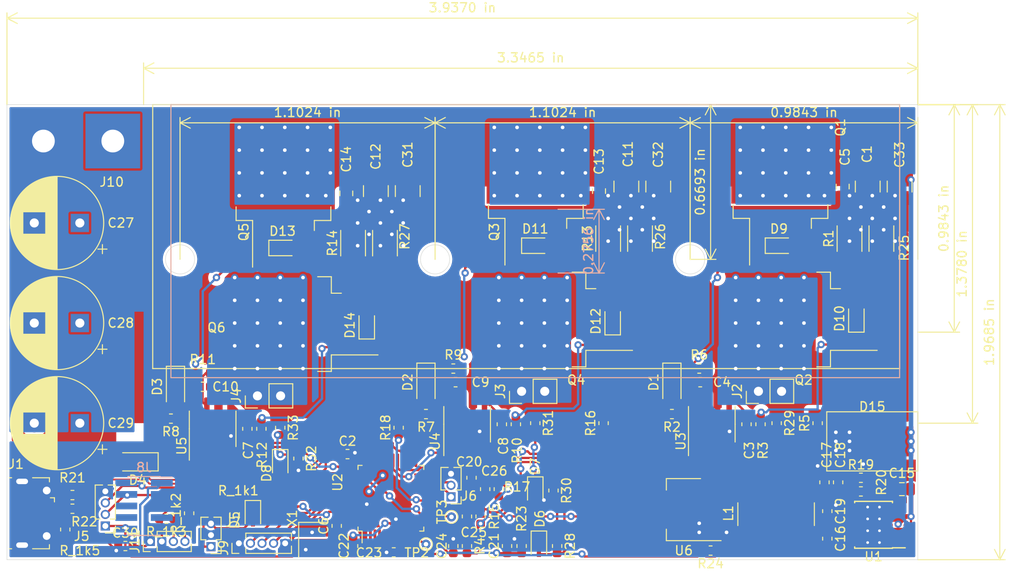
<source format=kicad_pcb>
(kicad_pcb (version 20171130) (host pcbnew "(5.1.2)-2")
  (layers (0 F.Cu signal) (31 B.Cu signal) (34 B.Paste user hide) (35 F.Paste user hide) (36 B.SilkS user hide) (37 F.SilkS user) (38 B.Mask user hide) (39 F.Mask user hide) (44 Edge.Cuts user hide))
  (net 0 "")
  (net 1 "Net-(C4-Pad1)")
  (net 2 "Net-(D1-Pad2)")
  (net 3 "Net-(R3-Pad1)")
  (net 4 "Net-(U1-Pad4)")
  (net 5 +3V3)
  (net 6 GND)
  (net 7 "Net-(U2-Pad41)")
  (net 8 "Net-(U2-Pad25)")
  (net 9 "Net-(U2-Pad20)")
  (net 10 "Net-(U2-Pad4)")
  (net 11 "Net-(U2-Pad3)")
  (net 12 "Net-(U2-Pad2)")
  (net 13 +VDC)
  (net 14 +10V)
  (net 15 "Net-(C9-Pad1)")
  (net 16 "Net-(C10-Pad1)")
  (net 17 "Net-(D2-Pad2)")
  (net 18 "Net-(D3-Pad2)")
  (net 19 ISU)
  (net 20 ISU_MCU)
  (net 21 "Net-(R6-Pad1)")
  (net 22 "Net-(R9-Pad1)")
  (net 23 "Net-(R10-Pad1)")
  (net 24 "Net-(R11-Pad1)")
  (net 25 "Net-(R12-Pad1)")
  (net 26 ISV_MCU)
  (net 27 ISW_MCU)
  (net 28 ULin)
  (net 29 UHin)
  (net 30 "Net-(C16-Pad2)")
  (net 31 "Net-(C16-Pad1)")
  (net 32 "Net-(C19-Pad1)")
  (net 33 "Net-(R19-Pad2)")
  (net 34 SWU)
  (net 35 SWV)
  (net 36 SWW)
  (net 37 "Net-(D4-Pad2)")
  (net 38 USBD+)
  (net 39 USBD-)
  (net 40 WHin)
  (net 41 VHin)
  (net 42 WLin)
  (net 43 VLin)
  (net 44 ISV)
  (net 45 ISW)
  (net 46 "Net-(J1-Pad4)")
  (net 47 PWMin)
  (net 48 PhaseU)
  (net 49 PhaseV)
  (net 50 PhaseW)
  (net 51 SWDIO)
  (net 52 SWCLK)
  (net 53 "#RES")
  (net 54 STRx)
  (net 55 STTx)
  (net 56 "Net-(J7-Pad1)")
  (net 57 "Net-(J8-Pad8)")
  (net 58 "Net-(J8-Pad7)")
  (net 59 "Net-(TP2-Pad1)")
  (net 60 "Net-(TP3-Pad1)")
  (net 61 "Net-(U2-Pad6)")
  (net 62 "Net-(U2-Pad5)")
  (net 63 Vsense_MCU)
  (net 64 "Net-(D9-Pad1)")
  (net 65 "Net-(D10-Pad1)")
  (net 66 "Net-(D11-Pad1)")
  (net 67 "Net-(D12-Pad1)")
  (net 68 "Net-(D13-Pad1)")
  (net 69 "Net-(D14-Pad1)")
  (net 70 /Hall3)
  (net 71 /Hall2)
  (net 72 /Hall1)
  (net 73 /USBDD-)
  (net 74 /USBDD+)
  (net 75 "Net-(J8-Pad6)")
  (net 76 "Net-(U2-Pad39)")
  (net 77 I2CSDA)
  (net 78 I2CSCL)
  (net 79 /op3Vout)
  (module Capacitor_SMD:C_1210_3225Metric (layer F.Cu) (at 138 37 270)
    (fp_text reference C33 (at -3.5 0 90) (layer F.SilkS))
    (fp_text value "C_10uF 75V")
    (pad 2 smd roundrect (at 1.4 0 270) (size 1.25 2.65) (layers F.Cu F.Paste F.Mask) (roundrect_rratio 0.2) (net 6 GND))
    (pad 1 smd roundrect (at -1.4 0 270) (size 1.25 2.65) (layers F.Cu F.Paste F.Mask) (roundrect_rratio 0.2) (net 13 +VDC))
  )
  (module Capacitor_SMD:C_1210_3225Metric (layer F.Cu) (at 111.5 37 270)
    (fp_text reference C32 (at -3.5 0 90) (layer F.SilkS))
    (fp_text value "C_10uF 75V")
    (pad 2 smd roundrect (at 1.4 0 270) (size 1.25 2.65) (layers F.Cu F.Paste F.Mask) (roundrect_rratio 0.2) (net 6 GND))
    (pad 1 smd roundrect (at -1.4 0 270) (size 1.25 2.65) (layers F.Cu F.Paste F.Mask) (roundrect_rratio 0.2) (net 13 +VDC))
  )
  (module Capacitor_SMD:C_1210_3225Metric (layer F.Cu) (at 84 37.5 270)
    (fp_text reference C31 (at -4 0 90) (layer F.SilkS))
    (fp_text value "C_10uF 75V")
    (pad 2 smd roundrect (at 1.4 0 270) (size 1.25 2.65) (layers F.Cu F.Paste F.Mask) (roundrect_rratio 0.2) (net 6 GND))
    (pad 1 smd roundrect (at -1.4 0 270) (size 1.25 2.65) (layers F.Cu F.Paste F.Mask) (roundrect_rratio 0.2) (net 13 +VDC))
  )
  (module INV_Board:DO-214AB (layer F.Cu) (at 135 65 180)
    (fp_text reference D15 (at 0 3.81) (layer F.SilkS))
    (fp_text value D_TVS)
    (pad 2 smd rect (at 3.3 0 180) (size 2.4 3.3) (layers F.Cu F.Paste F.Mask) (net 6 GND))
    (pad 1 smd rect (at -3.3 0 180) (size 2.4 3.3) (layers F.Cu F.Paste F.Mask) (net 13 +VDC))
  )
  (module Capacitor_SMD:C_0603_1608Metric (layer F.Cu) (at 53 76.5)
    (fp_text reference C30 (at 0 -1.43) (layer F.SilkS))
    (fp_text value C_10uF_16V)
    (pad 2 smd roundrect (at 0.7875 0) (size 0.875 0.95) (layers F.Cu F.Paste F.Mask) (net 6 GND))
    (pad 1 smd roundrect (at -0.7875 0) (size 0.875 0.95) (layers F.Cu F.Paste F.Mask) (net 5 +3V3))
  )
  (module Resistor_SMD:R_0603_1608Metric (layer F.Cu) (at 57.5 73.5 180)
    (fp_text reference R_1k3 (at 0 -1.43) (layer F.SilkS))
    (fp_text value R_5)
    (pad 2 smd roundrect (at 0.7875 0 180) (size 0.875 0.95) (layers F.Cu F.Paste F.Mask) (net 5 +3V3))
    (pad 1 smd roundrect (at -0.7875 0 180) (size 0.875 0.95) (layers F.Cu F.Paste F.Mask) (net 78 I2CSCL))
  )
  (module Resistor_SMD:R_0603_1608Metric (layer F.Cu) (at 60 72.9 90)
    (fp_text reference R_1k2 (at 0 -1.43 90) (layer F.SilkS))
    (fp_text value R_5)
    (pad 2 smd roundrect (at 0.7875 0 90) (size 0.875 0.95) (layers F.Cu F.Paste F.Mask) (net 5 +3V3))
    (pad 1 smd roundrect (at -0.7875 0 90) (size 0.875 0.95) (layers F.Cu F.Paste F.Mask) (net 77 I2CSDA))
  )
  (module Connector_PinHeader_1.27mm:PinHeader_1x04_P1.27mm_Vertical (layer F.Cu) (at 55.73 76 90)
    (fp_text reference J11 (at 0 -1.695 90) (layer F.SilkS))
    (fp_text value Conn_01x04_Male)
    (pad 4 thru_hole oval (at 0 3.81 90) (size 1 1) (drill 0.65) (layers *.Cu *.Mask) (net 77 I2CSDA))
    (pad 3 thru_hole oval (at 0 2.54 90) (size 1 1) (drill 0.65) (layers *.Cu *.Mask) (net 78 I2CSCL))
    (pad 2 thru_hole oval (at 0 1.27 90) (size 1 1) (drill 0.65) (layers *.Cu *.Mask) (net 5 +3V3))
    (pad 1 thru_hole rect (at 0 0 90) (size 1 1) (drill 0.65) (layers *.Cu *.Mask) (net 6 GND))
  )
  (module Capacitor_SMD:C_0603_1608Metric (layer F.Cu) (at 76.2 74.2875 90)
    (fp_text reference C6 (at 0 -1.43 90) (layer F.SilkS))
    (fp_text value C_0.1uF_25V)
    (pad 2 smd roundrect (at 0.7875 0 90) (size 0.875 0.95) (layers F.Cu F.Paste F.Mask) (net 6 GND))
    (pad 1 smd roundrect (at -0.7875 0 90) (size 0.875 0.95) (layers F.Cu F.Paste F.Mask) (net 5 +3V3))
  )
  (module Connector_PinHeader_1.27mm:PinHeader_1x05_P1.27mm_Vertical (layer F.Cu) (at 65.46 76.2 90)
    (fp_text reference J9 (at -0.5 -1.695 90) (layer F.SilkS))
    (fp_text value Conn_01x05_Male)
    (pad 5 thru_hole oval (at 0 5.08 90) (size 1 1) (drill 0.65) (layers *.Cu *.Mask) (net 6 GND))
    (pad 4 thru_hole oval (at 0 3.81 90) (size 1 1) (drill 0.65) (layers *.Cu *.Mask) (net 70 /Hall3))
    (pad 3 thru_hole oval (at 0 2.54 90) (size 1 1) (drill 0.65) (layers *.Cu *.Mask) (net 71 /Hall2))
    (pad 2 thru_hole oval (at 0 1.27 90) (size 1 1) (drill 0.65) (layers *.Cu *.Mask) (net 72 /Hall1))
    (pad 1 thru_hole rect (at 0 0 90) (size 1 1) (drill 0.65) (layers *.Cu *.Mask) (net 5 +3V3))
  )
  (module Connector_PinHeader_1.27mm:PinHeader_1x03_P1.27mm_Vertical (layer F.Cu) (at 88.75 71.1 180)
    (fp_text reference J6 (at -2 0.1) (layer F.SilkS))
    (fp_text value Conn_01x03_Male)
    (pad 3 thru_hole oval (at 0 2.54 180) (size 1 1) (drill 0.65) (layers *.Cu *.Mask) (net 6 GND))
    (pad 2 thru_hole oval (at 0 1.27 180) (size 1 1) (drill 0.65) (layers *.Cu *.Mask) (net 54 STRx))
    (pad 1 thru_hole rect (at 0 0 180) (size 1 1) (drill 0.65) (layers *.Cu *.Mask) (net 55 STTx))
  )
  (module Diode_SMD:D_SOD-323 (layer F.Cu) (at 79.5 52.25 90)
    (fp_text reference D14 (at 0 -1.85 90) (layer F.SilkS))
    (fp_text value D_Zener_Small)
    (pad 2 smd rect (at 1.05 0 90) (size 0.6 0.45) (layers F.Cu F.Paste F.Mask) (net 45 ISW))
    (pad 1 smd rect (at -1.05 0 90) (size 0.6 0.45) (layers F.Cu F.Paste F.Mask) (net 69 "Net-(D14-Pad1)"))
  )
  (module Diode_SMD:D_SOD-323 (layer F.Cu) (at 70.25 43.75)
    (fp_text reference D13 (at 0 -1.85) (layer F.SilkS))
    (fp_text value D_Zener_Small)
    (pad 2 smd rect (at 1.05 0) (size 0.6 0.45) (layers F.Cu F.Paste F.Mask) (net 36 SWW))
    (pad 1 smd rect (at -1.05 0) (size 0.6 0.45) (layers F.Cu F.Paste F.Mask) (net 68 "Net-(D13-Pad1)"))
  )
  (module Diode_SMD:D_SOD-323 (layer F.Cu) (at 106.5 51.8 90)
    (fp_text reference D12 (at 0 -1.85 90) (layer F.SilkS))
    (fp_text value D_Zener_Small)
    (pad 2 smd rect (at 1.05 0 90) (size 0.6 0.45) (layers F.Cu F.Paste F.Mask) (net 44 ISV))
    (pad 1 smd rect (at -1.05 0 90) (size 0.6 0.45) (layers F.Cu F.Paste F.Mask) (net 67 "Net-(D12-Pad1)"))
  )
  (module Diode_SMD:D_SOD-323 (layer F.Cu) (at 98 43.5)
    (fp_text reference D11 (at 0 -1.85) (layer F.SilkS))
    (fp_text value D_Zener_Small)
    (pad 2 smd rect (at 1.05 0) (size 0.6 0.45) (layers F.Cu F.Paste F.Mask) (net 35 SWV))
    (pad 1 smd rect (at -1.05 0) (size 0.6 0.45) (layers F.Cu F.Paste F.Mask) (net 66 "Net-(D11-Pad1)"))
  )
  (module Diode_SMD:D_SOD-323 (layer F.Cu) (at 133.25 51.5 90)
    (fp_text reference D10 (at 0 -1.85 90) (layer F.SilkS))
    (fp_text value D_Zener_Small)
    (pad 2 smd rect (at 1.05 0 90) (size 0.6 0.45) (layers F.Cu F.Paste F.Mask) (net 19 ISU))
    (pad 1 smd rect (at -1.05 0 90) (size 0.6 0.45) (layers F.Cu F.Paste F.Mask) (net 65 "Net-(D10-Pad1)"))
  )
  (module Diode_SMD:D_SOD-323 (layer F.Cu) (at 124.75 43.5)
    (fp_text reference D9 (at 0 -1.85) (layer F.SilkS))
    (fp_text value D_Zener_Small)
    (pad 2 smd rect (at 1.05 0) (size 0.6 0.45) (layers F.Cu F.Paste F.Mask) (net 34 SWU))
    (pad 1 smd rect (at -1.05 0) (size 0.6 0.45) (layers F.Cu F.Paste F.Mask) (net 64 "Net-(D9-Pad1)"))
  )
  (module Package_TO_SOT_SMD:TO-263-2 (layer F.Cu) (at 72.66 52.11 180)
    (fp_text reference Q6 (at 9.66 -0.39) (layer F.SilkS))
    (fp_text value Q_NMOS_GDS)
    (pad 2 smd rect (at 3.375 0 180) (size 9.4 10.8) (layers F.Cu F.Mask) (net 36 SWW))
    (pad 3 smd rect (at -5.775 2.54 180) (size 4.6 1.1) (layers F.Cu F.Paste F.Mask) (net 45 ISW))
    (pad 1 smd rect (at -5.775 -2.54 180) (size 4.6 1.1) (layers F.Cu F.Paste F.Mask) (net 69 "Net-(D14-Pad1)"))
  )
  (module Capacitor_THT:CP_Radial_D10.0mm_P5.00mm (layer F.Cu) (at 48 63 180)
    (fp_text reference C29 (at -4.5 0) (layer F.SilkS))
    (fp_text value CP_Small)
    (pad 2 thru_hole circle (at 5 0 180) (size 2 2) (drill 1) (layers *.Cu *.Mask) (net 6 GND))
    (pad 1 thru_hole rect (at 0 0 180) (size 2 2) (drill 1) (layers *.Cu *.Mask) (net 13 +VDC))
  )
  (module Capacitor_THT:CP_Radial_D10.0mm_P5.00mm (layer F.Cu) (at 48 52 180)
    (fp_text reference C28 (at -4.5 0) (layer F.SilkS))
    (fp_text value CP_Small)
    (pad 2 thru_hole circle (at 5 0 180) (size 2 2) (drill 1) (layers *.Cu *.Mask) (net 6 GND))
    (pad 1 thru_hole rect (at 0 0 180) (size 2 2) (drill 1) (layers *.Cu *.Mask) (net 13 +VDC))
  )
  (module Capacitor_THT:CP_Radial_D10.0mm_P5.00mm (layer F.Cu) (at 48 41 180)
    (fp_text reference C27 (at -4.5 0) (layer F.SilkS))
    (fp_text value CP_Small)
    (pad 2 thru_hole circle (at 5 0 180) (size 2 2) (drill 1) (layers *.Cu *.Mask) (net 6 GND))
    (pad 1 thru_hole rect (at 0 0 180) (size 2 2) (drill 1) (layers *.Cu *.Mask) (net 13 +VDC))
  )
  (module Capacitor_SMD:C_0603_1608Metric (layer F.Cu) (at 78 76.5 270)
    (fp_text reference C22 (at 0 1 270) (layer F.SilkS))
    (fp_text value C_1uF_25V)
    (pad 2 smd roundrect (at 0.7875 0 270) (size 0.875 0.95) (layers F.Cu F.Paste F.Mask) (net 6 GND))
    (pad 1 smd roundrect (at -0.7875 0 270) (size 0.875 0.95) (layers F.Cu F.Paste F.Mask) (net 53 "#RES"))
  )
  (module Capacitor_SMD:C_0603_1608Metric (layer F.Cu) (at 77.3875 66.4)
    (fp_text reference C2 (at 0 -1.43) (layer F.SilkS))
    (fp_text value C_1uF_25V)
    (pad 2 smd roundrect (at 0.7875 0) (size 0.875 0.95) (layers F.Cu F.Paste F.Mask) (net 6 GND))
    (pad 1 smd roundrect (at -0.7875 0) (size 0.875 0.95) (layers F.Cu F.Paste F.Mask) (net 5 +3V3))
  )
  (module Capacitor_SMD:C_0603_1608Metric (layer F.Cu) (at 94.9 76.5 90)
    (fp_text reference C21 (at 0 -1.43 90) (layer F.SilkS))
    (fp_text value C_100pF_25V)
    (pad 2 smd roundrect (at 0.7875 0 90) (size 0.875 0.95) (layers F.Cu F.Paste F.Mask) (net 6 GND))
    (pad 1 smd roundrect (at -0.7875 0 90) (size 0.875 0.95) (layers F.Cu F.Paste F.Mask) (net 63 Vsense_MCU))
  )
  (module Connector_Wire:SolderWirePad_1x02_P7.62mm_Drill2.5mm (layer F.Cu) (at 51.62 32 180)
    (fp_text reference J10 (at 0.12 -4.5) (layer F.SilkS))
    (fp_text value Conn_01x02_Male)
    (pad 2 thru_hole circle (at 7.62 0 180) (size 5.99948 5.99948) (drill 2.49936) (layers *.Cu *.Mask) (net 6 GND))
    (pad 1 thru_hole rect (at 0 0 180) (size 5.99948 5.99948) (drill 2.49936) (layers *.Cu *.Mask) (net 13 +VDC))
  )
  (module Connector_PinHeader_1.27mm:PinHeader_2x05_P1.27mm_Vertical_SMD (layer B.Cu) (at 55.05 72.1 180)
    (fp_text reference J8 (at 0 4.235) (layer B.SilkS) (effects (justify mirror)))
    (fp_text value Conn_ARM_JTAG_SWD_10)
    (pad 10 smd rect (at 1.95 -2.54 180) (size 2.4 0.74) (layers B.Cu B.Paste B.Mask) (net 53 "#RES"))
    (pad 9 smd rect (at -1.95 -2.54 180) (size 2.4 0.74) (layers B.Cu B.Paste B.Mask) (net 6 GND))
    (pad 8 smd rect (at 1.95 -1.27 180) (size 2.4 0.74) (layers B.Cu B.Paste B.Mask) (net 57 "Net-(J8-Pad8)"))
    (pad 7 smd rect (at -1.95 -1.27 180) (size 2.4 0.74) (layers B.Cu B.Paste B.Mask) (net 58 "Net-(J8-Pad7)"))
    (pad 6 smd rect (at 1.95 0 180) (size 2.4 0.74) (layers B.Cu B.Paste B.Mask) (net 75 "Net-(J8-Pad6)"))
    (pad 5 smd rect (at -1.95 0 180) (size 2.4 0.74) (layers B.Cu B.Paste B.Mask) (net 6 GND))
    (pad 4 smd rect (at 1.95 1.27 180) (size 2.4 0.74) (layers B.Cu B.Paste B.Mask) (net 52 SWCLK))
    (pad 3 smd rect (at -1.95 1.27 180) (size 2.4 0.74) (layers B.Cu B.Paste B.Mask) (net 6 GND))
    (pad 2 smd rect (at 1.95 2.54 180) (size 2.4 0.74) (layers B.Cu B.Paste B.Mask) (net 51 SWDIO))
    (pad 1 smd rect (at -1.95 2.54 180) (size 2.4 0.74) (layers B.Cu B.Paste B.Mask) (net 5 +3V3))
  )
  (module Oscillator:Oscillator_SMD_Abracon_ASE-4Pin_3.2x2.5mm (layer F.Cu) (at 73.6 75.8 270)
    (fp_text reference X1 (at -2.35 2.275 90) (layer F.SilkS))
    (fp_text value ASE-xxxMHz)
    (pad 4 smd rect (at -1.05 -0.825 270) (size 1.3 1.1) (layers F.Cu F.Paste F.Mask) (net 5 +3V3))
    (pad 3 smd rect (at 1.05 -0.825 270) (size 1.3 1.1) (layers F.Cu F.Paste F.Mask) (net 62 "Net-(U2-Pad5)"))
    (pad 2 smd rect (at 1.05 0.825 270) (size 1.3 1.1) (layers F.Cu F.Paste F.Mask) (net 6 GND))
    (pad 1 smd rect (at -1.05 0.825 270) (size 1.3 1.1) (layers F.Cu F.Paste F.Mask) (net 5 +3V3))
  )
  (module Resistor_SMD:R_0603_1608Metric (layer F.Cu) (at 117.25 77 180)
    (fp_text reference R24 (at 0 -1.43) (layer F.SilkS))
    (fp_text value R_47k)
    (pad 2 smd roundrect (at 0.7875 0 180) (size 0.875 0.95) (layers F.Cu F.Paste F.Mask) (net 63 Vsense_MCU))
    (pad 1 smd roundrect (at -0.7875 0 180) (size 0.875 0.95) (layers F.Cu F.Paste F.Mask) (net 13 +VDC))
  )
  (module TestPoint:TestPoint_THTPad_D1.0mm_Drill0.5mm (layer F.Cu) (at 88.8 73.3 270)
    (fp_text reference TP3 (at -0.55 1.05 270) (layer F.SilkS))
    (fp_text value TestPoint)
    (pad 1 thru_hole circle (at 0 0 270) (size 1 1) (drill 0.5) (layers *.Cu *.Mask) (net 60 "Net-(TP3-Pad1)"))
  )
  (module TestPoint:TestPoint_THTPad_D1.0mm_Drill0.5mm (layer F.Cu) (at 86 76.3 270)
    (fp_text reference TP2 (at 0.95 1 180) (layer F.SilkS))
    (fp_text value TestPoint)
    (pad 1 thru_hole circle (at 0 0 270) (size 1 1) (drill 0.5) (layers *.Cu *.Mask) (net 59 "Net-(TP2-Pad1)"))
  )
  (module Resistor_SMD:R_0603_1608Metric (layer F.Cu) (at 46.4 74.6875 270)
    (fp_text reference R_1k5 (at 2.3125 -1.6 180) (layer F.SilkS))
    (fp_text value R_5)
    (pad 2 smd roundrect (at 0.7875 0 270) (size 0.875 0.95) (layers F.Cu F.Paste F.Mask) (net 5 +3V3))
    (pad 1 smd roundrect (at -0.7875 0 270) (size 0.875 0.95) (layers F.Cu F.Paste F.Mask) (net 38 USBD+))
  )
  (module Resistor_SMD:R_0603_1608Metric (layer F.Cu) (at 65 73 90)
    (fp_text reference R_1k1 (at 2.5875 0.4 180) (layer F.SilkS))
    (fp_text value R_5)
    (pad 2 smd roundrect (at 0.7875 0 90) (size 0.875 0.95) (layers F.Cu F.Paste F.Mask) (net 47 PWMin))
    (pad 1 smd roundrect (at -0.7875 0 90) (size 0.875 0.95) (layers F.Cu F.Paste F.Mask) (net 56 "Net-(J7-Pad1)"))
  )
  (module Resistor_SMD:R_0603_1608Metric (layer F.Cu) (at 70 63.5 270)
    (fp_text reference R33 (at 0 -1.43 90) (layer F.SilkS))
    (fp_text value R_47k)
    (pad 2 smd roundrect (at 0.7875 0 270) (size 0.875 0.95) (layers F.Cu F.Paste F.Mask) (net 50 PhaseW))
    (pad 1 smd roundrect (at -0.7875 0 270) (size 0.875 0.95) (layers F.Cu F.Paste F.Mask) (net 36 SWW))
  )
  (module Resistor_SMD:R_0603_1608Metric (layer F.Cu) (at 72 66.8875 270)
    (fp_text reference R32 (at 0 -1.43 90) (layer F.SilkS))
    (fp_text value R_4k7)
    (pad 2 smd roundrect (at 0.7875 0 270) (size 0.875 0.95) (layers F.Cu F.Paste F.Mask) (net 6 GND))
    (pad 1 smd roundrect (at -0.7875 0 270) (size 0.875 0.95) (layers F.Cu F.Paste F.Mask) (net 50 PhaseW))
  )
  (module Resistor_SMD:R_0603_1608Metric (layer F.Cu) (at 98 63 270)
    (fp_text reference R31 (at 0 -1.43 90) (layer F.SilkS))
    (fp_text value R_47k)
    (pad 2 smd roundrect (at 0.7875 0 270) (size 0.875 0.95) (layers F.Cu F.Paste F.Mask) (net 49 PhaseV))
    (pad 1 smd roundrect (at -0.7875 0 270) (size 0.875 0.95) (layers F.Cu F.Paste F.Mask) (net 35 SWV))
  )
  (module Resistor_SMD:R_0603_1608Metric (layer F.Cu) (at 100 70.4 270)
    (fp_text reference R30 (at 0 -1.43 90) (layer F.SilkS))
    (fp_text value R_4k7)
    (pad 2 smd roundrect (at 0.7875 0 270) (size 0.875 0.95) (layers F.Cu F.Paste F.Mask) (net 6 GND))
    (pad 1 smd roundrect (at -0.7875 0 270) (size 0.875 0.95) (layers F.Cu F.Paste F.Mask) (net 49 PhaseV))
  )
  (module Resistor_SMD:R_0603_1608Metric (layer F.Cu) (at 124.5 63 270)
    (fp_text reference R29 (at 0 -1.43 90) (layer F.SilkS))
    (fp_text value R_47k)
    (pad 2 smd roundrect (at 0.7875 0 270) (size 0.875 0.95) (layers F.Cu F.Paste F.Mask) (net 48 PhaseU))
    (pad 1 smd roundrect (at -0.7875 0 270) (size 0.875 0.95) (layers F.Cu F.Paste F.Mask) (net 34 SWU))
  )
  (module Resistor_SMD:R_0603_1608Metric (layer F.Cu) (at 100.4 76.5 270)
    (fp_text reference R28 (at 0 -1.43 90) (layer F.SilkS))
    (fp_text value R_4k7)
    (pad 2 smd roundrect (at 0.7875 0 270) (size 0.875 0.95) (layers F.Cu F.Paste F.Mask) (net 6 GND))
    (pad 1 smd roundrect (at -0.7875 0 270) (size 0.875 0.95) (layers F.Cu F.Paste F.Mask) (net 48 PhaseU))
  )
  (module Connector_PinHeader_1.27mm:PinHeader_1x03_P1.27mm_Vertical (layer F.Cu) (at 62.4 76.57 180)
    (fp_text reference J7 (at -2.4 2.7) (layer F.SilkS))
    (fp_text value Conn_01x03_Male)
    (pad 3 thru_hole oval (at 0 2.54 180) (size 1 1) (drill 0.65) (layers *.Cu *.Mask) (net 6 GND))
    (pad 2 thru_hole oval (at 0 1.27 180) (size 1 1) (drill 0.65) (layers *.Cu *.Mask) (net 5 +3V3))
    (pad 1 thru_hole rect (at 0 0 180) (size 1 1) (drill 0.65) (layers *.Cu *.Mask) (net 56 "Net-(J7-Pad1)"))
  )
  (module Connector_PinHeader_1.27mm:PinHeader_1x04_P1.27mm_Vertical (layer F.Cu) (at 50.8 74.3 180)
    (fp_text reference J5 (at 2.6 -1.13) (layer F.SilkS))
    (fp_text value Conn_01x04_Male)
    (pad 4 thru_hole oval (at 0 3.81 180) (size 1 1) (drill 0.65) (layers *.Cu *.Mask) (net 6 GND))
    (pad 3 thru_hole oval (at 0 2.54 180) (size 1 1) (drill 0.65) (layers *.Cu *.Mask) (net 51 SWDIO))
    (pad 2 thru_hole oval (at 0 1.27 180) (size 1 1) (drill 0.65) (layers *.Cu *.Mask) (net 52 SWCLK))
    (pad 1 thru_hole rect (at 0 0 180) (size 1 1) (drill 0.65) (layers *.Cu *.Mask) (net 53 "#RES"))
  )
  (module Diode_SMD:D_SOD-323 (layer F.Cu) (at 70 67.4 270)
    (fp_text reference D8 (at 1.1 1.5 90) (layer F.SilkS))
    (fp_text value D_Zener_Small)
    (pad 2 smd rect (at 1.05 0 270) (size 0.6 0.45) (layers F.Cu F.Paste F.Mask) (net 6 GND))
    (pad 1 smd rect (at -1.05 0 270) (size 0.6 0.45) (layers F.Cu F.Paste F.Mask) (net 50 PhaseW))
  )
  (module Diode_SMD:D_SOD-323 (layer F.Cu) (at 98 70.4 270)
    (fp_text reference D7 (at -2.65 0 90) (layer F.SilkS))
    (fp_text value D_Zener_Small)
    (pad 2 smd rect (at 1.05 0 270) (size 0.6 0.45) (layers F.Cu F.Paste F.Mask) (net 6 GND))
    (pad 1 smd rect (at -1.05 0 270) (size 0.6 0.45) (layers F.Cu F.Paste F.Mask) (net 49 PhaseV))
  )
  (module Diode_SMD:D_SOD-323 (layer F.Cu) (at 98.4 76.35 270)
    (fp_text reference D6 (at -2.85 -0.1 90) (layer F.SilkS))
    (fp_text value D_Zener_Small)
    (pad 2 smd rect (at 1.05 0 270) (size 0.6 0.45) (layers F.Cu F.Paste F.Mask) (net 6 GND))
    (pad 1 smd rect (at -1.05 0 270) (size 0.6 0.45) (layers F.Cu F.Paste F.Mask) (net 48 PhaseU))
  )
  (module Diode_SMD:D_SOD-323 (layer F.Cu) (at 67 73 270)
    (fp_text reference D5 (at 0.65 2 90) (layer F.SilkS))
    (fp_text value D_Zener_Small)
    (pad 2 smd rect (at 1.05 0 270) (size 0.6 0.45) (layers F.Cu F.Paste F.Mask) (net 6 GND))
    (pad 1 smd rect (at -1.05 0 270) (size 0.6 0.45) (layers F.Cu F.Paste F.Mask) (net 47 PWMin))
  )
  (module Capacitor_SMD:C_0603_1608Metric (layer F.Cu) (at 92.5 70.25 90)
    (fp_text reference C26 (at 2 1 180) (layer F.SilkS))
    (fp_text value C_100pF_25V)
    (pad 2 smd roundrect (at 0.7875 0 90) (size 0.875 0.95) (layers F.Cu F.Paste F.Mask) (net 6 GND))
    (pad 1 smd roundrect (at -0.7875 0 90) (size 0.875 0.95) (layers F.Cu F.Paste F.Mask) (net 27 ISW_MCU))
  )
  (module Capacitor_SMD:C_0603_1608Metric (layer F.Cu) (at 90.5 73.25 270)
    (fp_text reference C25 (at 1.75 -0.75 180) (layer F.SilkS))
    (fp_text value C_100pF_25V)
    (pad 2 smd roundrect (at 0.7875 0 270) (size 0.875 0.95) (layers F.Cu F.Paste F.Mask) (net 6 GND))
    (pad 1 smd roundrect (at -0.7875 0 270) (size 0.875 0.95) (layers F.Cu F.Paste F.Mask) (net 26 ISV_MCU))
  )
  (module Capacitor_SMD:C_0603_1608Metric (layer F.Cu) (at 89 76.5 90)
    (fp_text reference C24 (at 0 -1.25 270) (layer F.SilkS))
    (fp_text value C_100pF_25V)
    (pad 2 smd roundrect (at 0.7875 0 90) (size 0.875 0.95) (layers F.Cu F.Paste F.Mask) (net 6 GND))
    (pad 1 smd roundrect (at -0.7875 0 90) (size 0.875 0.95) (layers F.Cu F.Paste F.Mask) (net 20 ISU_MCU))
  )
  (module Capacitor_SMD:C_0603_1608Metric (layer F.Cu) (at 82.4625 77.2 180)
    (fp_text reference C23 (at 2.7125 -0.05) (layer F.SilkS))
    (fp_text value C_0.1uF_25V)
    (pad 2 smd roundrect (at 0.7875 0 180) (size 0.875 0.95) (layers F.Cu F.Paste F.Mask) (net 6 GND))
    (pad 1 smd roundrect (at -0.7875 0 180) (size 0.875 0.95) (layers F.Cu F.Paste F.Mask) (net 5 +3V3))
  )
  (module Connector_PinHeader_2.54mm:PinHeader_1x02_P2.54mm_Vertical (layer F.Cu) (at 67.5 60 90)
    (fp_text reference J4 (at 0 -2.33 90) (layer F.SilkS))
    (fp_text value Conn_01x02_Male)
    (pad 2 thru_hole oval (at 0 2.54 90) (size 1.7 1.7) (drill 1) (layers *.Cu *.Mask) (net 36 SWW))
    (pad 1 thru_hole rect (at 0 0 90) (size 1.7 1.7) (drill 1) (layers *.Cu *.Mask) (net 36 SWW))
  )
  (module Connector_PinHeader_2.54mm:PinHeader_1x02_P2.54mm_Vertical (layer F.Cu) (at 96.5 59.5 90)
    (fp_text reference J3 (at 0 -2.33 90) (layer F.SilkS))
    (fp_text value Conn_01x02_Male)
    (pad 2 thru_hole oval (at 0 2.54 90) (size 1.7 1.7) (drill 1) (layers *.Cu *.Mask) (net 35 SWV))
    (pad 1 thru_hole rect (at 0 0 90) (size 1.7 1.7) (drill 1) (layers *.Cu *.Mask) (net 35 SWV))
  )
  (module Connector_PinHeader_2.54mm:PinHeader_1x02_P2.54mm_Vertical (layer F.Cu) (at 122.5 59.5 90)
    (fp_text reference J2 (at 0 -2.33 90) (layer F.SilkS))
    (fp_text value Conn_01x02_Male)
    (pad 2 thru_hole oval (at 0 2.54 90) (size 1.7 1.7) (drill 1) (layers *.Cu *.Mask) (net 34 SWU))
    (pad 1 thru_hole rect (at 0 0 90) (size 1.7 1.7) (drill 1) (layers *.Cu *.Mask) (net 34 SWU))
  )
  (module Connector_USB:USB_Micro-B_Molex-105017-0001 (layer F.Cu) (at 42.9 72.9 270)
    (fp_text reference J1 (at -5.4 1.9 180) (layer F.SilkS))
    (fp_text value USB_B_Micro)
    (pad 6 smd rect (at -2.9 1.2375 270) (size 1.2 1.9) (layers F.Cu F.Mask) (net 6 GND))
    (pad 6 smd rect (at 2.9 1.2375 270) (size 1.2 1.9) (layers F.Cu F.Mask) (net 6 GND))
    (pad 6 thru_hole oval (at 3.5 1.2375 270) (size 1.2 1.9) (drill oval 0.6 1.3) (layers *.Cu *.Mask) (net 6 GND))
    (pad 6 thru_hole oval (at -3.5 1.2375 90) (size 1.2 1.9) (drill oval 0.6 1.3) (layers *.Cu *.Mask) (net 6 GND))
    (pad 6 smd rect (at -1 1.2375 270) (size 1.5 1.9) (layers F.Cu F.Paste F.Mask) (net 6 GND))
    (pad 6 thru_hole circle (at 2.5 -1.4625 270) (size 1.45 1.45) (drill 0.85) (layers *.Cu *.Mask) (net 6 GND))
    (pad 3 smd rect (at 0 -1.4625 270) (size 0.4 1.35) (layers F.Cu F.Paste F.Mask) (net 38 USBD+))
    (pad 4 smd rect (at 0.65 -1.4625 270) (size 0.4 1.35) (layers F.Cu F.Paste F.Mask) (net 46 "Net-(J1-Pad4)"))
    (pad 5 smd rect (at 1.3 -1.4625 270) (size 0.4 1.35) (layers F.Cu F.Paste F.Mask) (net 6 GND))
    (pad 1 smd rect (at -1.3 -1.4625 270) (size 0.4 1.35) (layers F.Cu F.Paste F.Mask) (net 37 "Net-(D4-Pad2)"))
    (pad 2 smd rect (at -0.65 -1.4625 270) (size 0.4 1.35) (layers F.Cu F.Paste F.Mask) (net 39 USBD-))
    (pad 6 thru_hole circle (at -2.5 -1.4625 270) (size 1.45 1.45) (drill 0.85) (layers *.Cu *.Mask) (net 6 GND))
    (pad 6 smd rect (at 1 1.2375 270) (size 1.5 1.9) (layers F.Cu F.Paste F.Mask) (net 6 GND))
  )
  (module Resistor_SMD:R_2010_5025Metric (layer F.Cu) (at 81.5 43.22 90)
    (fp_text reference R27 (at 0.72 2.18 90) (layer F.SilkS))
    (fp_text value R_Shunt)
    (pad 2 smd roundrect (at 2.25 0 90) (size 1.35 2.65) (layers F.Cu F.Paste F.Mask) (roundrect_rratio 0.185185) (net 6 GND))
    (pad 1 smd roundrect (at -2.25 0 90) (size 1.35 2.65) (layers F.Cu F.Paste F.Mask) (roundrect_rratio 0.185185) (net 45 ISW))
  )
  (module Resistor_SMD:R_2010_5025Metric (layer F.Cu) (at 109.5 42.72 90)
    (fp_text reference R26 (at 0.22 2.24 90) (layer F.SilkS))
    (fp_text value R_Shunt)
    (pad 2 smd roundrect (at 2.25 0 90) (size 1.35 2.65) (layers F.Cu F.Paste F.Mask) (roundrect_rratio 0.185185) (net 6 GND))
    (pad 1 smd roundrect (at -2.25 0 90) (size 1.35 2.65) (layers F.Cu F.Paste F.Mask) (roundrect_rratio 0.185185) (net 44 ISV))
  )
  (module Resistor_SMD:R_2010_5025Metric (layer F.Cu) (at 136 42.72 90)
    (fp_text reference R25 (at -1.03 2.5 90) (layer F.SilkS))
    (fp_text value R_Shunt)
    (pad 2 smd roundrect (at 2.25 0 90) (size 1.35 2.65) (layers F.Cu F.Paste F.Mask) (roundrect_rratio 0.185185) (net 6 GND))
    (pad 1 smd roundrect (at -2.25 0 90) (size 1.35 2.65) (layers F.Cu F.Paste F.Mask) (roundrect_rratio 0.185185) (net 19 ISU))
  )
  (module Diode_SMD:D_SOD-123 (layer F.Cu) (at 54.35 67.25 180)
    (fp_text reference D4 (at 0 -2) (layer F.SilkS))
    (fp_text value D_Schottky)
    (pad 2 smd rect (at 1.65 0 180) (size 0.9 1.2) (layers F.Cu F.Paste F.Mask) (net 37 "Net-(D4-Pad2)"))
    (pad 1 smd rect (at -1.65 0 180) (size 0.9 1.2) (layers F.Cu F.Paste F.Mask) (net 14 +10V))
  )
  (module Diode_SMD:D_SOD-123 (layer F.Cu) (at 58.5 59 270)
    (fp_text reference D3 (at 0 2 90) (layer F.SilkS))
    (fp_text value D_Schottky)
    (pad 2 smd rect (at 1.65 0 270) (size 0.9 1.2) (layers F.Cu F.Paste F.Mask) (net 18 "Net-(D3-Pad2)"))
    (pad 1 smd rect (at -1.65 0 270) (size 0.9 1.2) (layers F.Cu F.Paste F.Mask) (net 16 "Net-(C10-Pad1)"))
  )
  (module Diode_SMD:D_SOD-123 (layer F.Cu) (at 86 58.65 270)
    (fp_text reference D2 (at -0.15 2 90) (layer F.SilkS))
    (fp_text value D_Schottky)
    (pad 2 smd rect (at 1.65 0 270) (size 0.9 1.2) (layers F.Cu F.Paste F.Mask) (net 17 "Net-(D2-Pad2)"))
    (pad 1 smd rect (at -1.65 0 270) (size 0.9 1.2) (layers F.Cu F.Paste F.Mask) (net 15 "Net-(C9-Pad1)"))
  )
  (module Diode_SMD:D_SOD-123 (layer F.Cu) (at 113 58.65 270)
    (fp_text reference D1 (at -0.15 2 90) (layer F.SilkS))
    (fp_text value D_Schottky)
    (pad 2 smd rect (at 1.65 0 270) (size 0.9 1.2) (layers F.Cu F.Paste F.Mask) (net 2 "Net-(D1-Pad2)"))
    (pad 1 smd rect (at -1.65 0 270) (size 0.9 1.2) (layers F.Cu F.Paste F.Mask) (net 1 "Net-(C4-Pad1)"))
  )
  (module Resistor_SMD:R_0603_1608Metric (layer F.Cu) (at 96.5 76.5 90)
    (fp_text reference R23 (at 3 0 90) (layer F.SilkS))
    (fp_text value R_4k7)
    (pad 2 smd roundrect (at 0.7875 0 90) (size 0.875 0.95) (layers F.Cu F.Paste F.Mask) (net 6 GND))
    (pad 1 smd roundrect (at -0.7875 0 90) (size 0.875 0.95) (layers F.Cu F.Paste F.Mask) (net 63 Vsense_MCU))
  )
  (module Resistor_SMD:R_0603_1608Metric (layer F.Cu) (at 47.1875 72.4 180)
    (fp_text reference R22 (at -1.3125 -1.43) (layer F.SilkS))
    (fp_text value R_5)
    (pad 2 smd roundrect (at 0.7875 0 180) (size 0.875 0.95) (layers F.Cu F.Paste F.Mask) (net 38 USBD+))
    (pad 1 smd roundrect (at -0.7875 0 180) (size 0.875 0.95) (layers F.Cu F.Paste F.Mask) (net 74 /USBDD+))
  )
  (module Resistor_SMD:R_0603_1608Metric (layer F.Cu) (at 47.1875 70.9 180)
    (fp_text reference R21 (at 0 1.9) (layer F.SilkS))
    (fp_text value R_5)
    (pad 2 smd roundrect (at 0.7875 0 180) (size 0.875 0.95) (layers F.Cu F.Paste F.Mask) (net 39 USBD-))
    (pad 1 smd roundrect (at -0.7875 0 180) (size 0.875 0.95) (layers F.Cu F.Paste F.Mask) (net 73 /USBDD-))
  )
  (module Package_TO_SOT_SMD:SOT-223-3_TabPin2 (layer F.Cu) (at 114.3 72.5 180)
    (fp_text reference U6 (at 0 -4.5) (layer F.SilkS))
    (fp_text value LM1117-3.3)
    (pad 1 smd rect (at -3.15 -2.3 180) (size 2 1.5) (layers F.Cu F.Paste F.Mask) (net 6 GND))
    (pad 3 smd rect (at -3.15 2.3 180) (size 2 1.5) (layers F.Cu F.Paste F.Mask) (net 14 +10V))
    (pad 2 smd rect (at -3.15 0 180) (size 2 1.5) (layers F.Cu F.Paste F.Mask) (net 5 +3V3))
    (pad 2 smd rect (at 3.15 0 180) (size 2 3.8) (layers F.Cu F.Paste F.Mask) (net 5 +3V3))
  )
  (module Resistor_SMD:R_0603_1608Metric (layer F.Cu) (at 133.75 70.5)
    (fp_text reference R20 (at 2.25 -1 90) (layer F.SilkS))
    (fp_text value R_4k7)
    (pad 2 smd roundrect (at 0.7875 0) (size 0.875 0.95) (layers F.Cu F.Paste F.Mask) (net 6 GND))
    (pad 1 smd roundrect (at -0.7875 0) (size 0.875 0.95) (layers F.Cu F.Paste F.Mask) (net 33 "Net-(R19-Pad2)"))
  )
  (module Resistor_SMD:R_0603_1608Metric (layer F.Cu) (at 133.75 69)
    (fp_text reference R19 (at 0 -1.43) (layer F.SilkS))
    (fp_text value R_47k)
    (pad 2 smd roundrect (at 0.7875 0) (size 0.875 0.95) (layers F.Cu F.Paste F.Mask) (net 33 "Net-(R19-Pad2)"))
    (pad 1 smd roundrect (at -0.7875 0) (size 0.875 0.95) (layers F.Cu F.Paste F.Mask) (net 14 +10V))
  )
  (module Inductor_SMD:L_Bourns-SRN8040_8x8.15mm (layer F.Cu) (at 124.44 73 90)
    (fp_text reference L1 (at 0.09 -5.23 90) (layer F.SilkS))
    (fp_text value L_Small)
    (pad 2 smd rect (at 2.8 0 90) (size 2.6 8.2) (layers F.Cu F.Paste F.Mask) (net 14 +10V))
    (pad 1 smd rect (at -2.8 0 90) (size 2.6 8.2) (layers F.Cu F.Paste F.Mask) (net 31 "Net-(C16-Pad1)"))
  )
  (module Capacitor_SMD:C_0603_1608Metric (layer F.Cu) (at 91 69 270)
    (fp_text reference C20 (at -1.75 0.25 180) (layer F.SilkS))
    (fp_text value C_10uF_16V)
    (pad 2 smd roundrect (at 0.7875 0 270) (size 0.875 0.95) (layers F.Cu F.Paste F.Mask) (net 6 GND))
    (pad 1 smd roundrect (at -0.7875 0 270) (size 0.875 0.95) (layers F.Cu F.Paste F.Mask) (net 5 +3V3))
  )
  (module Capacitor_SMD:C_0603_1608Metric (layer F.Cu) (at 130.06 72.6675 90)
    (fp_text reference C19 (at 0 1.44 90) (layer F.SilkS))
    (fp_text value C_1uF_25V)
    (pad 2 smd roundrect (at 0.7875 0 90) (size 0.875 0.95) (layers F.Cu F.Paste F.Mask) (net 6 GND))
    (pad 1 smd roundrect (at -0.7875 0 90) (size 0.875 0.95) (layers F.Cu F.Paste F.Mask) (net 32 "Net-(C19-Pad1)"))
  )
  (module Capacitor_SMD:C_0603_1608Metric (layer F.Cu) (at 131.25 69.5 270)
    (fp_text reference C18 (at -3 -0.25 90) (layer F.SilkS))
    (fp_text value C_10uF_16V)
    (pad 2 smd roundrect (at 0.7875 0 270) (size 0.875 0.95) (layers F.Cu F.Paste F.Mask) (net 6 GND))
    (pad 1 smd roundrect (at -0.7875 0 270) (size 0.875 0.95) (layers F.Cu F.Paste F.Mask) (net 14 +10V))
  )
  (module Capacitor_SMD:C_0603_1608Metric (layer F.Cu) (at 129.75 69.5 270)
    (fp_text reference C17 (at -3 -0.25 90) (layer F.SilkS))
    (fp_text value C_10uF_16V)
    (pad 2 smd roundrect (at 0.7875 0 270) (size 0.875 0.95) (layers F.Cu F.Paste F.Mask) (net 6 GND))
    (pad 1 smd roundrect (at -0.7875 0 270) (size 0.875 0.95) (layers F.Cu F.Paste F.Mask) (net 14 +10V))
  )
  (module Capacitor_SMD:C_0603_1608Metric (layer F.Cu) (at 130.06 75.69 90)
    (fp_text reference C16 (at 0 1.44 90) (layer F.SilkS))
    (fp_text value C_1uF_25V)
    (pad 2 smd roundrect (at 0.7875 0 90) (size 0.875 0.95) (layers F.Cu F.Paste F.Mask) (net 30 "Net-(C16-Pad2)"))
    (pad 1 smd roundrect (at -0.7875 0 90) (size 0.875 0.95) (layers F.Cu F.Paste F.Mask) (net 31 "Net-(C16-Pad1)"))
  )
  (module Capacitor_SMD:C_0805_2012Metric (layer F.Cu) (at 138.25 70.25 180)
    (fp_text reference C15 (at 0 1.75) (layer F.SilkS))
    (fp_text value C_Small)
    (pad 2 smd roundrect (at 0.9375 0 180) (size 0.975 1.4) (layers F.Cu F.Paste F.Mask) (net 6 GND))
    (pad 1 smd roundrect (at -0.9375 0 180) (size 0.975 1.4) (layers F.Cu F.Paste F.Mask) (net 13 +VDC))
  )
  (module Package_SO:SOIC-8_3.9x4.9mm_P1.27mm (layer F.Cu) (at 62.58 63.62 90)
    (fp_text reference U5 (at -1.88 -3.4 90) (layer F.SilkS))
    (fp_text value IR2181)
    (pad 8 smd roundrect (at 2.475 -1.905 90) (size 1.95 0.6) (layers F.Cu F.Paste F.Mask) (net 16 "Net-(C10-Pad1)"))
    (pad 7 smd roundrect (at 2.475 -0.635 90) (size 1.95 0.6) (layers F.Cu F.Paste F.Mask) (net 24 "Net-(R11-Pad1)"))
    (pad 6 smd roundrect (at 2.475 0.635 90) (size 1.95 0.6) (layers F.Cu F.Paste F.Mask) (net 36 SWW))
    (pad 5 smd roundrect (at 2.475 1.905 90) (size 1.95 0.6) (layers F.Cu F.Paste F.Mask) (net 14 +10V))
    (pad 4 smd roundrect (at -2.475 1.905 90) (size 1.95 0.6) (layers F.Cu F.Paste F.Mask) (net 25 "Net-(R12-Pad1)"))
    (pad 3 smd roundrect (at -2.475 0.635 90) (size 1.95 0.6) (layers F.Cu F.Paste F.Mask) (net 6 GND))
    (pad 2 smd roundrect (at -2.475 -0.635 90) (size 1.95 0.6) (layers F.Cu F.Paste F.Mask) (net 42 WLin))
    (pad 1 smd roundrect (at -2.475 -1.905 90) (size 1.95 0.6) (layers F.Cu F.Paste F.Mask) (net 40 WHin))
  )
  (module Package_SO:SOIC-8_3.9x4.9mm_P1.27mm (layer F.Cu) (at 90.52 63.12 90)
    (fp_text reference U4 (at -1.88 -3.52 90) (layer F.SilkS))
    (fp_text value IR2181)
    (pad 8 smd roundrect (at 2.475 -1.905 90) (size 1.95 0.6) (layers F.Cu F.Paste F.Mask) (net 15 "Net-(C9-Pad1)"))
    (pad 7 smd roundrect (at 2.475 -0.635 90) (size 1.95 0.6) (layers F.Cu F.Paste F.Mask) (net 22 "Net-(R9-Pad1)"))
    (pad 6 smd roundrect (at 2.475 0.635 90) (size 1.95 0.6) (layers F.Cu F.Paste F.Mask) (net 35 SWV))
    (pad 5 smd roundrect (at 2.475 1.905 90) (size 1.95 0.6) (layers F.Cu F.Paste F.Mask) (net 14 +10V))
    (pad 4 smd roundrect (at -2.475 1.905 90) (size 1.95 0.6) (layers F.Cu F.Paste F.Mask) (net 23 "Net-(R10-Pad1)"))
    (pad 3 smd roundrect (at -2.475 0.635 90) (size 1.95 0.6) (layers F.Cu F.Paste F.Mask) (net 6 GND))
    (pad 2 smd roundrect (at -2.475 -0.635 90) (size 1.95 0.6) (layers F.Cu F.Paste F.Mask) (net 43 VLin))
    (pad 1 smd roundrect (at -2.475 -1.905 90) (size 1.95 0.6) (layers F.Cu F.Paste F.Mask) (net 41 VHin))
  )
  (module Resistor_SMD:R_0603_1608Metric (layer F.Cu) (at 83 63.5 90)
    (fp_text reference R18 (at 0 -1.43 90) (layer F.SilkS))
    (fp_text value R_680)
    (pad 2 smd roundrect (at 0.7875 0 90) (size 0.875 0.95) (layers F.Cu F.Paste F.Mask) (net 45 ISW))
    (pad 1 smd roundrect (at -0.7875 0 90) (size 0.875 0.95) (layers F.Cu F.Paste F.Mask) (net 27 ISW_MCU))
  )
  (module Resistor_SMD:R_0603_1608Metric (layer F.Cu) (at 94 70.25 270)
    (fp_text reference R17 (at -0.25 -2 180) (layer F.SilkS))
    (fp_text value R_4k7)
    (pad 2 smd roundrect (at 0.7875 0 270) (size 0.875 0.95) (layers F.Cu F.Paste F.Mask) (net 27 ISW_MCU))
    (pad 1 smd roundrect (at -0.7875 0 270) (size 0.875 0.95) (layers F.Cu F.Paste F.Mask) (net 5 +3V3))
  )
  (module Resistor_SMD:R_0603_1608Metric (layer F.Cu) (at 105.5 63 90)
    (fp_text reference R16 (at 0 -1.43 90) (layer F.SilkS))
    (fp_text value R_680)
    (pad 2 smd roundrect (at 0.7875 0 90) (size 0.875 0.95) (layers F.Cu F.Paste F.Mask) (net 44 ISV))
    (pad 1 smd roundrect (at -0.7875 0 90) (size 0.875 0.95) (layers F.Cu F.Paste F.Mask) (net 26 ISV_MCU))
  )
  (module Resistor_SMD:R_0603_1608Metric (layer F.Cu) (at 92 73.25 90)
    (fp_text reference R15 (at 0 1.5 90) (layer F.SilkS))
    (fp_text value R_4k7)
    (pad 2 smd roundrect (at 0.7875 0 90) (size 0.875 0.95) (layers F.Cu F.Paste F.Mask) (net 26 ISV_MCU))
    (pad 1 smd roundrect (at -0.7875 0 90) (size 0.875 0.95) (layers F.Cu F.Paste F.Mask) (net 5 +3V3))
  )
  (module Resistor_SMD:R_2010_5025Metric (layer F.Cu) (at 78 43.22 90)
    (fp_text reference R14 (at 0 -2.28 90) (layer F.SilkS))
    (fp_text value R_Shunt)
    (pad 2 smd roundrect (at 2.25 0 90) (size 1.35 2.65) (layers F.Cu F.Paste F.Mask) (roundrect_rratio 0.185185) (net 6 GND))
    (pad 1 smd roundrect (at -2.25 0 90) (size 1.35 2.65) (layers F.Cu F.Paste F.Mask) (roundrect_rratio 0.185185) (net 45 ISW))
  )
  (module Resistor_SMD:R_2010_5025Metric (layer F.Cu) (at 106 42.72 90)
    (fp_text reference R13 (at 0 -2.28 90) (layer F.SilkS))
    (fp_text value R_Shunt)
    (pad 2 smd roundrect (at 2.25 0 90) (size 1.35 2.65) (layers F.Cu F.Paste F.Mask) (roundrect_rratio 0.185185) (net 6 GND))
    (pad 1 smd roundrect (at -2.25 0 90) (size 1.35 2.65) (layers F.Cu F.Paste F.Mask) (roundrect_rratio 0.185185) (net 44 ISV))
  )
  (module Resistor_SMD:R_0603_1608Metric (layer F.Cu) (at 67.93 63.62 90)
    (fp_text reference R12 (at -2.88 0.07 90) (layer F.SilkS))
    (fp_text value R_5)
    (pad 2 smd roundrect (at 0.7875 0 90) (size 0.875 0.95) (layers F.Cu F.Paste F.Mask) (net 69 "Net-(D14-Pad1)"))
    (pad 1 smd roundrect (at -0.7875 0 90) (size 0.875 0.95) (layers F.Cu F.Paste F.Mask) (net 25 "Net-(R12-Pad1)"))
  )
  (module Resistor_SMD:R_0603_1608Metric (layer F.Cu) (at 61.5 57.5 180)
    (fp_text reference R11 (at 0 1.5) (layer F.SilkS))
    (fp_text value R_5)
    (pad 2 smd roundrect (at 0.7875 0 180) (size 0.875 0.95) (layers F.Cu F.Paste F.Mask) (net 68 "Net-(D13-Pad1)"))
    (pad 1 smd roundrect (at -0.7875 0 180) (size 0.875 0.95) (layers F.Cu F.Paste F.Mask) (net 24 "Net-(R11-Pad1)"))
  )
  (module Resistor_SMD:R_0603_1608Metric (layer F.Cu) (at 95.87 63.12 90)
    (fp_text reference R10 (at -2.88 0.13 90) (layer F.SilkS))
    (fp_text value R_5)
    (pad 2 smd roundrect (at 0.7875 0 90) (size 0.875 0.95) (layers F.Cu F.Paste F.Mask) (net 67 "Net-(D12-Pad1)"))
    (pad 1 smd roundrect (at -0.7875 0 90) (size 0.875 0.95) (layers F.Cu F.Paste F.Mask) (net 23 "Net-(R10-Pad1)"))
  )
  (module Resistor_SMD:R_0603_1608Metric (layer F.Cu) (at 89 57 180)
    (fp_text reference R9 (at 0 1.5) (layer F.SilkS))
    (fp_text value R_5)
    (pad 2 smd roundrect (at 0.7875 0 180) (size 0.875 0.95) (layers F.Cu F.Paste F.Mask) (net 66 "Net-(D11-Pad1)"))
    (pad 1 smd roundrect (at -0.7875 0 180) (size 0.875 0.95) (layers F.Cu F.Paste F.Mask) (net 22 "Net-(R9-Pad1)"))
  )
  (module Resistor_SMD:R_0603_1608Metric (layer F.Cu) (at 58 62.5 180)
    (fp_text reference R8 (at 0 -1.43) (layer F.SilkS))
    (fp_text value R_5)
    (pad 2 smd roundrect (at 0.7875 0 180) (size 0.875 0.95) (layers F.Cu F.Paste F.Mask) (net 18 "Net-(D3-Pad2)"))
    (pad 1 smd roundrect (at -0.7875 0 180) (size 0.875 0.95) (layers F.Cu F.Paste F.Mask) (net 14 +10V))
  )
  (module Resistor_SMD:R_0603_1608Metric (layer F.Cu) (at 86 62 180)
    (fp_text reference R7 (at 0 -1.43) (layer F.SilkS))
    (fp_text value R_5)
    (pad 2 smd roundrect (at 0.7875 0 180) (size 0.875 0.95) (layers F.Cu F.Paste F.Mask) (net 17 "Net-(D2-Pad2)"))
    (pad 1 smd roundrect (at -0.7875 0 180) (size 0.875 0.95) (layers F.Cu F.Paste F.Mask) (net 14 +10V))
  )
  (module Resistor_SMD:R_0603_1608Metric (layer F.Cu) (at 116 57 180)
    (fp_text reference R6 (at 0 1.5) (layer F.SilkS))
    (fp_text value R_5)
    (pad 2 smd roundrect (at 0.7875 0 180) (size 0.875 0.95) (layers F.Cu F.Paste F.Mask) (net 64 "Net-(D9-Pad1)"))
    (pad 1 smd roundrect (at -0.7875 0 180) (size 0.875 0.95) (layers F.Cu F.Paste F.Mask) (net 21 "Net-(R6-Pad1)"))
  )
  (module Package_TO_SOT_SMD:TO-263-2 (layer F.Cu) (at 70.355 37.78 90)
    (fp_text reference Q5 (at -4.22 -4.355 90) (layer F.SilkS))
    (fp_text value Q_NMOS_GDS)
    (pad 2 smd rect (at 3.375 0 90) (size 9.4 10.8) (layers F.Cu F.Mask) (net 13 +VDC))
    (pad 3 smd rect (at -5.775 2.54 90) (size 4.6 1.1) (layers F.Cu F.Paste F.Mask) (net 36 SWW))
    (pad 1 smd rect (at -5.775 -2.54 90) (size 4.6 1.1) (layers F.Cu F.Paste F.Mask) (net 68 "Net-(D13-Pad1)"))
  )
  (module Package_TO_SOT_SMD:TO-263-2 (layer F.Cu) (at 100.6 51.61 180)
    (fp_text reference Q4 (at -1.9 -6.65) (layer F.SilkS))
    (fp_text value Q_NMOS_GDS)
    (pad 2 smd rect (at 3.375 0 180) (size 9.4 10.8) (layers F.Cu F.Mask) (net 35 SWV))
    (pad 3 smd rect (at -5.775 2.54 180) (size 4.6 1.1) (layers F.Cu F.Paste F.Mask) (net 44 ISV))
    (pad 1 smd rect (at -5.775 -2.54 180) (size 4.6 1.1) (layers F.Cu F.Paste F.Mask) (net 67 "Net-(D12-Pad1)"))
  )
  (module Package_TO_SOT_SMD:TO-263-2 (layer F.Cu) (at 98.06 37.55 90)
    (fp_text reference Q3 (at -4.45 -4.56 90) (layer F.SilkS))
    (fp_text value Q_NMOS_GDS)
    (pad 2 smd rect (at 3.375 0 90) (size 9.4 10.8) (layers F.Cu F.Mask) (net 13 +VDC))
    (pad 3 smd rect (at -5.775 2.54 90) (size 4.6 1.1) (layers F.Cu F.Paste F.Mask) (net 35 SWV))
    (pad 1 smd rect (at -5.775 -2.54 90) (size 4.6 1.1) (layers F.Cu F.Paste F.Mask) (net 66 "Net-(D11-Pad1)"))
  )
  (module Package_TO_SOT_SMD:TO-263-2 (layer F.Cu) (at 127.46 51.61 180)
    (fp_text reference Q2 (at 0 -6.65) (layer F.SilkS))
    (fp_text value Q_NMOS_GDS)
    (pad 2 smd rect (at 3.375 0 180) (size 9.4 10.8) (layers F.Cu F.Mask) (net 34 SWU))
    (pad 3 smd rect (at -5.775 2.54 180) (size 4.6 1.1) (layers F.Cu F.Paste F.Mask) (net 19 ISU))
    (pad 1 smd rect (at -5.775 -2.54 180) (size 4.6 1.1) (layers F.Cu F.Paste F.Mask) (net 65 "Net-(D10-Pad1)"))
  )
  (module Capacitor_SMD:C_0805_2012Metric (layer F.Cu) (at 77.25 37.75 270)
    (fp_text reference C14 (at -3.75 0 90) (layer F.SilkS))
    (fp_text value C_Small)
    (pad 2 smd roundrect (at 0.9375 0 270) (size 0.975 1.4) (layers F.Cu F.Paste F.Mask) (net 6 GND))
    (pad 1 smd roundrect (at -0.9375 0 270) (size 0.975 1.4) (layers F.Cu F.Paste F.Mask) (net 13 +VDC))
  )
  (module Capacitor_SMD:C_0805_2012Metric (layer F.Cu) (at 105 37.5 270)
    (fp_text reference C13 (at -3.25 0 90) (layer F.SilkS))
    (fp_text value C_Small)
    (pad 2 smd roundrect (at 0.9375 0 270) (size 0.975 1.4) (layers F.Cu F.Paste F.Mask) (net 6 GND))
    (pad 1 smd roundrect (at -0.9375 0 270) (size 0.975 1.4) (layers F.Cu F.Paste F.Mask) (net 13 +VDC))
  )
  (module Capacitor_SMD:C_1210_3225Metric (layer F.Cu) (at 80.5 37.5 270)
    (fp_text reference C12 (at -3.79 0.01 90) (layer F.SilkS))
    (fp_text value "C_10uF 75V")
    (pad 2 smd roundrect (at 1.4 0 270) (size 1.25 2.65) (layers F.Cu F.Paste F.Mask) (roundrect_rratio 0.2) (net 6 GND))
    (pad 1 smd roundrect (at -1.4 0 270) (size 1.25 2.65) (layers F.Cu F.Paste F.Mask) (roundrect_rratio 0.2) (net 13 +VDC))
  )
  (module Capacitor_SMD:C_1210_3225Metric (layer F.Cu) (at 108 37 270)
    (fp_text reference C11 (at -3.56 -0.18 90) (layer F.SilkS))
    (fp_text value "C_10uF 75V")
    (pad 2 smd roundrect (at 1.4 0 270) (size 1.25 2.65) (layers F.Cu F.Paste F.Mask) (roundrect_rratio 0.2) (net 6 GND))
    (pad 1 smd roundrect (at -1.4 0 270) (size 1.25 2.65) (layers F.Cu F.Paste F.Mask) (roundrect_rratio 0.2) (net 13 +VDC))
  )
  (module Capacitor_SMD:C_0603_1608Metric (layer F.Cu) (at 61.5 59)
    (fp_text reference C10 (at 2.5 0) (layer F.SilkS))
    (fp_text value C_1uF_25V)
    (pad 2 smd roundrect (at 0.7875 0) (size 0.875 0.95) (layers F.Cu F.Paste F.Mask) (net 36 SWW))
    (pad 1 smd roundrect (at -0.7875 0) (size 0.875 0.95) (layers F.Cu F.Paste F.Mask) (net 16 "Net-(C10-Pad1)"))
  )
  (module Capacitor_SMD:C_0603_1608Metric (layer F.Cu) (at 89.25 58.5)
    (fp_text reference C9 (at 2.75 0) (layer F.SilkS))
    (fp_text value C_1uF_25V)
    (pad 2 smd roundrect (at 0.7875 0) (size 0.875 0.95) (layers F.Cu F.Paste F.Mask) (net 35 SWV))
    (pad 1 smd roundrect (at -0.7875 0) (size 0.875 0.95) (layers F.Cu F.Paste F.Mask) (net 15 "Net-(C9-Pad1)"))
  )
  (module Capacitor_SMD:C_0603_1608Metric (layer F.Cu) (at 94.33 63.12 270)
    (fp_text reference C8 (at 2.38 -0.17 90) (layer F.SilkS))
    (fp_text value C_1uF_25V)
    (pad 2 smd roundrect (at 0.7875 0 270) (size 0.875 0.95) (layers F.Cu F.Paste F.Mask) (net 6 GND))
    (pad 1 smd roundrect (at -0.7875 0 270) (size 0.875 0.95) (layers F.Cu F.Paste F.Mask) (net 14 +10V))
  )
  (module Capacitor_SMD:C_0603_1608Metric (layer F.Cu) (at 66.39 63.62 270)
    (fp_text reference C7 (at 2.38 -0.11 90) (layer F.SilkS))
    (fp_text value C_1uF_25V)
    (pad 2 smd roundrect (at 0.7875 0 270) (size 0.875 0.95) (layers F.Cu F.Paste F.Mask) (net 6 GND))
    (pad 1 smd roundrect (at -0.7875 0 270) (size 0.875 0.95) (layers F.Cu F.Paste F.Mask) (net 14 +10V))
  )
  (module Capacitor_SMD:C_0603_1608Metric (layer F.Cu) (at 121.19 63.12 270)
    (fp_text reference C3 (at 2.88 -0.31 90) (layer F.SilkS))
    (fp_text value C_1uF_25V)
    (pad 2 smd roundrect (at 0.7875 0 270) (size 0.875 0.95) (layers F.Cu F.Paste F.Mask) (net 6 GND))
    (pad 1 smd roundrect (at -0.7875 0 270) (size 0.875 0.95) (layers F.Cu F.Paste F.Mask) (net 14 +10V))
  )
  (module Package_SO:SOIC-8_3.9x4.9mm_P1.27mm (layer F.Cu) (at 117.38 63.12 90)
    (fp_text reference U3 (at -1.88 -3.4 90) (layer F.SilkS))
    (fp_text value IR2181)
    (pad 8 smd roundrect (at 2.475 -1.905 90) (size 1.95 0.6) (layers F.Cu F.Paste F.Mask) (net 1 "Net-(C4-Pad1)"))
    (pad 7 smd roundrect (at 2.475 -0.635 90) (size 1.95 0.6) (layers F.Cu F.Paste F.Mask) (net 21 "Net-(R6-Pad1)"))
    (pad 6 smd roundrect (at 2.475 0.635 90) (size 1.95 0.6) (layers F.Cu F.Paste F.Mask) (net 34 SWU))
    (pad 5 smd roundrect (at 2.475 1.905 90) (size 1.95 0.6) (layers F.Cu F.Paste F.Mask) (net 14 +10V))
    (pad 4 smd roundrect (at -2.475 1.905 90) (size 1.95 0.6) (layers F.Cu F.Paste F.Mask) (net 3 "Net-(R3-Pad1)"))
    (pad 3 smd roundrect (at -2.475 0.635 90) (size 1.95 0.6) (layers F.Cu F.Paste F.Mask) (net 6 GND))
    (pad 2 smd roundrect (at -2.475 -0.635 90) (size 1.95 0.6) (layers F.Cu F.Paste F.Mask) (net 28 ULin))
    (pad 1 smd roundrect (at -2.475 -1.905 90) (size 1.95 0.6) (layers F.Cu F.Paste F.Mask) (net 29 UHin))
  )
  (module Package_QFP:LQFP-48_7x7mm_P0.5mm (layer F.Cu) (at 82.15 71.25 90)
    (fp_text reference U2 (at 1.75 -5.85 90) (layer F.SilkS))
    (fp_text value STM32F303CBTx)
    (pad 48 smd roundrect (at -2.75 -4.1625 90) (size 0.3 1.475) (layers F.Cu F.Paste F.Mask) (net 5 +3V3))
    (pad 47 smd roundrect (at -2.25 -4.1625 90) (size 0.3 1.475) (layers F.Cu F.Paste F.Mask) (net 6 GND))
    (pad 46 smd roundrect (at -1.75 -4.1625 90) (size 0.3 1.475) (layers F.Cu F.Paste F.Mask) (net 77 I2CSDA))
    (pad 45 smd roundrect (at -1.25 -4.1625 90) (size 0.3 1.475) (layers F.Cu F.Paste F.Mask) (net 70 /Hall3))
    (pad 44 smd roundrect (at -0.75 -4.1625 90) (size 0.3 1.475) (layers F.Cu F.Paste F.Mask) (net 6 GND))
    (pad 43 smd roundrect (at -0.25 -4.1625 90) (size 0.3 1.475) (layers F.Cu F.Paste F.Mask) (net 71 /Hall2))
    (pad 42 smd roundrect (at 0.25 -4.1625 90) (size 0.3 1.475) (layers F.Cu F.Paste F.Mask) (net 72 /Hall1))
    (pad 41 smd roundrect (at 0.75 -4.1625 90) (size 0.3 1.475) (layers F.Cu F.Paste F.Mask) (net 7 "Net-(U2-Pad41)"))
    (pad 40 smd roundrect (at 1.25 -4.1625 90) (size 0.3 1.475) (layers F.Cu F.Paste F.Mask) (net 47 PWMin))
    (pad 39 smd roundrect (at 1.75 -4.1625 90) (size 0.3 1.475) (layers F.Cu F.Paste F.Mask) (net 76 "Net-(U2-Pad39)"))
    (pad 38 smd roundrect (at 2.25 -4.1625 90) (size 0.3 1.475) (layers F.Cu F.Paste F.Mask) (net 78 I2CSCL))
    (pad 37 smd roundrect (at 2.75 -4.1625 90) (size 0.3 1.475) (layers F.Cu F.Paste F.Mask) (net 52 SWCLK))
    (pad 36 smd roundrect (at 4.1625 -2.75 90) (size 1.475 0.3) (layers F.Cu F.Paste F.Mask) (net 5 +3V3))
    (pad 35 smd roundrect (at 4.1625 -2.25 90) (size 1.475 0.3) (layers F.Cu F.Paste F.Mask) (net 6 GND))
    (pad 34 smd roundrect (at 4.1625 -1.75 90) (size 1.475 0.3) (layers F.Cu F.Paste F.Mask) (net 51 SWDIO))
    (pad 33 smd roundrect (at 4.1625 -1.25 90) (size 1.475 0.3) (layers F.Cu F.Paste F.Mask) (net 74 /USBDD+))
    (pad 32 smd roundrect (at 4.1625 -0.75 90) (size 1.475 0.3) (layers F.Cu F.Paste F.Mask) (net 73 /USBDD-))
    (pad 31 smd roundrect (at 4.1625 -0.25 90) (size 1.475 0.3) (layers F.Cu F.Paste F.Mask) (net 40 WHin))
    (pad 30 smd roundrect (at 4.1625 0.25 90) (size 1.475 0.3) (layers F.Cu F.Paste F.Mask) (net 41 VHin))
    (pad 29 smd roundrect (at 4.1625 0.75 90) (size 1.475 0.3) (layers F.Cu F.Paste F.Mask) (net 29 UHin))
    (pad 28 smd roundrect (at 4.1625 1.25 90) (size 1.475 0.3) (layers F.Cu F.Paste F.Mask) (net 42 WLin))
    (pad 27 smd roundrect (at 4.1625 1.75 90) (size 1.475 0.3) (layers F.Cu F.Paste F.Mask) (net 43 VLin))
    (pad 26 smd roundrect (at 4.1625 2.25 90) (size 1.475 0.3) (layers F.Cu F.Paste F.Mask) (net 28 ULin))
    (pad 25 smd roundrect (at 4.1625 2.75 90) (size 1.475 0.3) (layers F.Cu F.Paste F.Mask) (net 8 "Net-(U2-Pad25)"))
    (pad 24 smd roundrect (at 2.75 4.1625 90) (size 0.3 1.475) (layers F.Cu F.Paste F.Mask) (net 5 +3V3))
    (pad 23 smd roundrect (at 2.25 4.1625 90) (size 0.3 1.475) (layers F.Cu F.Paste F.Mask) (net 6 GND))
    (pad 22 smd roundrect (at 1.75 4.1625 90) (size 0.3 1.475) (layers F.Cu F.Paste F.Mask) (net 54 STRx))
    (pad 21 smd roundrect (at 1.25 4.1625 90) (size 0.3 1.475) (layers F.Cu F.Paste F.Mask) (net 55 STTx))
    (pad 20 smd roundrect (at 0.75 4.1625 90) (size 0.3 1.475) (layers F.Cu F.Paste F.Mask) (net 9 "Net-(U2-Pad20)"))
    (pad 19 smd roundrect (at 0.25 4.1625 90) (size 0.3 1.475) (layers F.Cu F.Paste F.Mask) (net 79 /op3Vout))
    (pad 18 smd roundrect (at -0.25 4.1625 90) (size 0.3 1.475) (layers F.Cu F.Paste F.Mask) (net 27 ISW_MCU))
    (pad 17 smd roundrect (at -0.75 4.1625 90) (size 0.3 1.475) (layers F.Cu F.Paste F.Mask) (net 26 ISV_MCU))
    (pad 16 smd roundrect (at -1.25 4.1625 90) (size 0.3 1.475) (layers F.Cu F.Paste F.Mask) (net 60 "Net-(TP3-Pad1)"))
    (pad 15 smd roundrect (at -1.75 4.1625 90) (size 0.3 1.475) (layers F.Cu F.Paste F.Mask) (net 50 PhaseW))
    (pad 14 smd roundrect (at -2.25 4.1625 90) (size 0.3 1.475) (layers F.Cu F.Paste F.Mask) (net 49 PhaseV))
    (pad 13 smd roundrect (at -2.75 4.1625 90) (size 0.3 1.475) (layers F.Cu F.Paste F.Mask) (net 48 PhaseU))
    (pad 12 smd roundrect (at -4.1625 2.75 90) (size 1.475 0.3) (layers F.Cu F.Paste F.Mask) (net 59 "Net-(TP2-Pad1)"))
    (pad 11 smd roundrect (at -4.1625 2.25 90) (size 1.475 0.3) (layers F.Cu F.Paste F.Mask) (net 20 ISU_MCU))
    (pad 10 smd roundrect (at -4.1625 1.75 90) (size 1.475 0.3) (layers F.Cu F.Paste F.Mask) (net 63 Vsense_MCU))
    (pad 9 smd roundrect (at -4.1625 1.25 90) (size 1.475 0.3) (layers F.Cu F.Paste F.Mask) (net 5 +3V3))
    (pad 8 smd roundrect (at -4.1625 0.75 90) (size 1.475 0.3) (layers F.Cu F.Paste F.Mask) (net 6 GND))
    (pad 7 smd roundrect (at -4.1625 0.25 90) (size 1.475 0.3) (layers F.Cu F.Paste F.Mask) (net 53 "#RES"))
    (pad 6 smd roundrect (at -4.1625 -0.25 90) (size 1.475 0.3) (layers F.Cu F.Paste F.Mask) (net 61 "Net-(U2-Pad6)"))
    (pad 5 smd roundrect (at -4.1625 -0.75 90) (size 1.475 0.3) (layers F.Cu F.Paste F.Mask) (net 62 "Net-(U2-Pad5)"))
    (pad 4 smd roundrect (at -4.1625 -1.25 90) (size 1.475 0.3) (layers F.Cu F.Paste F.Mask) (net 10 "Net-(U2-Pad4)"))
    (pad 3 smd roundrect (at -4.1625 -1.75 90) (size 1.475 0.3) (layers F.Cu F.Paste F.Mask) (net 11 "Net-(U2-Pad3)"))
    (pad 2 smd roundrect (at -4.1625 -2.25 90) (size 1.475 0.3) (layers F.Cu F.Paste F.Mask) (net 12 "Net-(U2-Pad2)"))
    (pad 1 smd roundrect (at -4.1625 -2.75 90) (size 1.475 0.3) (layers F.Cu F.Paste F.Mask) (net 5 +3V3))
  )
  (module Package_SO:Texas_HSOP-8-1EP_3.9x4.9mm_P1.27mm_ThermalVias (layer F.Cu) (at 135.14 74.17 180)
    (fp_text reference U1 (at 0 -3.5) (layer F.SilkS))
    (fp_text value LMR36510)
    (pad 9 thru_hole circle (at 0.65 1.95 180) (size 0.6 0.6) (drill 0.3) (layers *.Cu) (net 6 GND))
    (pad 9 thru_hole circle (at 0.65 0.65 180) (size 0.6 0.6) (drill 0.3) (layers *.Cu) (net 6 GND))
    (pad 9 thru_hole circle (at -0.65 0.65 180) (size 0.6 0.6) (drill 0.3) (layers *.Cu) (net 6 GND))
    (pad 9 thru_hole circle (at -0.65 1.95 180) (size 0.6 0.6) (drill 0.3) (layers *.Cu) (net 6 GND))
    (pad 9 thru_hole circle (at 0.65 -1.95 180) (size 0.6 0.6) (drill 0.3) (layers *.Cu) (net 6 GND))
    (pad 9 thru_hole circle (at 0.65 -0.65 180) (size 0.6 0.6) (drill 0.3) (layers *.Cu) (net 6 GND))
    (pad 9 thru_hole circle (at -0.65 -0.65 180) (size 0.6 0.6) (drill 0.3) (layers *.Cu) (net 6 GND))
    (pad 9 thru_hole circle (at -0.65 -1.95 180) (size 0.6 0.6) (drill 0.3) (layers *.Cu) (net 6 GND))
    (pad 8 smd rect (at 2.7 -1.905 180) (size 1.55 0.6) (layers F.Cu F.Paste F.Mask) (net 31 "Net-(C16-Pad1)"))
    (pad 7 smd rect (at 2.7 -0.635 180) (size 1.55 0.6) (layers F.Cu F.Paste F.Mask) (net 30 "Net-(C16-Pad2)"))
    (pad 6 smd rect (at 2.7 0.635 180) (size 1.55 0.6) (layers F.Cu F.Paste F.Mask) (net 32 "Net-(C19-Pad1)"))
    (pad 5 smd rect (at 2.7 1.905 180) (size 1.55 0.6) (layers F.Cu F.Paste F.Mask) (net 33 "Net-(R19-Pad2)"))
    (pad 4 smd rect (at -2.7 1.905 180) (size 1.55 0.6) (layers F.Cu F.Paste F.Mask) (net 4 "Net-(U1-Pad4)"))
    (pad 3 smd rect (at -2.7 0.635 180) (size 1.55 0.6) (layers F.Cu F.Paste F.Mask) (net 13 +VDC))
    (pad 2 smd rect (at -2.7 -0.635 180) (size 1.55 0.6) (layers F.Cu F.Paste F.Mask) (net 13 +VDC))
    (pad 1 smd rect (at -2.7 -1.905 180) (size 1.55 0.6) (layers F.Cu F.Paste F.Mask) (net 6 GND))
    (pad 9 smd rect (at 0 0 180) (size 2.95 4.9) (layers B.Cu) (net 6 GND))
    (pad 9 smd rect (at 0 0 180) (size 2.95 4.9) (layers F.Cu) (net 6 GND))
  )
  (module Resistor_SMD:R_0603_1608Metric (layer F.Cu) (at 129 63 90)
    (fp_text reference R5 (at 0 -1.43 90) (layer F.SilkS))
    (fp_text value R_680)
    (pad 2 smd roundrect (at 0.7875 0 90) (size 0.875 0.95) (layers F.Cu F.Paste F.Mask) (net 19 ISU))
    (pad 1 smd roundrect (at -0.7875 0 90) (size 0.875 0.95) (layers F.Cu F.Paste F.Mask) (net 20 ISU_MCU))
  )
  (module Resistor_SMD:R_0603_1608Metric (layer F.Cu) (at 90.5 76.5 270)
    (fp_text reference R4 (at 0 -1.43 90) (layer F.SilkS))
    (fp_text value R_4k7)
    (pad 2 smd roundrect (at 0.7875 0 270) (size 0.875 0.95) (layers F.Cu F.Paste F.Mask) (net 20 ISU_MCU))
    (pad 1 smd roundrect (at -0.7875 0 270) (size 0.875 0.95) (layers F.Cu F.Paste F.Mask) (net 5 +3V3))
  )
  (module Resistor_SMD:R_0603_1608Metric (layer F.Cu) (at 122.73 63.12 90)
    (fp_text reference R3 (at -2.88 0.27 90) (layer F.SilkS))
    (fp_text value R_5)
    (pad 2 smd roundrect (at 0.7875 0 90) (size 0.875 0.95) (layers F.Cu F.Paste F.Mask) (net 65 "Net-(D10-Pad1)"))
    (pad 1 smd roundrect (at -0.7875 0 90) (size 0.875 0.95) (layers F.Cu F.Paste F.Mask) (net 3 "Net-(R3-Pad1)"))
  )
  (module Resistor_SMD:R_0603_1608Metric (layer F.Cu) (at 113 62 180)
    (fp_text reference R2 (at 0 -1.43) (layer F.SilkS))
    (fp_text value R_5)
    (pad 2 smd roundrect (at 0.7875 0 180) (size 0.875 0.95) (layers F.Cu F.Paste F.Mask) (net 2 "Net-(D1-Pad2)"))
    (pad 1 smd roundrect (at -0.7875 0 180) (size 0.875 0.95) (layers F.Cu F.Paste F.Mask) (net 14 +10V))
  )
  (module Resistor_SMD:R_2010_5025Metric (layer F.Cu) (at 132.5 42.72 90)
    (fp_text reference R1 (at 0 -2.28 90) (layer F.SilkS))
    (fp_text value R_Shunt)
    (pad 2 smd roundrect (at 2.25 0 90) (size 1.35 2.65) (layers F.Cu F.Paste F.Mask) (roundrect_rratio 0.185185) (net 6 GND))
    (pad 1 smd roundrect (at -2.25 0 90) (size 1.35 2.65) (layers F.Cu F.Paste F.Mask) (roundrect_rratio 0.185185) (net 19 ISU))
  )
  (module Package_TO_SOT_SMD:TO-263-2 (layer F.Cu) (at 124.92 37.55 90)
    (fp_text reference Q1 (at 7.05 6.58 90) (layer F.SilkS))
    (fp_text value Q_NMOS_GDS)
    (pad 2 smd rect (at 3.375 0 90) (size 9.4 10.8) (layers F.Cu F.Mask) (net 13 +VDC))
    (pad 3 smd rect (at -5.775 2.54 90) (size 4.6 1.1) (layers F.Cu F.Paste F.Mask) (net 34 SWU))
    (pad 1 smd rect (at -5.775 -2.54 90) (size 4.6 1.1) (layers F.Cu F.Paste F.Mask) (net 64 "Net-(D9-Pad1)"))
  )
  (module Capacitor_SMD:C_0805_2012Metric (layer F.Cu) (at 131.75 37 270)
    (fp_text reference C5 (at -3.25 -0.25 90) (layer F.SilkS))
    (fp_text value C_Small)
    (pad 2 smd roundrect (at 0.9375 0 270) (size 0.975 1.4) (layers F.Cu F.Paste F.Mask) (net 6 GND))
    (pad 1 smd roundrect (at -0.9375 0 270) (size 0.975 1.4) (layers F.Cu F.Paste F.Mask) (net 13 +VDC))
  )
  (module Capacitor_SMD:C_0603_1608Metric (layer F.Cu) (at 116.11 58.5)
    (fp_text reference C4 (at 2.39 0) (layer F.SilkS))
    (fp_text value C_1uF_25V)
    (pad 2 smd roundrect (at 0.7875 0) (size 0.875 0.95) (layers F.Cu F.Paste F.Mask) (net 34 SWU))
    (pad 1 smd roundrect (at -0.7875 0) (size 0.875 0.95) (layers F.Cu F.Paste F.Mask) (net 1 "Net-(C4-Pad1)"))
  )
  (module Capacitor_SMD:C_1210_3225Metric (layer F.Cu) (at 134.5 37 270)
    (fp_text reference C1 (at -3.56 0.08 90) (layer F.SilkS))
    (fp_text value "C_10uF 75V")
    (pad 2 smd roundrect (at 1.4 0 270) (size 1.25 2.65) (layers F.Cu F.Paste F.Mask) (roundrect_rratio 0.2) (net 6 GND))
    (pad 1 smd roundrect (at -1.4 0 270) (size 1.25 2.65) (layers F.Cu F.Paste F.Mask) (roundrect_rratio 0.2) (net 13 +VDC))
  )
  (gr_line (start 58 28) (end 138 28) (layer B.SilkS) (width 0.12))
  (gr_line (start 58 58) (end 58 28) (layer B.SilkS) (width 0.12))
  (gr_line (start 138 58) (end 58 58) (layer B.SilkS) (width 0.12))
  (gr_line (start 138 28) (end 138 58) (layer B.SilkS) (width 0.12))
  (gr_line (start 56 28) (end 138 28) (layer F.SilkS) (width 0.12))
  (gr_line (start 56 57) (end 56 28) (layer F.SilkS) (width 0.12))
  (gr_line (start 138 57) (end 56 57) (layer F.SilkS) (width 0.12))
  (gr_line (start 138 28) (end 138 57) (layer F.SilkS) (width 0.12))
  (dimension 7 (width 0.12) (layer B.SilkS) (gr_text "7.000 mm" (at 106.27 43 90) (layer B.SilkS) (effects (font (size 1 1) (thickness 0.15)))) (feature1 (pts (xy 100.5 39.5) (xy 105.586421 39.5))) (feature2 (pts (xy 100.5 46.5) (xy 105.586421 46.5))) (crossbar (pts (xy 105 46.5) (xy 105 39.5))) (arrow1a (pts (xy 105 39.5) (xy 105.586421 40.626504))) (arrow1b (pts (xy 105 39.5) (xy 104.413579 40.626504))) (arrow2a (pts (xy 105 46.5) (xy 105.586421 45.373496))) (arrow2b (pts (xy 105 46.5) (xy 104.413579 45.373496))))
  (dimension 25 (width 0.12) (layer F.SilkS) (gr_text "25.000 mm" (at 127.5 28.73) (layer F.SilkS) (effects (font (size 1 1) (thickness 0.15)))) (feature1 (pts (xy 140 45) (xy 140 29.413579))) (feature2 (pts (xy 115 45) (xy 115 29.413579))) (crossbar (pts (xy 115 30) (xy 140 30))) (arrow1a (pts (xy 140 30) (xy 138.873496 30.586421))) (arrow1b (pts (xy 140 30) (xy 138.873496 29.413579))) (arrow2a (pts (xy 115 30) (xy 116.126504 30.586421))) (arrow2b (pts (xy 115 30) (xy 116.126504 29.413579))))
  (dimension 17 (width 0.12) (layer F.SilkS) (gr_text "17.000 mm" (at 118.52 36.5 90) (layer F.SilkS) (effects (font (size 1 1) (thickness 0.15)))) (feature1 (pts (xy 115 28) (xy 117.836421 28))) (feature2 (pts (xy 115 45) (xy 117.836421 45))) (crossbar (pts (xy 117.25 45) (xy 117.25 28))) (arrow1a (pts (xy 117.25 28) (xy 117.836421 29.126504))) (arrow1b (pts (xy 117.25 28) (xy 116.663579 29.126504))) (arrow2a (pts (xy 117.25 45) (xy 117.836421 43.873496))) (arrow2b (pts (xy 117.25 45) (xy 116.663579 43.873496))))
  (dimension 25 (width 0.12) (layer F.SilkS) (gr_text "25.000 mm" (at 145.27 40.5 270) (layer F.SilkS) (effects (font (size 1 1) (thickness 0.15)))) (feature1 (pts (xy 140 53) (xy 144.586421 53))) (feature2 (pts (xy 140 28) (xy 144.586421 28))) (crossbar (pts (xy 144 28) (xy 144 53))) (arrow1a (pts (xy 144 53) (xy 143.413579 51.873496))) (arrow1b (pts (xy 144 53) (xy 144.586421 51.873496))) (arrow2a (pts (xy 144 28) (xy 143.413579 29.126504))) (arrow2b (pts (xy 144 28) (xy 144.586421 29.126504))))
  (dimension 28 (width 0.12) (layer F.SilkS) (gr_text "28.000 mm" (at 101 28.73) (layer F.SilkS) (effects (font (size 1 1) (thickness 0.15)))) (feature1 (pts (xy 115 45) (xy 115 29.413579))) (feature2 (pts (xy 87 45) (xy 87 29.413579))) (crossbar (pts (xy 87 30) (xy 115 30))) (arrow1a (pts (xy 115 30) (xy 113.873496 30.586421))) (arrow1b (pts (xy 115 30) (xy 113.873496 29.413579))) (arrow2a (pts (xy 87 30) (xy 88.126504 30.586421))) (arrow2b (pts (xy 87 30) (xy 88.126504 29.413579))))
  (dimension 28 (width 0.12) (layer F.SilkS) (gr_text "28.000 mm" (at 73 28.73) (layer F.SilkS) (effects (font (size 1 1) (thickness 0.15)))) (feature1 (pts (xy 87 45) (xy 87 29.413579))) (feature2 (pts (xy 59 45) (xy 59 29.413579))) (crossbar (pts (xy 59 30) (xy 87 30))) (arrow1a (pts (xy 87 30) (xy 85.873496 30.586421))) (arrow1b (pts (xy 87 30) (xy 85.873496 29.413579))) (arrow2a (pts (xy 59 30) (xy 60.126504 30.586421))) (arrow2b (pts (xy 59 30) (xy 60.126504 29.413579))))
  (gr_circle (center 115 45) (end 116.6 45) (layer Edge.Cuts) (width 0.05))
  (gr_circle (center 87 45) (end 88.6 45) (layer Edge.Cuts) (width 0.05))
  (gr_circle (center 59 45) (end 60.6 45) (layer Edge.Cuts) (width 0.05))
  (dimension 35 (width 0.12) (layer F.SilkS) (gr_text "35.000 mm" (at 147.27 45.5 270) (layer F.SilkS) (effects (font (size 1 1) (thickness 0.15)))) (feature1 (pts (xy 140 63) (xy 146.586421 63))) (feature2 (pts (xy 140 28) (xy 146.586421 28))) (crossbar (pts (xy 146 28) (xy 146 63))) (arrow1a (pts (xy 146 63) (xy 145.413579 61.873496))) (arrow1b (pts (xy 146 63) (xy 146.586421 61.873496))) (arrow2a (pts (xy 146 28) (xy 145.413579 29.126504))) (arrow2b (pts (xy 146 28) (xy 146.586421 29.126504))))
  (dimension 85 (width 0.12) (layer F.SilkS) (gr_text "85.000 mm" (at 97.5 22.73) (layer F.SilkS) (effects (font (size 1 1) (thickness 0.15)))) (feature1 (pts (xy 55 28) (xy 55 23.413579))) (feature2 (pts (xy 140 28) (xy 140 23.413579))) (crossbar (pts (xy 140 24) (xy 55 24))) (arrow1a (pts (xy 55 24) (xy 56.126504 23.413579))) (arrow1b (pts (xy 55 24) (xy 56.126504 24.586421))) (arrow2a (pts (xy 140 24) (xy 138.873496 23.413579))) (arrow2b (pts (xy 140 24) (xy 138.873496 24.586421))))
  (dimension 100 (width 0.12) (layer F.SilkS) (gr_text "100.000 mm" (at 90 17.23) (layer F.SilkS) (effects (font (size 1 1) (thickness 0.15)))) (feature1 (pts (xy 40 28) (xy 40 17.913579))) (feature2 (pts (xy 140 28) (xy 140 17.913579))) (crossbar (pts (xy 140 18.5) (xy 40 18.5))) (arrow1a (pts (xy 40 18.5) (xy 41.126504 17.913579))) (arrow1b (pts (xy 40 18.5) (xy 41.126504 19.086421))) (arrow2a (pts (xy 140 18.5) (xy 138.873496 17.913579))) (arrow2b (pts (xy 140 18.5) (xy 138.873496 19.086421))))
  (dimension 50 (width 0.12) (layer F.SilkS) (gr_text "50.000 mm" (at 150.27 53 270) (layer F.SilkS) (effects (font (size 1 1) (thickness 0.15)))) (feature1 (pts (xy 140 78) (xy 149.586421 78))) (feature2 (pts (xy 140 28) (xy 149.586421 28))) (crossbar (pts (xy 149 28) (xy 149 78))) (arrow1a (pts (xy 149 78) (xy 148.413579 76.873496))) (arrow1b (pts (xy 149 78) (xy 149.586421 76.873496))) (arrow2a (pts (xy 149 28) (xy 148.413579 29.126504))) (arrow2b (pts (xy 149 28) (xy 149.586421 29.126504))))
  (gr_line (start 40 78) (end 40 28) (layer Edge.Cuts) (width 0.05))
  (gr_line (start 140 78) (end 40 78) (layer Edge.Cuts) (width 0.05))
  (gr_line (start 140 28) (end 140 78) (layer Edge.Cuts) (width 0.05))
  (gr_line (start 40 28) (end 140 28) (layer Edge.Cuts) (width 0.05))
  (segment (start 115.475 58.6525) (end 115.3225 58.5) (width 0.25) (layer F.Cu) (net 1))
  (segment (start 115.475 60.645) (end 115.475 58.6525) (width 0.25) (layer F.Cu) (net 1))
  (segment (start 114.885 58.5) (end 115.3225 58.5) (width 0.25) (layer F.Cu) (net 1))
  (segment (start 113 57) (end 113.15 57) (width 0.25) (layer F.Cu) (net 1))
  (segment (start 114.65 58.5) (end 114.885 58.5) (width 0.25) (layer F.Cu) (net 1))
  (segment (start 113.15 57) (end 114.65 58.5) (width 0.25) (layer F.Cu) (net 1))
  (segment (start 112.2125 61.0875) (end 113 60.3) (width 0.25) (layer F.Cu) (net 2))
  (segment (start 112.2125 62) (end 112.2125 61.0875) (width 0.25) (layer F.Cu) (net 2))
  (segment (start 122.73 64.345) (end 122.73 63.9075) (width 0.25) (layer F.Cu) (net 3))
  (segment (start 121.48 65.595) (end 122.73 64.345) (width 0.25) (layer F.Cu) (net 3))
  (segment (start 119.285 65.595) (end 121.48 65.595) (width 0.25) (layer F.Cu) (net 3))
  (segment (start 79.4 75.4125) (end 77.9875 74) (width 0.25) (layer F.Cu) (net 5))
  (segment (start 86.3125 68.5) (end 85.509298 68.5) (width 0.25) (layer F.Cu) (net 5))
  (segment (start 85.509298 68.5) (end 84.2 69.809298) (width 0.25) (layer F.Cu) (net 5))
  (segment (start 83.4 74.675) (end 83.4 75.4125) (width 0.25) (layer F.Cu) (net 5))
  (segment (start 84.2 71.762816) (end 84.2 72.926998) (width 0.25) (layer F.Cu) (net 5))
  (segment (start 84.197344 71.76016) (end 84.2 71.762816) (width 0.25) (layer F.Cu) (net 5))
  (segment (start 83.4 73.726998) (end 83.4 74.675) (width 0.25) (layer F.Cu) (net 5))
  (segment (start 84.197344 69.811954) (end 84.197344 71.76016) (width 0.25) (layer F.Cu) (net 5))
  (segment (start 84.2 72.926998) (end 83.4 73.726998) (width 0.25) (layer F.Cu) (net 5))
  (segment (start 84.2 69.809298) (end 84.197344 69.811954) (width 0.25) (layer F.Cu) (net 5))
  (via (at 92 74.0375) (size 0.8) (drill 0.4) (layers F.Cu B.Cu) (net 5))
  (segment (start 83.422313 73.200518) (end 83.422313 73.726998) (width 0.25) (layer F.Cu) (net 5))
  (segment (start 79.25 75.2625) (end 79.25 74.759298) (width 0.25) (layer F.Cu) (net 5))
  (segment (start 79.4 75.4125) (end 79.25 75.2625) (width 0.25) (layer F.Cu) (net 5))
  (segment (start 79.25 74.759298) (end 81.18578 72.823518) (width 0.25) (layer F.Cu) (net 5))
  (segment (start 81.18578 72.823518) (end 83.045313 72.823518) (width 0.25) (layer F.Cu) (net 5))
  (segment (start 83.045313 72.823518) (end 83.422313 73.200518) (width 0.25) (layer F.Cu) (net 5))
  (segment (start 111.15 72.5) (end 117.45 72.5) (width 0.5) (layer F.Cu) (net 5))
  (segment (start 81.318596 69.809298) (end 84.2 69.809298) (width 0.25) (layer F.Cu) (net 5))
  (segment (start 79.4 67.0875) (end 79.4 67.890702) (width 0.25) (layer F.Cu) (net 5))
  (segment (start 79.062499 67.425001) (end 79.25 67.2375) (width 0.25) (layer F.Cu) (net 5))
  (segment (start 79.25 67.2375) (end 79.4 67.0875) (width 0.25) (layer F.Cu) (net 5))
  (segment (start 77.150001 67.425001) (end 79.062499 67.425001) (width 0.25) (layer F.Cu) (net 5))
  (segment (start 76.6 66.875) (end 77.150001 67.425001) (width 0.25) (layer F.Cu) (net 5))
  (segment (start 76.6 66.4) (end 76.6 66.875) (width 0.25) (layer F.Cu) (net 5))
  (via (at 81.25 68.75) (size 0.8) (drill 0.4) (layers F.Cu B.Cu) (net 5))
  (via (at 79.75 70.5) (size 0.8) (drill 0.4) (layers F.Cu B.Cu) (net 5))
  (segment (start 79.75 70.25) (end 81.25 68.75) (width 0.25) (layer B.Cu) (net 5))
  (segment (start 79.75 70.5) (end 79.75 70.25) (width 0.25) (layer B.Cu) (net 5))
  (segment (start 83.4 77.2) (end 83.4 75.4125) (width 0.25) (layer F.Cu) (net 5))
  (via (at 99.675 73.25) (size 0.8) (drill 0.4) (layers F.Cu B.Cu) (net 5))
  (segment (start 99.675 73.25) (end 101.92501 73.25) (width 0.25) (layer B.Cu) (net 5))
  (via (at 101.92501 73.25) (size 0.8) (drill 0.4) (layers F.Cu B.Cu) (net 5))
  (segment (start 110.4 73.25) (end 111.15 72.5) (width 0.25) (layer F.Cu) (net 5))
  (segment (start 101.92501 73.25) (end 110.4 73.25) (width 0.25) (layer F.Cu) (net 5))
  (segment (start 92 74.2125) (end 92 74.0375) (width 0.25) (layer F.Cu) (net 5))
  (segment (start 90.5 75.7125) (end 92 74.2125) (width 0.25) (layer F.Cu) (net 5))
  (via (at 95 70.25) (size 0.8) (drill 0.4) (layers F.Cu B.Cu) (net 5))
  (segment (start 93.211612 68.674112) (end 94 69.4625) (width 0.25) (layer F.Cu) (net 5))
  (segment (start 91.461612 68.674112) (end 93.211612 68.674112) (width 0.25) (layer F.Cu) (net 5))
  (segment (start 91 68.2125) (end 91.461612 68.674112) (width 0.25) (layer F.Cu) (net 5))
  (segment (start 94.2125 69.4625) (end 95 70.25) (width 0.25) (layer F.Cu) (net 5))
  (segment (start 94 69.4625) (end 94.2125 69.4625) (width 0.25) (layer F.Cu) (net 5))
  (segment (start 89.582911 68.2125) (end 91 68.2125) (width 0.25) (layer F.Cu) (net 5))
  (segment (start 89.10541 67.734999) (end 89.582911 68.2125) (width 0.25) (layer F.Cu) (net 5))
  (segment (start 88.365001 67.734999) (end 89.10541 67.734999) (width 0.25) (layer F.Cu) (net 5))
  (segment (start 86.3125 68.5) (end 87.6 68.5) (width 0.25) (layer F.Cu) (net 5))
  (segment (start 87.6 68.5) (end 88.365001 67.734999) (width 0.25) (layer F.Cu) (net 5))
  (segment (start 92.8 72.4) (end 93.3 71.9) (width 0.25) (layer B.Cu) (net 5))
  (segment (start 95 70.25) (end 94.95 70.25) (width 0.25) (layer B.Cu) (net 5))
  (segment (start 92.8 73.2375) (end 92.8 72.4) (width 0.25) (layer B.Cu) (net 5))
  (segment (start 92 74.0375) (end 92.8 73.2375) (width 0.25) (layer B.Cu) (net 5))
  (segment (start 94.95 70.25) (end 93.3 71.9) (width 0.25) (layer B.Cu) (net 5))
  (segment (start 54.7 77.5) (end 54.525001 77.325001) (width 0.25) (layer B.Cu) (net 5))
  (segment (start 61.955001 75.744999) (end 61.639999 75.744999) (width 0.25) (layer B.Cu) (net 5))
  (segment (start 62.4 75.3) (end 61.955001 75.744999) (width 0.25) (layer B.Cu) (net 5))
  (segment (start 61.639999 75.744999) (end 61.574999 75.809999) (width 0.25) (layer B.Cu) (net 5))
  (segment (start 61.574999 75.809999) (end 61.574999 76.125001) (width 0.25) (layer B.Cu) (net 5))
  (segment (start 61.574999 76.125001) (end 60.2 77.5) (width 0.25) (layer B.Cu) (net 5))
  (via (at 95.155865 73.405865) (size 0.8) (drill 0.4) (layers F.Cu B.Cu) (net 5))
  (segment (start 99.675 73.25) (end 95.31173 73.25) (width 0.25) (layer F.Cu) (net 5))
  (segment (start 95.31173 73.25) (end 95.155865 73.405865) (width 0.25) (layer F.Cu) (net 5))
  (segment (start 94.805865 73.405865) (end 95.155865 73.405865) (width 0.25) (layer B.Cu) (net 5))
  (segment (start 93.3 71.9) (end 94.805865 73.405865) (width 0.25) (layer B.Cu) (net 5))
  (via (at 93.5 72.07499) (size 0.8) (drill 0.4) (layers F.Cu B.Cu) (net 5))
  (segment (start 55.474999 70.199999) (end 55.474999 71.125001) (width 0.25) (layer B.Cu) (net 5))
  (segment (start 55.539999 70.134999) (end 55.474999 70.199999) (width 0.25) (layer B.Cu) (net 5))
  (segment (start 55.474999 71.125001) (end 54.625001 71.974999) (width 0.25) (layer B.Cu) (net 5))
  (segment (start 57 69.6) (end 56.465001 70.134999) (width 0.25) (layer B.Cu) (net 5))
  (segment (start 54.625001 77.225001) (end 54.525001 77.325001) (width 0.25) (layer B.Cu) (net 5))
  (segment (start 54.625001 71.974999) (end 54.625001 77.225001) (width 0.25) (layer B.Cu) (net 5))
  (segment (start 56.465001 70.134999) (end 55.539999 70.134999) (width 0.25) (layer B.Cu) (net 5))
  (segment (start 57 76) (end 57 77.5) (width 0.25) (layer B.Cu) (net 5))
  (segment (start 60.2 77.5) (end 57 77.5) (width 0.25) (layer B.Cu) (net 5))
  (segment (start 57 77.5) (end 54.7 77.5) (width 0.25) (layer B.Cu) (net 5))
  (segment (start 57 73.7875) (end 56.7125 73.5) (width 0.25) (layer F.Cu) (net 5))
  (segment (start 57 76) (end 57 73.7875) (width 0.25) (layer F.Cu) (net 5))
  (segment (start 58 72.2125) (end 60 72.2125) (width 0.25) (layer F.Cu) (net 5))
  (segment (start 56.7125 73.5) (end 58 72.2125) (width 0.25) (layer F.Cu) (net 5))
  (via (at 71.5 75) (size 0.8) (drill 0.4) (layers F.Cu B.Cu) (net 5))
  (via (at 73.5 75) (size 0.8) (drill 0.4) (layers F.Cu B.Cu) (net 5))
  (via (at 52 77.000006) (size 0.8) (drill 0.4) (layers F.Cu B.Cu) (net 5))
  (segment (start 54.200006 77.000006) (end 52.565685 77.000006) (width 0.25) (layer B.Cu) (net 5))
  (segment (start 52.565685 77.000006) (end 52 77.000006) (width 0.25) (layer B.Cu) (net 5))
  (segment (start 54.525001 77.325001) (end 54.200006 77.000006) (width 0.25) (layer B.Cu) (net 5))
  (segment (start 51.600001 76.600007) (end 52 77.000006) (width 0.25) (layer F.Cu) (net 5))
  (segment (start 50.474994 75.475) (end 51.600001 76.600007) (width 0.25) (layer F.Cu) (net 5))
  (segment (start 46.4 75.475) (end 50.474994 75.475) (width 0.25) (layer F.Cu) (net 5))
  (segment (start 52 76.7125) (end 52.2125 76.5) (width 0.25) (layer F.Cu) (net 5))
  (segment (start 52 77.000006) (end 52 76.7125) (width 0.25) (layer F.Cu) (net 5))
  (via (at 131 64) (size 0.8) (drill 0.4) (layers F.Cu B.Cu) (net 6))
  (via (at 131 65) (size 0.8) (drill 0.4) (layers F.Cu B.Cu) (net 6))
  (via (at 131 66) (size 0.8) (drill 0.4) (layers F.Cu B.Cu) (net 6))
  (via (at 132.5 66) (size 0.8) (drill 0.4) (layers F.Cu B.Cu) (net 6))
  (via (at 132.5 65) (size 0.8) (drill 0.4) (layers F.Cu B.Cu) (net 6))
  (via (at 132.5 64) (size 0.8) (drill 0.4) (layers F.Cu B.Cu) (net 6))
  (via (at 134 67.5) (size 0.8) (drill 0.4) (layers F.Cu B.Cu) (net 6))
  (via (at 72.8 76.9) (size 0.8) (drill 0.4) (layers F.Cu B.Cu) (net 6))
  (via (at 132.5 43) (size 0.8) (drill 0.4) (layers F.Cu B.Cu) (net 6))
  (via (at 137.5 43) (size 0.8) (drill 0.4) (layers F.Cu B.Cu) (net 6))
  (via (at 132.5 38) (size 0.8) (drill 0.4) (layers F.Cu B.Cu) (net 6))
  (via (at 135 40.5) (size 0.8) (drill 0.4) (layers F.Cu B.Cu) (net 6))
  (via (at 135 38) (size 0.8) (drill 0.4) (layers F.Cu B.Cu) (net 6))
  (via (at 132.5 40.5) (size 0.8) (drill 0.4) (layers F.Cu B.Cu) (net 6))
  (via (at 135 43) (size 0.8) (drill 0.4) (layers F.Cu B.Cu) (net 6))
  (via (at 137.5 40.5) (size 0.8) (drill 0.4) (layers F.Cu B.Cu) (net 6))
  (via (at 106 43) (size 0.8) (drill 0.4) (layers F.Cu B.Cu) (net 6))
  (via (at 111 43) (size 0.8) (drill 0.4) (layers F.Cu B.Cu) (net 6))
  (via (at 106 38) (size 0.8) (drill 0.4) (layers F.Cu B.Cu) (net 6))
  (via (at 108.5 40.5) (size 0.8) (drill 0.4) (layers F.Cu B.Cu) (net 6))
  (via (at 108.5 38) (size 0.8) (drill 0.4) (layers F.Cu B.Cu) (net 6))
  (via (at 106 40.5) (size 0.8) (drill 0.4) (layers F.Cu B.Cu) (net 6))
  (via (at 108.5 43) (size 0.8) (drill 0.4) (layers F.Cu B.Cu) (net 6))
  (via (at 111 40.5) (size 0.8) (drill 0.4) (layers F.Cu B.Cu) (net 6))
  (via (at 78.5 43.5) (size 0.8) (drill 0.4) (layers F.Cu B.Cu) (net 6))
  (via (at 83.5 43.5) (size 0.8) (drill 0.4) (layers F.Cu B.Cu) (net 6))
  (via (at 78.5 38.5) (size 0.8) (drill 0.4) (layers F.Cu B.Cu) (net 6))
  (via (at 83.5 38.5) (size 0.8) (drill 0.4) (layers F.Cu B.Cu) (net 6))
  (via (at 81 41) (size 0.8) (drill 0.4) (layers F.Cu B.Cu) (net 6))
  (via (at 81 38.5) (size 0.8) (drill 0.4) (layers F.Cu B.Cu) (net 6))
  (via (at 78.5 41) (size 0.8) (drill 0.4) (layers F.Cu B.Cu) (net 6))
  (via (at 81 43.5) (size 0.8) (drill 0.4) (layers F.Cu B.Cu) (net 6))
  (via (at 83.5 41) (size 0.8) (drill 0.4) (layers F.Cu B.Cu) (net 6))
  (segment (start 65.915 64.4075) (end 66.39 64.4075) (width 0.25) (layer F.Cu) (net 6))
  (segment (start 63.515 65.795) (end 63.515 65.418232) (width 0.25) (layer F.Cu) (net 6))
  (segment (start 64.525732 64.4075) (end 64.5925 64.4075) (width 0.25) (layer F.Cu) (net 6))
  (segment (start 63.515 65.418232) (end 64.525732 64.4075) (width 0.25) (layer F.Cu) (net 6))
  (segment (start 63.215 66.095) (end 63.515 65.795) (width 0.25) (layer F.Cu) (net 6))
  (segment (start 70 68.55) (end 71.7375 68.55) (width 0.25) (layer F.Cu) (net 6))
  (segment (start 99.7375 71.45) (end 100 71.1875) (width 0.25) (layer F.Cu) (net 6))
  (segment (start 98 71.45) (end 98.95 71.45) (width 0.25) (layer F.Cu) (net 6))
  (segment (start 82.9 75.4125) (end 82.9 73.6) (width 0.25) (layer F.Cu) (net 6))
  (segment (start 82.9 73.6) (end 82.748793 73.6) (width 0.25) (layer F.Cu) (net 6))
  (via (at 82.697312 73.548519) (size 0.8) (drill 0.4) (layers F.Cu B.Cu) (net 6))
  (segment (start 82.748793 73.6) (end 82.697312 73.548519) (width 0.25) (layer F.Cu) (net 6))
  (segment (start 98.2875 77.2875) (end 98.4 77.4) (width 0.25) (layer F.Cu) (net 6))
  (segment (start 100.2875 77.4) (end 100.4 77.2875) (width 0.25) (layer F.Cu) (net 6))
  (segment (start 98.4 77.4) (end 100.2875 77.4) (width 0.25) (layer F.Cu) (net 6))
  (segment (start 98.95 71.45) (end 99.7375 71.45) (width 0.25) (layer F.Cu) (net 6))
  (via (at 98.95 71.45) (size 0.8) (drill 0.4) (layers F.Cu B.Cu) (net 6))
  (via (at 78.2 66.25) (size 0.8) (drill 0.4) (layers F.Cu B.Cu) (net 6))
  (segment (start 120.715 63.9075) (end 121.19 63.9075) (width 0.25) (layer F.Cu) (net 6))
  (segment (start 118.315 64.918232) (end 119.325732 63.9075) (width 0.25) (layer F.Cu) (net 6))
  (segment (start 118.315 65.295) (end 118.315 64.918232) (width 0.25) (layer F.Cu) (net 6))
  (segment (start 118.015 65.595) (end 118.315 65.295) (width 0.25) (layer F.Cu) (net 6))
  (segment (start 93.855 63.9075) (end 94.33 63.9075) (width 0.25) (layer F.Cu) (net 6))
  (segment (start 91.8675 63.9075) (end 91.8925 63.9075) (width 0.25) (layer F.Cu) (net 6))
  (segment (start 91.155 64.62) (end 91.8675 63.9075) (width 0.25) (layer F.Cu) (net 6))
  (segment (start 91.155 65.595) (end 91.155 64.62) (width 0.25) (layer F.Cu) (net 6))
  (segment (start 64.5925 64.4075) (end 65.915 64.4075) (width 0.25) (layer F.Cu) (net 6))
  (via (at 64.5925 64.4075) (size 0.8) (drill 0.4) (layers F.Cu B.Cu) (net 6))
  (segment (start 91.8925 63.9075) (end 93.855 63.9075) (width 0.25) (layer F.Cu) (net 6))
  (via (at 91.8925 63.9075) (size 0.8) (drill 0.4) (layers F.Cu B.Cu) (net 6))
  (segment (start 119.325732 63.9075) (end 120.715 63.9075) (width 0.25) (layer F.Cu) (net 6))
  (via (at 119.325732 63.9075) (size 0.8) (drill 0.4) (layers F.Cu B.Cu) (net 6))
  (segment (start 41.6625 71.9) (end 41.6625 70) (width 0.25) (layer F.Cu) (net 6))
  (segment (start 41.6625 73.9) (end 41.6625 75.8) (width 0.25) (layer F.Cu) (net 6))
  (via (at 72 68.1875) (size 0.8) (drill 0.4) (layers F.Cu B.Cu) (net 6))
  (segment (start 71.7375 68.45) (end 72 68.1875) (width 0.25) (layer F.Cu) (net 6))
  (segment (start 72 68.1875) (end 72 67.675) (width 0.25) (layer F.Cu) (net 6))
  (segment (start 79.5 72.865685) (end 79.5 71.9) (width 0.25) (layer F.Cu) (net 6))
  (segment (start 77.9875 73.5) (end 78.865685 73.5) (width 0.25) (layer F.Cu) (net 6))
  (via (at 79.5 71.9) (size 0.8) (drill 0.4) (layers F.Cu B.Cu) (net 6))
  (segment (start 78.865685 73.5) (end 79.5 72.865685) (width 0.25) (layer F.Cu) (net 6))
  (segment (start 79.4 72) (end 79.5 71.9) (width 0.25) (layer F.Cu) (net 6))
  (segment (start 77.9875 72) (end 79.4 72) (width 0.25) (layer F.Cu) (net 6))
  (segment (start 78.1875 66.2625) (end 78.1875 66.7) (width 0.25) (layer F.Cu) (net 6))
  (segment (start 78.42501 66.02499) (end 78.1875 66.2625) (width 0.25) (layer F.Cu) (net 6))
  (segment (start 79.640692 66.02499) (end 78.42501 66.02499) (width 0.25) (layer F.Cu) (net 6))
  (segment (start 79.9 67.0875) (end 79.9 66.284298) (width 0.25) (layer F.Cu) (net 6))
  (segment (start 79.9 66.284298) (end 79.640692 66.02499) (width 0.25) (layer F.Cu) (net 6))
  (segment (start 135.14 74.4) (end 135.14 74.17) (width 0.25) (layer F.Cu) (net 6))
  (segment (start 136.815 76.075) (end 135.14 74.4) (width 0.25) (layer F.Cu) (net 6))
  (segment (start 137.84 76.075) (end 136.815 76.075) (width 0.25) (layer F.Cu) (net 6))
  (segment (start 44.3625 75.4) (end 44.3625 74.2) (width 0.25) (layer F.Cu) (net 6))
  (segment (start 94.5 75.7125) (end 96.0375 75.7125) (width 0.25) (layer F.Cu) (net 6))
  (segment (start 96.0375 75.7125) (end 96.1 75.7125) (width 0.25) (layer F.Cu) (net 6))
  (via (at 81.674984 77.2) (size 0.8) (drill 0.4) (layers F.Cu B.Cu) (net 6))
  (segment (start 82.315701 76.800001) (end 82.074983 76.800001) (width 0.25) (layer F.Cu) (net 6))
  (segment (start 82.074983 76.800001) (end 81.674984 77.2) (width 0.25) (layer F.Cu) (net 6))
  (segment (start 82.9 76.215702) (end 82.315701 76.800001) (width 0.25) (layer F.Cu) (net 6))
  (segment (start 82.9 75.4125) (end 82.9 76.215702) (width 0.25) (layer F.Cu) (net 6))
  (via (at 101.889859 76.379547) (size 0.8) (drill 0.4) (layers F.Cu B.Cu) (net 6))
  (segment (start 100.981906 77.2875) (end 101.889859 76.379547) (width 0.25) (layer F.Cu) (net 6))
  (segment (start 100.4 77.2875) (end 100.981906 77.2875) (width 0.25) (layer F.Cu) (net 6))
  (via (at 95.712506 75.712494) (size 0.8) (drill 0.4) (layers F.Cu B.Cu) (net 6))
  (segment (start 95.712512 75.7125) (end 95.712506 75.712494) (width 0.25) (layer F.Cu) (net 6))
  (segment (start 96.5 75.7125) (end 95.712512 75.7125) (width 0.25) (layer F.Cu) (net 6))
  (segment (start 95.7125 75.7125) (end 95.712506 75.712494) (width 0.25) (layer F.Cu) (net 6))
  (segment (start 94.9 75.7125) (end 95.7125 75.7125) (width 0.25) (layer F.Cu) (net 6))
  (via (at 89 75.712478) (size 0.8) (drill 0.4) (layers F.Cu B.Cu) (net 6))
  (segment (start 89 75.7125) (end 89 75.712478) (width 0.25) (layer F.Cu) (net 6))
  (segment (start 89 75.5375) (end 89 75.7125) (width 0.25) (layer F.Cu) (net 6))
  (segment (start 90.5 74.0375) (end 89 75.5375) (width 0.25) (layer F.Cu) (net 6))
  (segment (start 88.21 69) (end 88.75 68.46) (width 0.25) (layer F.Cu) (net 6))
  (segment (start 86.3125 69) (end 88.21 69) (width 0.25) (layer F.Cu) (net 6))
  (segment (start 89.9775 69.7875) (end 91 69.7875) (width 0.25) (layer F.Cu) (net 6))
  (segment (start 88.75 68.56) (end 89.9775 69.7875) (width 0.25) (layer F.Cu) (net 6))
  (segment (start 92.175 69.7875) (end 92.5 69.4625) (width 0.25) (layer F.Cu) (net 6))
  (segment (start 91 69.7875) (end 92.175 69.7875) (width 0.25) (layer F.Cu) (net 6))
  (segment (start 76.2 73.5) (end 77.9875 73.5) (width 0.25) (layer F.Cu) (net 6))
  (segment (start 81.109299 77.2) (end 81.674984 77.2) (width 0.25) (layer F.Cu) (net 6))
  (segment (start 80.934298 77.375001) (end 81.109299 77.2) (width 0.25) (layer F.Cu) (net 6))
  (segment (start 78 77.2875) (end 78.087501 77.375001) (width 0.25) (layer F.Cu) (net 6))
  (segment (start 78.087501 77.375001) (end 80.934298 77.375001) (width 0.25) (layer F.Cu) (net 6))
  (segment (start 62.899999 74.529999) (end 62.4 74.03) (width 0.25) (layer F.Cu) (net 6))
  (segment (start 62.92001 74.55001) (end 62.899999 74.529999) (width 0.25) (layer F.Cu) (net 6))
  (segment (start 66.02499 74.55001) (end 62.92001 74.55001) (width 0.25) (layer F.Cu) (net 6))
  (segment (start 66.525 74.05) (end 66.02499 74.55001) (width 0.25) (layer F.Cu) (net 6))
  (segment (start 67 74.05) (end 66.525 74.05) (width 0.25) (layer F.Cu) (net 6))
  (segment (start 55.23 76.5) (end 55.73 76) (width 0.25) (layer F.Cu) (net 6))
  (segment (start 53.7875 76.5) (end 55.23 76.5) (width 0.25) (layer F.Cu) (net 6))
  (via (at 53.725 75.610002) (size 0.8) (drill 0.4) (layers F.Cu B.Cu) (net 6))
  (segment (start 53.7875 76.5) (end 53.7875 75.672502) (width 0.25) (layer F.Cu) (net 6))
  (segment (start 53.7875 75.672502) (end 53.725 75.610002) (width 0.25) (layer F.Cu) (net 6))
  (via (at 137.5 38) (size 0.8) (drill 0.4) (layers F.Cu B.Cu) (net 6))
  (via (at 111 38) (size 0.8) (drill 0.4) (layers F.Cu B.Cu) (net 6))
  (via (at 107.25 39.25) (size 0.8) (drill 0.4) (layers F.Cu B.Cu) (net 6))
  (via (at 109.75 39.25) (size 0.8) (drill 0.4) (layers F.Cu B.Cu) (net 6))
  (via (at 109.75 41.75) (size 0.8) (drill 0.4) (layers F.Cu B.Cu) (net 6))
  (via (at 107.25 41.75) (size 0.8) (drill 0.4) (layers F.Cu B.Cu) (net 6))
  (via (at 133.75 39.25) (size 0.8) (drill 0.4) (layers F.Cu B.Cu) (net 6))
  (via (at 136.25 39.25) (size 0.8) (drill 0.4) (layers F.Cu B.Cu) (net 6))
  (via (at 136.25 41.75) (size 0.8) (drill 0.4) (layers F.Cu B.Cu) (net 6))
  (via (at 133.75 41.75) (size 0.8) (drill 0.4) (layers F.Cu B.Cu) (net 6))
  (via (at 79.75 39.75) (size 0.8) (drill 0.4) (layers F.Cu B.Cu) (net 6))
  (via (at 82.25 39.75) (size 0.8) (drill 0.4) (layers F.Cu B.Cu) (net 6))
  (via (at 82.25 42.25) (size 0.8) (drill 0.4) (layers F.Cu B.Cu) (net 6))
  (via (at 79.75 42.25) (size 0.8) (drill 0.4) (layers F.Cu B.Cu) (net 6))
  (via (at 116 74) (size 0.8) (drill 0.4) (layers F.Cu B.Cu) (net 6))
  (via (at 116 75) (size 0.8) (drill 0.4) (layers F.Cu B.Cu) (net 6))
  (via (at 119 75) (size 0.8) (drill 0.4) (layers F.Cu B.Cu) (net 6))
  (via (at 131 72) (size 0.8) (drill 0.4) (layers F.Cu B.Cu) (net 6))
  (via (at 129 67.700011) (size 0.8) (drill 0.4) (layers F.Cu B.Cu) (net 6))
  (via (at 93.5 35.5) (size 0.8) (drill 0.4) (layers F.Cu B.Cu) (net 13))
  (via (at 98.5 38) (size 0.8) (drill 0.4) (layers F.Cu B.Cu) (net 13))
  (via (at 96 38) (size 0.8) (drill 0.4) (layers F.Cu B.Cu) (net 13))
  (via (at 101 30.5) (size 0.8) (drill 0.4) (layers F.Cu B.Cu) (net 13))
  (via (at 98.5 33) (size 0.8) (drill 0.4) (layers F.Cu B.Cu) (net 13))
  (via (at 96 33) (size 0.8) (drill 0.4) (layers F.Cu B.Cu) (net 13))
  (via (at 93.5 38) (size 0.8) (drill 0.4) (layers F.Cu B.Cu) (net 13))
  (via (at 103.5 33) (size 0.8) (drill 0.4) (layers F.Cu B.Cu) (net 13))
  (via (at 101 35.5) (size 0.8) (drill 0.4) (layers F.Cu B.Cu) (net 13))
  (via (at 93.5 33) (size 0.8) (drill 0.4) (layers F.Cu B.Cu) (net 13))
  (via (at 101 33) (size 0.8) (drill 0.4) (layers F.Cu B.Cu) (net 13))
  (via (at 103.5 30.5) (size 0.8) (drill 0.4) (layers F.Cu B.Cu) (net 13))
  (via (at 93.5 30.5) (size 0.8) (drill 0.4) (layers F.Cu B.Cu) (net 13))
  (via (at 96 35.5) (size 0.8) (drill 0.4) (layers F.Cu B.Cu) (net 13))
  (via (at 96 30.5) (size 0.8) (drill 0.4) (layers F.Cu B.Cu) (net 13))
  (via (at 98.5 35.5) (size 0.8) (drill 0.4) (layers F.Cu B.Cu) (net 13))
  (via (at 101 38) (size 0.8) (drill 0.4) (layers F.Cu B.Cu) (net 13))
  (via (at 120.5 35.5) (size 0.8) (drill 0.4) (layers F.Cu B.Cu) (net 13))
  (via (at 125.5 38) (size 0.8) (drill 0.4) (layers F.Cu B.Cu) (net 13))
  (via (at 123 38) (size 0.8) (drill 0.4) (layers F.Cu B.Cu) (net 13))
  (via (at 128 30.5) (size 0.8) (drill 0.4) (layers F.Cu B.Cu) (net 13))
  (via (at 125.5 33) (size 0.8) (drill 0.4) (layers F.Cu B.Cu) (net 13))
  (via (at 123 33) (size 0.8) (drill 0.4) (layers F.Cu B.Cu) (net 13))
  (via (at 120.5 38) (size 0.8) (drill 0.4) (layers F.Cu B.Cu) (net 13))
  (via (at 130.5 33) (size 0.8) (drill 0.4) (layers F.Cu B.Cu) (net 13))
  (via (at 128 35.5) (size 0.8) (drill 0.4) (layers F.Cu B.Cu) (net 13))
  (via (at 120.5 33) (size 0.8) (drill 0.4) (layers F.Cu B.Cu) (net 13))
  (via (at 128 33) (size 0.8) (drill 0.4) (layers F.Cu B.Cu) (net 13))
  (via (at 130.5 30.5) (size 0.8) (drill 0.4) (layers F.Cu B.Cu) (net 13))
  (via (at 120.5 30.5) (size 0.8) (drill 0.4) (layers F.Cu B.Cu) (net 13))
  (via (at 123 35.5) (size 0.8) (drill 0.4) (layers F.Cu B.Cu) (net 13))
  (via (at 123 30.5) (size 0.8) (drill 0.4) (layers F.Cu B.Cu) (net 13))
  (via (at 125.5 35.5) (size 0.8) (drill 0.4) (layers F.Cu B.Cu) (net 13))
  (via (at 128 38) (size 0.8) (drill 0.4) (layers F.Cu B.Cu) (net 13))
  (via (at 125.5 30.5) (size 0.8) (drill 0.4) (layers F.Cu B.Cu) (net 13))
  (via (at 130.5 35.5) (size 0.8) (drill 0.4) (layers F.Cu B.Cu) (net 13))
  (via (at 98.5 30.5) (size 0.8) (drill 0.4) (layers F.Cu B.Cu) (net 13))
  (via (at 103.5 35.5) (size 0.8) (drill 0.4) (layers F.Cu B.Cu) (net 13))
  (via (at 70.5 33) (size 0.8) (drill 0.4) (layers F.Cu B.Cu) (net 13))
  (via (at 68 33) (size 0.8) (drill 0.4) (layers F.Cu B.Cu) (net 13))
  (via (at 68 30.5) (size 0.8) (drill 0.4) (layers F.Cu B.Cu) (net 13))
  (via (at 70.5 30.5) (size 0.8) (drill 0.4) (layers F.Cu B.Cu) (net 13))
  (via (at 73 30.5) (size 0.8) (drill 0.4) (layers F.Cu B.Cu) (net 13))
  (via (at 73 33) (size 0.8) (drill 0.4) (layers F.Cu B.Cu) (net 13))
  (via (at 73 35.5) (size 0.8) (drill 0.4) (layers F.Cu B.Cu) (net 13))
  (via (at 70.5 35.5) (size 0.8) (drill 0.4) (layers F.Cu B.Cu) (net 13))
  (via (at 68 35.5) (size 0.8) (drill 0.4) (layers F.Cu B.Cu) (net 13))
  (via (at 65.5 35.5) (size 0.8) (drill 0.4) (layers F.Cu B.Cu) (net 13))
  (via (at 65.5 33) (size 0.8) (drill 0.4) (layers F.Cu B.Cu) (net 13))
  (via (at 65.5 30.5) (size 0.8) (drill 0.4) (layers F.Cu B.Cu) (net 13))
  (via (at 75.5 30.5) (size 0.8) (drill 0.4) (layers F.Cu B.Cu) (net 13))
  (via (at 75.5 33) (size 0.8) (drill 0.4) (layers F.Cu B.Cu) (net 13))
  (via (at 75.5 35.5) (size 0.8) (drill 0.4) (layers F.Cu B.Cu) (net 13))
  (via (at 65.5 38) (size 0.8) (drill 0.4) (layers F.Cu B.Cu) (net 13))
  (via (at 68 38) (size 0.8) (drill 0.4) (layers F.Cu B.Cu) (net 13))
  (via (at 70.5 38) (size 0.8) (drill 0.4) (layers F.Cu B.Cu) (net 13))
  (via (at 73 38) (size 0.8) (drill 0.4) (layers F.Cu B.Cu) (net 13))
  (via (at 75 38) (size 0.8) (drill 0.4) (layers F.Cu B.Cu) (net 13))
  (segment (start 137.84 73.535) (end 137.84 74.09) (width 0.25) (layer F.Cu) (net 13))
  (segment (start 51 29.0625) (end 50.1875 29.0625) (width 0.25) (layer F.Cu) (net 13))
  (segment (start 50.1875 29.0625) (end 50 29.25) (width 0.25) (layer F.Cu) (net 13))
  (segment (start 137.84 74.09) (end 137.84 74.805) (width 0.25) (layer F.Cu) (net 13))
  (segment (start 138 74.25) (end 137.84 74.09) (width 0.25) (layer B.Cu) (net 13))
  (via (at 137.84 74.09) (size 0.8) (drill 0.4) (layers F.Cu B.Cu) (net 13))
  (segment (start 136.2 36.0625) (end 136.3875 36.25) (width 0.5) (layer F.Cu) (net 13))
  (segment (start 135.5 36.0625) (end 136.2 36.0625) (width 0.5) (layer F.Cu) (net 13))
  (via (at 139.25 36.25) (size 0.8) (drill 0.4) (layers F.Cu B.Cu) (net 13))
  (segment (start 136.3875 36.25) (end 139.25 36.25) (width 0.5) (layer F.Cu) (net 13))
  (segment (start 139.25 36.25) (end 139.25 63.75) (width 0.5) (layer B.Cu) (net 13))
  (via (at 139.25 73.25) (size 0.8) (drill 0.4) (layers F.Cu B.Cu) (net 13))
  (segment (start 139.25 66) (end 139.25 73.25) (width 0.5) (layer B.Cu) (net 13))
  (segment (start 138.68 73.25) (end 137.84 74.09) (width 0.5) (layer F.Cu) (net 13))
  (segment (start 139.25 73.25) (end 138.68 73.25) (width 0.5) (layer F.Cu) (net 13))
  (via (at 139.25 66) (size 0.8) (drill 0.4) (layers F.Cu B.Cu) (net 13))
  (segment (start 139.25 66) (end 139.25 66.0375) (width 0.5) (layer F.Cu) (net 13))
  (segment (start 139.25 70.5625) (end 139.1875 70.5) (width 0.5) (layer F.Cu) (net 13))
  (segment (start 139.25 73.25) (end 139.25 70.5625) (width 0.5) (layer F.Cu) (net 13))
  (via (at 139.25 64) (size 0.8) (drill 0.4) (layers F.Cu B.Cu) (net 13))
  (via (at 139.250003 65) (size 0.8) (drill 0.4) (layers F.Cu B.Cu) (net 13))
  (segment (start 139.25 66) (end 139.25 65.250003) (width 0.5) (layer B.Cu) (net 13))
  (segment (start 139.25 65.250003) (end 139.250003 65.25) (width 0.5) (layer B.Cu) (net 13))
  (segment (start 139.25 65.249997) (end 139.250003 65.25) (width 0.5) (layer B.Cu) (net 13))
  (segment (start 139.25 63.75) (end 139.25 65.249997) (width 0.5) (layer B.Cu) (net 13))
  (via (at 103 38) (size 0.8) (drill 0.4) (layers F.Cu B.Cu) (net 13))
  (via (at 129.75 38) (size 0.8) (drill 0.4) (layers F.Cu B.Cu) (net 13))
  (segment (start 118.5375 77.5) (end 118.0375 77) (width 0.25) (layer F.Cu) (net 13))
  (segment (start 119.974998 77.5) (end 118.5375 77.5) (width 0.25) (layer F.Cu) (net 13))
  (segment (start 119.999999 77.525001) (end 119.974998 77.5) (width 0.25) (layer F.Cu) (net 13))
  (segment (start 128.880001 77.525001) (end 119.999999 77.525001) (width 0.25) (layer F.Cu) (net 13))
  (segment (start 128.905002 77.5) (end 128.880001 77.525001) (width 0.25) (layer F.Cu) (net 13))
  (segment (start 138.075002 77.5) (end 128.905002 77.5) (width 0.25) (layer F.Cu) (net 13))
  (segment (start 139.25 76.325002) (end 139.040001 76.535001) (width 0.25) (layer F.Cu) (net 13))
  (segment (start 139.25 73.25) (end 139.25 76.325002) (width 0.25) (layer F.Cu) (net 13))
  (segment (start 139.040001 76.535001) (end 139.040001 76.715001) (width 0.25) (layer F.Cu) (net 13))
  (segment (start 139.040001 76.715001) (end 138.955001 76.800001) (width 0.25) (layer F.Cu) (net 13))
  (segment (start 138.955001 76.800001) (end 138.775001 76.800001) (width 0.25) (layer F.Cu) (net 13))
  (segment (start 138.775001 76.800001) (end 138.075002 77.5) (width 0.25) (layer F.Cu) (net 13))
  (segment (start 119.94 60.645) (end 119.285 60.645) (width 0.25) (layer F.Cu) (net 14))
  (segment (start 121.19 61.895) (end 119.94 60.645) (width 0.25) (layer F.Cu) (net 14))
  (segment (start 121.19 62.3325) (end 121.19 61.895) (width 0.25) (layer F.Cu) (net 14))
  (segment (start 96.471484 63.02499) (end 112.76251 63.02499) (width 0.25) (layer F.Cu) (net 14))
  (segment (start 92.725 60.945) (end 92.9425 60.945) (width 0.25) (layer F.Cu) (net 14))
  (segment (start 92.425 60.645) (end 92.725 60.945) (width 0.25) (layer F.Cu) (net 14))
  (segment (start 92.9425 60.945) (end 95.14249 63.14499) (width 0.25) (layer F.Cu) (net 14))
  (segment (start 95.14249 63.14499) (end 96.351484 63.14499) (width 0.25) (layer F.Cu) (net 14))
  (segment (start 112.76251 63.02499) (end 113.7875 62) (width 0.25) (layer F.Cu) (net 14))
  (segment (start 96.351484 63.14499) (end 96.471484 63.02499) (width 0.25) (layer F.Cu) (net 14))
  (segment (start 113.7875 62) (end 118.905 62) (width 0.25) (layer F.Cu) (net 14))
  (segment (start 119.285 61.62) (end 119.285 60.645) (width 0.25) (layer F.Cu) (net 14))
  (segment (start 118.905 62) (end 119.285 61.62) (width 0.25) (layer F.Cu) (net 14))
  (segment (start 127.7875 70.2) (end 124.44 70.2) (width 0.5) (layer F.Cu) (net 14))
  (segment (start 129.275 68.7125) (end 127.7875 70.2) (width 0.5) (layer F.Cu) (net 14))
  (segment (start 129.75 68.7125) (end 129.275 68.7125) (width 0.5) (layer F.Cu) (net 14))
  (segment (start 129.75 68.7125) (end 131.25 68.7125) (width 0.5) (layer F.Cu) (net 14))
  (segment (start 132.675 68.7125) (end 132.9625 69) (width 0.5) (layer F.Cu) (net 14))
  (segment (start 131.25 68.7125) (end 132.675 68.7125) (width 0.5) (layer F.Cu) (net 14))
  (segment (start 64.485 62.12) (end 64.485 61.145) (width 0.5) (layer F.Cu) (net 14))
  (segment (start 59.29501 62.57001) (end 64.03499 62.57001) (width 0.5) (layer F.Cu) (net 14))
  (segment (start 59.225 62.5) (end 59.29501 62.57001) (width 0.5) (layer F.Cu) (net 14))
  (segment (start 64.03499 62.57001) (end 64.485 62.12) (width 0.5) (layer F.Cu) (net 14))
  (segment (start 58.7875 62.5) (end 59.225 62.5) (width 0.5) (layer F.Cu) (net 14))
  (segment (start 64.7025 61.145) (end 66.39 62.8325) (width 0.5) (layer F.Cu) (net 14))
  (segment (start 64.485 61.145) (end 64.7025 61.145) (width 0.5) (layer F.Cu) (net 14))
  (segment (start 86.7875 62) (end 86.7875 62.475) (width 0.25) (layer F.Cu) (net 14))
  (segment (start 80.8728 63.099978) (end 71.795105 63.099978) (width 0.25) (layer F.Cu) (net 14))
  (segment (start 66.39 63.27) (end 66.39 62.8325) (width 0.25) (layer F.Cu) (net 14))
  (segment (start 68.411484 63.59501) (end 66.71501 63.59501) (width 0.25) (layer F.Cu) (net 14))
  (segment (start 86.7875 62.475) (end 85.78749 63.47501) (width 0.25) (layer F.Cu) (net 14))
  (segment (start 85.78749 63.47501) (end 81.247832 63.47501) (width 0.25) (layer F.Cu) (net 14))
  (segment (start 68.531484 63.47501) (end 68.411484 63.59501) (width 0.25) (layer F.Cu) (net 14))
  (segment (start 66.71501 63.59501) (end 66.39 63.27) (width 0.25) (layer F.Cu) (net 14))
  (segment (start 71.420073 63.47501) (end 68.531484 63.47501) (width 0.25) (layer F.Cu) (net 14))
  (segment (start 81.247832 63.47501) (end 80.8728 63.099978) (width 0.25) (layer F.Cu) (net 14))
  (segment (start 71.795105 63.099978) (end 71.420073 63.47501) (width 0.25) (layer F.Cu) (net 14))
  (segment (start 58.7875 62.975) (end 58.7875 62.5) (width 0.5) (layer F.Cu) (net 14))
  (segment (start 58.33749 63.42501) (end 58.7875 62.975) (width 0.5) (layer F.Cu) (net 14))
  (segment (start 58.33749 65.16251) (end 58.33749 63.42501) (width 0.5) (layer F.Cu) (net 14))
  (segment (start 56.25 67.25) (end 58.33749 65.16251) (width 0.5) (layer F.Cu) (net 14))
  (segment (start 117.45 70.2) (end 124.44 70.2) (width 0.5) (layer F.Cu) (net 14))
  (segment (start 121.56499 63.14499) (end 121.19 62.77) (width 0.25) (layer F.Cu) (net 14))
  (segment (start 123.161504 63.14499) (end 121.56499 63.14499) (width 0.25) (layer F.Cu) (net 14))
  (segment (start 123.281504 63.02499) (end 123.161504 63.14499) (width 0.25) (layer F.Cu) (net 14))
  (segment (start 121.19 62.77) (end 121.19 62.3325) (width 0.25) (layer F.Cu) (net 14))
  (segment (start 129.52499 63.02499) (end 123.281504 63.02499) (width 0.25) (layer F.Cu) (net 14))
  (segment (start 130.174999 63.674999) (end 129.52499 63.02499) (width 0.25) (layer F.Cu) (net 14))
  (segment (start 131.725 68.7125) (end 132 68.4375) (width 0.25) (layer F.Cu) (net 14))
  (segment (start 131.25 68.7125) (end 131.725 68.7125) (width 0.25) (layer F.Cu) (net 14))
  (segment (start 132 68.4375) (end 132 66.975001) (width 0.25) (layer F.Cu) (net 14))
  (segment (start 132 66.975001) (end 130.239999 66.975001) (width 0.25) (layer F.Cu) (net 14))
  (segment (start 130.239999 66.975001) (end 130.174999 66.910001) (width 0.25) (layer F.Cu) (net 14))
  (segment (start 130.174999 66.910001) (end 130.174999 63.674999) (width 0.25) (layer F.Cu) (net 14))
  (segment (start 92.425 61.62) (end 92.425 60.645) (width 0.25) (layer F.Cu) (net 14))
  (segment (start 90.72181 62) (end 90.76682 62.04501) (width 0.25) (layer F.Cu) (net 14))
  (segment (start 86.7875 62) (end 90.72181 62) (width 0.25) (layer F.Cu) (net 14))
  (segment (start 90.76682 62.04501) (end 91.54318 62.04501) (width 0.25) (layer F.Cu) (net 14))
  (segment (start 91.54318 62.04501) (end 91.58819 62) (width 0.25) (layer F.Cu) (net 14))
  (segment (start 91.58819 62) (end 92.045 62) (width 0.25) (layer F.Cu) (net 14))
  (segment (start 92.045 62) (end 92.425 61.62) (width 0.25) (layer F.Cu) (net 14))
  (segment (start 88.615 58.6525) (end 88.4625 58.5) (width 0.25) (layer F.Cu) (net 15))
  (segment (start 88.615 60.645) (end 88.615 58.6525) (width 0.25) (layer F.Cu) (net 15))
  (segment (start 86.9625 57) (end 88.4625 58.5) (width 0.25) (layer F.Cu) (net 15))
  (segment (start 86 57) (end 86.9625 57) (width 0.25) (layer F.Cu) (net 15))
  (segment (start 59.0625 57.35) (end 60.7125 59) (width 0.5) (layer F.Cu) (net 16))
  (segment (start 58.5 57.35) (end 59.0625 57.35) (width 0.5) (layer F.Cu) (net 16))
  (segment (start 60.675 59.0375) (end 60.7125 59) (width 0.25) (layer F.Cu) (net 16))
  (segment (start 60.675 61.145) (end 60.675 59.0375) (width 0.25) (layer F.Cu) (net 16))
  (segment (start 85.2125 61.0875) (end 86 60.3) (width 0.25) (layer F.Cu) (net 17))
  (segment (start 85.2125 62) (end 85.2125 61.0875) (width 0.25) (layer F.Cu) (net 17))
  (segment (start 57.2125 61.9375) (end 58.5 60.65) (width 0.5) (layer F.Cu) (net 18))
  (segment (start 57.2125 62.5) (end 57.2125 61.9375) (width 0.5) (layer F.Cu) (net 18))
  (segment (start 90.5 77.2875) (end 89 77.2875) (width 0.25) (layer F.Cu) (net 20))
  (segment (start 84.37501 75.38751) (end 84.4 75.4125) (width 0.25) (layer F.Cu) (net 20))
  (segment (start 84.37501 74.62499) (end 84.37501 75.38751) (width 0.25) (layer F.Cu) (net 20))
  (segment (start 84.65001 74.34999) (end 84.37501 74.62499) (width 0.25) (layer F.Cu) (net 20))
  (segment (start 88.4875 77.2875) (end 86.674999 75.474999) (width 0.25) (layer F.Cu) (net 20))
  (segment (start 89 77.2875) (end 88.4875 77.2875) (width 0.25) (layer F.Cu) (net 20))
  (segment (start 86.674999 75.474999) (end 86.265701 75.474999) (width 0.25) (layer F.Cu) (net 20))
  (segment (start 86.265701 75.474999) (end 85.140692 74.34999) (width 0.25) (layer F.Cu) (net 20))
  (segment (start 85.140692 74.34999) (end 84.65001 74.34999) (width 0.25) (layer F.Cu) (net 20))
  (segment (start 90.5125 77.3) (end 90.5 77.2875) (width 0.25) (layer F.Cu) (net 20))
  (segment (start 92.37501 76.52499) (end 91.6 77.3) (width 0.25) (layer F.Cu) (net 20))
  (segment (start 101.20001 76.156484) (end 100.831504 76.52499) (width 0.25) (layer F.Cu) (net 20))
  (segment (start 101.20001 71.867895) (end 101.20001 76.156484) (width 0.25) (layer F.Cu) (net 20))
  (segment (start 101.250021 70.749979) (end 101.250021 71.817884) (width 0.25) (layer F.Cu) (net 20))
  (segment (start 128.23749 64.55001) (end 123.967895 64.55001) (width 0.25) (layer F.Cu) (net 20))
  (segment (start 104.5 67.5) (end 101.250021 70.749979) (width 0.25) (layer F.Cu) (net 20))
  (segment (start 129 63.7875) (end 128.23749 64.55001) (width 0.25) (layer F.Cu) (net 20))
  (segment (start 100.831504 76.52499) (end 92.37501 76.52499) (width 0.25) (layer F.Cu) (net 20))
  (segment (start 101.250021 71.817884) (end 101.20001 71.867895) (width 0.25) (layer F.Cu) (net 20))
  (segment (start 123.967895 64.55001) (end 123.397884 65.120021) (width 0.25) (layer F.Cu) (net 20))
  (segment (start 123.397884 65.120021) (end 123.379979 65.120021) (width 0.25) (layer F.Cu) (net 20))
  (segment (start 123.379979 65.120021) (end 121 67.5) (width 0.25) (layer F.Cu) (net 20))
  (segment (start 91.6 77.3) (end 90.5125 77.3) (width 0.25) (layer F.Cu) (net 20))
  (segment (start 121 67.5) (end 104.5 67.5) (width 0.25) (layer F.Cu) (net 20))
  (segment (start 116.445 60.345) (end 116.745 60.645) (width 0.25) (layer F.Cu) (net 21))
  (segment (start 116.13499 60.03499) (end 116.445 60.345) (width 0.25) (layer F.Cu) (net 21))
  (segment (start 116.13499 57.21501) (end 116.13499 60.03499) (width 0.25) (layer F.Cu) (net 21))
  (segment (start 116.35 57) (end 116.13499 57.21501) (width 0.25) (layer F.Cu) (net 21))
  (segment (start 116.7875 57) (end 116.35 57) (width 0.25) (layer F.Cu) (net 21))
  (segment (start 89.585 60.345) (end 89.885 60.645) (width 0.25) (layer F.Cu) (net 22))
  (segment (start 89.24001 60.00001) (end 89.585 60.345) (width 0.25) (layer F.Cu) (net 22))
  (segment (start 89.35 57) (end 89.24001 57.10999) (width 0.25) (layer F.Cu) (net 22))
  (segment (start 89.24001 57.10999) (end 89.24001 60.00001) (width 0.25) (layer F.Cu) (net 22))
  (segment (start 89.7875 57) (end 89.35 57) (width 0.25) (layer F.Cu) (net 22))
  (segment (start 95.87 64.345) (end 95.87 63.9075) (width 0.25) (layer F.Cu) (net 23))
  (segment (start 95.54499 64.67001) (end 95.87 64.345) (width 0.25) (layer F.Cu) (net 23))
  (segment (start 93.34999 64.67001) (end 95.54499 64.67001) (width 0.25) (layer F.Cu) (net 23))
  (segment (start 92.425 65.595) (end 93.34999 64.67001) (width 0.25) (layer F.Cu) (net 23))
  (segment (start 61.85 57.5) (end 62.2875 57.5) (width 0.25) (layer F.Cu) (net 24))
  (segment (start 61.47501 57.87499) (end 61.85 57.5) (width 0.25) (layer F.Cu) (net 24))
  (segment (start 61.47501 60.67501) (end 61.47501 57.87499) (width 0.25) (layer F.Cu) (net 24))
  (segment (start 61.945 61.145) (end 61.47501 60.67501) (width 0.25) (layer F.Cu) (net 24))
  (segment (start 66.2425 66.095) (end 67.93 64.4075) (width 0.25) (layer F.Cu) (net 25))
  (segment (start 64.485 66.095) (end 66.2425 66.095) (width 0.25) (layer F.Cu) (net 25))
  (segment (start 87.363589 72) (end 86.3125 72) (width 0.25) (layer F.Cu) (net 26))
  (segment (start 90.5 72.4625) (end 87.826089 72.4625) (width 0.25) (layer F.Cu) (net 26))
  (segment (start 87.826089 72.4625) (end 87.363589 72) (width 0.25) (layer F.Cu) (net 26))
  (segment (start 96.4 68) (end 96.4 66.299977) (width 0.25) (layer B.Cu) (net 26))
  (via (at 96.4 68) (size 0.8) (drill 0.4) (layers F.Cu B.Cu) (net 26))
  (segment (start 96.4 66.299977) (end 96.6 66.099977) (width 0.25) (layer B.Cu) (net 26))
  (via (at 96.6 66.099977) (size 0.8) (drill 0.4) (layers F.Cu B.Cu) (net 26))
  (segment (start 102.912524 66.374976) (end 97.440684 66.374976) (width 0.25) (layer F.Cu) (net 26))
  (segment (start 97.440684 66.374976) (end 97.165685 66.099977) (width 0.25) (layer F.Cu) (net 26))
  (segment (start 97.165685 66.099977) (end 96.6 66.099977) (width 0.25) (layer F.Cu) (net 26))
  (segment (start 105.5 63.7875) (end 102.912524 66.374976) (width 0.25) (layer F.Cu) (net 26))
  (segment (start 96.4 70.5) (end 96.4 68) (width 0.25) (layer F.Cu) (net 26))
  (segment (start 94.1 72.8) (end 96.4 70.5) (width 0.25) (layer F.Cu) (net 26))
  (segment (start 93.026996 72.8) (end 94.1 72.8) (width 0.25) (layer F.Cu) (net 26))
  (segment (start 92.689496 72.4625) (end 93.026996 72.8) (width 0.25) (layer F.Cu) (net 26))
  (segment (start 90.5 72.4625) (end 92.689496 72.4625) (width 0.25) (layer F.Cu) (net 26))
  (via (at 84.922345 71.412159) (size 0.8) (drill 0.4) (layers F.Cu B.Cu) (net 27))
  (segment (start 85.010186 71.5) (end 84.922345 71.412159) (width 0.25) (layer F.Cu) (net 27))
  (segment (start 86.3125 71.5) (end 85.010186 71.5) (width 0.25) (layer F.Cu) (net 27))
  (via (at 82.985632 64.864851) (size 0.8) (drill 0.4) (layers F.Cu B.Cu) (net 27))
  (segment (start 83 64.2875) (end 83 64.850483) (width 0.25) (layer F.Cu) (net 27))
  (segment (start 83 64.850483) (end 82.985632 64.864851) (width 0.25) (layer F.Cu) (net 27))
  (segment (start 82.8 70.1) (end 82.8 65.050483) (width 0.25) (layer B.Cu) (net 27))
  (segment (start 82.8 65.050483) (end 82.985632 64.864851) (width 0.25) (layer B.Cu) (net 27))
  (segment (start 84.922345 71.412159) (end 84.112159 71.412159) (width 0.25) (layer B.Cu) (net 27))
  (segment (start 84.112159 71.412159) (end 82.8 70.1) (width 0.25) (layer B.Cu) (net 27))
  (segment (start 92.5 71.0375) (end 94 71.0375) (width 0.25) (layer F.Cu) (net 27))
  (segment (start 86.33749 71.52499) (end 86.3125 71.5) (width 0.25) (layer F.Cu) (net 27))
  (segment (start 87.524989 71.52499) (end 86.33749 71.52499) (width 0.25) (layer F.Cu) (net 27))
  (segment (start 87.999999 72) (end 87.524989 71.52499) (width 0.25) (layer F.Cu) (net 27))
  (segment (start 89.435002 72) (end 87.999999 72) (width 0.25) (layer F.Cu) (net 27))
  (segment (start 92.5 71.0375) (end 90.397502 71.0375) (width 0.25) (layer F.Cu) (net 27))
  (segment (start 90.397502 71.0375) (end 89.435002 72) (width 0.25) (layer F.Cu) (net 27))
  (segment (start 84.4 66.25) (end 86.388 64.262) (width 0.25) (layer F.Cu) (net 28))
  (segment (start 113.850033 66.149967) (end 114 66) (width 0.25) (layer F.Cu) (net 28))
  (segment (start 114 66) (end 114 65.423232) (width 0.25) (layer F.Cu) (net 28))
  (segment (start 114 65.423232) (end 115.128242 64.29499) (width 0.25) (layer F.Cu) (net 28))
  (segment (start 115.128242 64.29499) (end 116.51999 64.29499) (width 0.25) (layer F.Cu) (net 28))
  (segment (start 116.745 64.52) (end 116.745 65.595) (width 0.25) (layer F.Cu) (net 28))
  (segment (start 116.51999 64.29499) (end 116.745 64.52) (width 0.25) (layer F.Cu) (net 28))
  (segment (start 103.9408 66.149967) (end 113.850033 66.149967) (width 0.25) (layer F.Cu) (net 28))
  (segment (start 103.26578 66.824987) (end 103.9408 66.149967) (width 0.25) (layer F.Cu) (net 28))
  (segment (start 95.865598 66.824987) (end 103.26578 66.824987) (width 0.25) (layer F.Cu) (net 28))
  (segment (start 95.795575 66.89501) (end 95.865598 66.824987) (width 0.25) (layer F.Cu) (net 28))
  (segment (start 89.538242 66.89501) (end 95.795575 66.89501) (width 0.25) (layer F.Cu) (net 28))
  (segment (start 89.25999 66.616758) (end 89.538242 66.89501) (width 0.25) (layer F.Cu) (net 28))
  (segment (start 89.25999 64.593222) (end 89.25999 66.616758) (width 0.25) (layer F.Cu) (net 28))
  (segment (start 88.928768 64.262) (end 89.25999 64.593222) (width 0.25) (layer F.Cu) (net 28))
  (segment (start 84.4 67.0875) (end 84.4 66.25) (width 0.25) (layer F.Cu) (net 28))
  (segment (start 86.388 64.262) (end 88.928768 64.262) (width 0.25) (layer F.Cu) (net 28))
  (segment (start 114.470022 66.599978) (end 115.475 65.595) (width 0.25) (layer F.Cu) (net 29))
  (segment (start 104.1272 66.599978) (end 114.470022 66.599978) (width 0.25) (layer F.Cu) (net 29))
  (segment (start 103.45218 67.274998) (end 104.1272 66.599978) (width 0.25) (layer F.Cu) (net 29))
  (segment (start 96.051998 67.274998) (end 103.45218 67.274998) (width 0.25) (layer F.Cu) (net 29))
  (segment (start 95.981975 67.345021) (end 96.051998 67.274998) (width 0.25) (layer F.Cu) (net 29))
  (segment (start 89.351842 67.345021) (end 95.981975 67.345021) (width 0.25) (layer F.Cu) (net 29))
  (segment (start 89.006821 67) (end 89.351842 67.345021) (width 0.25) (layer F.Cu) (net 29))
  (segment (start 87.301999 67) (end 89.006821 67) (width 0.25) (layer F.Cu) (net 29))
  (segment (start 86.401999 67.9) (end 87.301999 67) (width 0.25) (layer F.Cu) (net 29))
  (segment (start 85.390702 67.9) (end 86.401999 67.9) (width 0.25) (layer F.Cu) (net 29))
  (segment (start 85.1407 68.150002) (end 85.390702 67.9) (width 0.25) (layer F.Cu) (net 29))
  (segment (start 83.125002 68.150002) (end 85.1407 68.150002) (width 0.25) (layer F.Cu) (net 29))
  (segment (start 82.9 67.925) (end 83.125002 68.150002) (width 0.25) (layer F.Cu) (net 29))
  (segment (start 82.9 67.0875) (end 82.9 67.925) (width 0.25) (layer F.Cu) (net 29))
  (segment (start 130.1575 74.805) (end 132.44 74.805) (width 0.5) (layer F.Cu) (net 30))
  (segment (start 130.06 74.9025) (end 130.1575 74.805) (width 0.5) (layer F.Cu) (net 30))
  (segment (start 132.0375 76.4775) (end 132.44 76.075) (width 0.5) (layer F.Cu) (net 31))
  (segment (start 130.06 76.4775) (end 132.0375 76.4775) (width 0.5) (layer F.Cu) (net 31))
  (segment (start 125.1175 76.4775) (end 124.44 75.8) (width 0.5) (layer F.Cu) (net 31))
  (segment (start 130.06 76.4775) (end 125.1175 76.4775) (width 0.5) (layer F.Cu) (net 31))
  (segment (start 130.14 73.535) (end 132.44 73.535) (width 0.5) (layer F.Cu) (net 32))
  (segment (start 130.06 73.455) (end 130.14 73.535) (width 0.5) (layer F.Cu) (net 32))
  (segment (start 134.4625 69) (end 132.9625 70.5) (width 0.5) (layer F.Cu) (net 33))
  (segment (start 134.5375 69) (end 134.4625 69) (width 0.5) (layer F.Cu) (net 33))
  (segment (start 132.9625 71.7425) (end 132.44 72.265) (width 0.5) (layer F.Cu) (net 33))
  (segment (start 132.9625 70.5) (end 132.9625 71.7425) (width 0.5) (layer F.Cu) (net 33))
  (via (at 125 52) (size 0.8) (drill 0.4) (layers F.Cu B.Cu) (net 34))
  (via (at 122.5 47) (size 0.8) (drill 0.4) (layers F.Cu B.Cu) (net 34))
  (via (at 125 57) (size 0.8) (drill 0.4) (layers F.Cu B.Cu) (net 34))
  (via (at 122.5 57) (size 0.8) (drill 0.4) (layers F.Cu B.Cu) (net 34))
  (via (at 120 57) (size 0.8) (drill 0.4) (layers F.Cu B.Cu) (net 34))
  (via (at 120 54.5) (size 0.8) (drill 0.4) (layers F.Cu B.Cu) (net 34))
  (via (at 122.5 52) (size 0.8) (drill 0.4) (layers F.Cu B.Cu) (net 34))
  (via (at 122.5 54.5) (size 0.8) (drill 0.4) (layers F.Cu B.Cu) (net 34))
  (via (at 127.5 47) (size 0.8) (drill 0.4) (layers F.Cu B.Cu) (net 34))
  (via (at 127.5 54.5) (size 0.8) (drill 0.4) (layers F.Cu B.Cu) (net 34))
  (via (at 120 52) (size 0.8) (drill 0.4) (layers F.Cu B.Cu) (net 34))
  (via (at 127.5 49.5) (size 0.8) (drill 0.4) (layers F.Cu B.Cu) (net 34))
  (via (at 120 47) (size 0.8) (drill 0.4) (layers F.Cu B.Cu) (net 34))
  (via (at 127.5 52) (size 0.8) (drill 0.4) (layers F.Cu B.Cu) (net 34))
  (via (at 127.5 57) (size 0.8) (drill 0.4) (layers F.Cu B.Cu) (net 34))
  (via (at 122.5 49.5) (size 0.8) (drill 0.4) (layers F.Cu B.Cu) (net 34))
  (via (at 120 49.5) (size 0.8) (drill 0.4) (layers F.Cu B.Cu) (net 34))
  (via (at 125 47) (size 0.8) (drill 0.4) (layers F.Cu B.Cu) (net 34))
  (via (at 125 54.5) (size 0.8) (drill 0.4) (layers F.Cu B.Cu) (net 34))
  (via (at 125 49.5) (size 0.8) (drill 0.4) (layers F.Cu B.Cu) (net 34))
  (via (at 99 52) (size 0.8) (drill 0.4) (layers F.Cu B.Cu) (net 35))
  (via (at 96.5 47) (size 0.8) (drill 0.4) (layers F.Cu B.Cu) (net 35))
  (via (at 99 57) (size 0.8) (drill 0.4) (layers F.Cu B.Cu) (net 35))
  (via (at 96.5 57) (size 0.8) (drill 0.4) (layers F.Cu B.Cu) (net 35))
  (via (at 94 57) (size 0.8) (drill 0.4) (layers F.Cu B.Cu) (net 35))
  (via (at 94 54.5) (size 0.8) (drill 0.4) (layers F.Cu B.Cu) (net 35))
  (via (at 96.5 52) (size 0.8) (drill 0.4) (layers F.Cu B.Cu) (net 35))
  (via (at 96.5 54.5) (size 0.8) (drill 0.4) (layers F.Cu B.Cu) (net 35))
  (via (at 101.5 47) (size 0.8) (drill 0.4) (layers F.Cu B.Cu) (net 35))
  (via (at 101.5 54.5) (size 0.8) (drill 0.4) (layers F.Cu B.Cu) (net 35))
  (via (at 94 52) (size 0.8) (drill 0.4) (layers F.Cu B.Cu) (net 35))
  (via (at 101.5 49.5) (size 0.8) (drill 0.4) (layers F.Cu B.Cu) (net 35))
  (via (at 94 47) (size 0.8) (drill 0.4) (layers F.Cu B.Cu) (net 35))
  (via (at 101.5 52) (size 0.8) (drill 0.4) (layers F.Cu B.Cu) (net 35))
  (via (at 101.5 57) (size 0.8) (drill 0.4) (layers F.Cu B.Cu) (net 35))
  (via (at 96.5 49.5) (size 0.8) (drill 0.4) (layers F.Cu B.Cu) (net 35))
  (via (at 94 49.5) (size 0.8) (drill 0.4) (layers F.Cu B.Cu) (net 35))
  (via (at 99 47) (size 0.8) (drill 0.4) (layers F.Cu B.Cu) (net 35))
  (via (at 99 54.5) (size 0.8) (drill 0.4) (layers F.Cu B.Cu) (net 35))
  (via (at 99 49.5) (size 0.8) (drill 0.4) (layers F.Cu B.Cu) (net 35))
  (segment (start 91.155 59.67) (end 91.155 60.645) (width 0.25) (layer F.Cu) (net 35))
  (segment (start 91.155 59.18) (end 91.155 59.67) (width 0.25) (layer F.Cu) (net 35))
  (segment (start 90.475 58.5) (end 91.155 59.18) (width 0.25) (layer F.Cu) (net 35))
  (segment (start 90.0375 58.5) (end 90.475 58.5) (width 0.25) (layer F.Cu) (net 35))
  (via (at 72.5 57) (size 0.8) (drill 0.4) (layers F.Cu B.Cu) (net 36))
  (via (at 67.5 49.5) (size 0.8) (drill 0.4) (layers F.Cu B.Cu) (net 36))
  (via (at 65 52) (size 0.8) (drill 0.4) (layers F.Cu B.Cu) (net 36))
  (via (at 70 52) (size 0.8) (drill 0.4) (layers F.Cu B.Cu) (net 36))
  (via (at 65 49.5) (size 0.8) (drill 0.4) (layers F.Cu B.Cu) (net 36))
  (via (at 70 54.5) (size 0.8) (drill 0.4) (layers F.Cu B.Cu) (net 36))
  (via (at 70 47) (size 0.8) (drill 0.4) (layers F.Cu B.Cu) (net 36))
  (via (at 72.5 49.5) (size 0.8) (drill 0.4) (layers F.Cu B.Cu) (net 36))
  (via (at 70 57) (size 0.8) (drill 0.4) (layers F.Cu B.Cu) (net 36))
  (via (at 70 49.5) (size 0.8) (drill 0.4) (layers F.Cu B.Cu) (net 36))
  (via (at 65 57) (size 0.8) (drill 0.4) (layers F.Cu B.Cu) (net 36))
  (via (at 67.5 47) (size 0.8) (drill 0.4) (layers F.Cu B.Cu) (net 36))
  (via (at 67.5 57) (size 0.8) (drill 0.4) (layers F.Cu B.Cu) (net 36))
  (via (at 65 54.5) (size 0.8) (drill 0.4) (layers F.Cu B.Cu) (net 36))
  (via (at 72.5 54.5) (size 0.8) (drill 0.4) (layers F.Cu B.Cu) (net 36))
  (via (at 67.5 54.5) (size 0.8) (drill 0.4) (layers F.Cu B.Cu) (net 36))
  (via (at 65 47) (size 0.8) (drill 0.4) (layers F.Cu B.Cu) (net 36))
  (via (at 72.5 52) (size 0.8) (drill 0.4) (layers F.Cu B.Cu) (net 36))
  (via (at 67.5 52) (size 0.8) (drill 0.4) (layers F.Cu B.Cu) (net 36))
  (via (at 72.5 47) (size 0.8) (drill 0.4) (layers F.Cu B.Cu) (net 36))
  (segment (start 48.806006 67.25) (end 52.7 67.25) (width 0.25) (layer F.Cu) (net 37))
  (segment (start 45.63749 70.418516) (end 48.806006 67.25) (width 0.25) (layer F.Cu) (net 37))
  (segment (start 45.63749 70.80001) (end 45.63749 70.418516) (width 0.25) (layer F.Cu) (net 37))
  (segment (start 44.3625 71.6) (end 44.8375 71.6) (width 0.25) (layer F.Cu) (net 37))
  (segment (start 44.8375 71.6) (end 45.63749 70.80001) (width 0.25) (layer F.Cu) (net 37))
  (segment (start 46.4 72.875) (end 46.4 72.4) (width 0.25) (layer F.Cu) (net 38))
  (segment (start 46.375 72.9) (end 46.4 72.875) (width 0.25) (layer F.Cu) (net 38))
  (segment (start 44.3625 72.9) (end 46.375 72.9) (width 0.25) (layer F.Cu) (net 38))
  (segment (start 46.4 73.9) (end 46.4 72.4) (width 0.25) (layer F.Cu) (net 38))
  (segment (start 46.4 71.022502) (end 45.297501 72.125001) (width 0.25) (layer F.Cu) (net 39))
  (segment (start 46.4 70.9) (end 46.4 71.022502) (width 0.25) (layer F.Cu) (net 39))
  (segment (start 45.297501 72.239999) (end 45.2875 72.25) (width 0.25) (layer F.Cu) (net 39))
  (segment (start 45.2875 72.25) (end 44.3625 72.25) (width 0.25) (layer F.Cu) (net 39))
  (segment (start 45.297501 72.125001) (end 45.297501 72.239999) (width 0.25) (layer F.Cu) (net 39))
  (segment (start 68.279979 65.620021) (end 65.9 68) (width 0.25) (layer F.Cu) (net 40))
  (segment (start 72.167905 64) (end 70.547884 65.620021) (width 0.25) (layer F.Cu) (net 40))
  (segment (start 81.9 65.4) (end 80.5 64) (width 0.25) (layer F.Cu) (net 40))
  (segment (start 81.9 67.0875) (end 81.9 65.4) (width 0.25) (layer F.Cu) (net 40))
  (segment (start 80.5 64) (end 72.167905 64) (width 0.25) (layer F.Cu) (net 40))
  (segment (start 60.675 67.07) (end 60.675 66.095) (width 0.25) (layer F.Cu) (net 40))
  (segment (start 70.547884 65.620021) (end 68.279979 65.620021) (width 0.25) (layer F.Cu) (net 40))
  (segment (start 61.605 68) (end 60.675 67.07) (width 0.25) (layer F.Cu) (net 40))
  (segment (start 65.9 68) (end 61.605 68) (width 0.25) (layer F.Cu) (net 40))
  (segment (start 82.4 68.065685) (end 83.209319 68.875004) (width 0.25) (layer F.Cu) (net 41))
  (segment (start 83.209319 68.875004) (end 84.108974 68.875004) (width 0.25) (layer F.Cu) (net 41))
  (segment (start 82.4 67.0875) (end 82.4 68.065685) (width 0.25) (layer F.Cu) (net 41))
  (via (at 84.108974 68.875004) (size 0.8) (drill 0.4) (layers F.Cu B.Cu) (net 41))
  (via (at 86.550035 66.25) (size 0.8) (drill 0.4) (layers F.Cu B.Cu) (net 41))
  (segment (start 84.108974 68.875004) (end 86.550035 66.433943) (width 0.25) (layer B.Cu) (net 41))
  (segment (start 87.96 66.25) (end 86.550035 66.25) (width 0.25) (layer F.Cu) (net 41))
  (segment (start 86.550035 66.433943) (end 86.550035 66.25) (width 0.25) (layer B.Cu) (net 41))
  (segment (start 88.615 65.595) (end 87.96 66.25) (width 0.25) (layer F.Cu) (net 41))
  (segment (start 83.4 66.35) (end 83.4 67.0875) (width 0.25) (layer F.Cu) (net 42))
  (segment (start 82.350011 65.2136) (end 82.350011 65.5136) (width 0.25) (layer F.Cu) (net 42))
  (segment (start 68.093579 65.17001) (end 70.361484 65.17001) (width 0.25) (layer F.Cu) (net 42))
  (segment (start 62.27001 67.39501) (end 65.86858 67.39501) (width 0.25) (layer F.Cu) (net 42))
  (segment (start 61.945 67.07) (end 62.27001 67.39501) (width 0.25) (layer F.Cu) (net 42))
  (segment (start 83.140692 66.02499) (end 83.4 66.284298) (width 0.25) (layer F.Cu) (net 42))
  (segment (start 65.86858 67.39501) (end 68.093579 65.17001) (width 0.25) (layer F.Cu) (net 42))
  (segment (start 61.945 66.095) (end 61.945 67.07) (width 0.25) (layer F.Cu) (net 42))
  (segment (start 82.861401 66.02499) (end 83.140692 66.02499) (width 0.25) (layer F.Cu) (net 42))
  (segment (start 83.4 66.284298) (end 83.4 66.35) (width 0.25) (layer F.Cu) (net 42))
  (segment (start 70.361484 65.17001) (end 71.981505 63.549989) (width 0.25) (layer F.Cu) (net 42))
  (segment (start 80.6864 63.549989) (end 82.350011 65.2136) (width 0.25) (layer F.Cu) (net 42))
  (segment (start 82.350011 65.5136) (end 82.861401 66.02499) (width 0.25) (layer F.Cu) (net 42))
  (segment (start 71.981505 63.549989) (end 80.6864 63.549989) (width 0.25) (layer F.Cu) (net 42))
  (segment (start 89.885 64.52) (end 89.885 65.595) (width 0.25) (layer F.Cu) (net 43))
  (segment (start 89.17699 63.81199) (end 89.885 64.52) (width 0.25) (layer F.Cu) (net 43))
  (segment (start 86.2016 63.81199) (end 89.17699 63.81199) (width 0.25) (layer F.Cu) (net 43))
  (segment (start 83.9 66.11359) (end 86.2016 63.81199) (width 0.25) (layer F.Cu) (net 43))
  (segment (start 83.9 67.0875) (end 83.9 66.11359) (width 0.25) (layer F.Cu) (net 43))
  (segment (start 77.15 70) (end 77.9875 70) (width 0.25) (layer F.Cu) (net 47))
  (segment (start 65 72.2125) (end 65.2625 71.95) (width 0.25) (layer F.Cu) (net 47))
  (segment (start 71.126943 71.95) (end 71.651998 71.424945) (width 0.25) (layer F.Cu) (net 47))
  (segment (start 75.172821 70) (end 77.15 70) (width 0.25) (layer F.Cu) (net 47))
  (segment (start 73.747876 71.424945) (end 75.172821 70) (width 0.25) (layer F.Cu) (net 47))
  (segment (start 71.651998 71.424945) (end 73.747876 71.424945) (width 0.25) (layer F.Cu) (net 47))
  (segment (start 65.2625 71.95) (end 71.126943 71.95) (width 0.25) (layer F.Cu) (net 47))
  (segment (start 97.925 75.3) (end 98.4 75.3) (width 0.25) (layer F.Cu) (net 48))
  (segment (start 94.018516 74.94999) (end 97.57499 74.94999) (width 0.25) (layer F.Cu) (net 48))
  (segment (start 97.57499 74.94999) (end 97.925 75.3) (width 0.25) (layer F.Cu) (net 48))
  (segment (start 93.568506 75.4) (end 94.018516 74.94999) (width 0.25) (layer F.Cu) (net 48))
  (segment (start 92.6 75.4) (end 93.568506 75.4) (width 0.25) (layer F.Cu) (net 48))
  (segment (start 99.9875 75.3) (end 100.4 75.7125) (width 0.25) (layer F.Cu) (net 48))
  (segment (start 98.4 75.3) (end 99.9875 75.3) (width 0.25) (layer F.Cu) (net 48))
  (segment (start 100.80001 70.563579) (end 100.80001 71.631484) (width 0.25) (layer F.Cu) (net 48))
  (segment (start 100.80001 71.631484) (end 100.4 72.031494) (width 0.25) (layer F.Cu) (net 48))
  (segment (start 123.211484 64.67001) (end 123.0414 64.67001) (width 0.25) (layer F.Cu) (net 48))
  (segment (start 100.4 72.031494) (end 100.4 75.275) (width 0.25) (layer F.Cu) (net 48))
  (segment (start 123.0414 64.67001) (end 120.661421 67.049989) (width 0.25) (layer F.Cu) (net 48))
  (segment (start 100.4 75.275) (end 100.4 75.7125) (width 0.25) (layer F.Cu) (net 48))
  (segment (start 124.093994 63.7875) (end 123.211484 64.67001) (width 0.25) (layer F.Cu) (net 48))
  (segment (start 124.5 63.7875) (end 124.093994 63.7875) (width 0.25) (layer F.Cu) (net 48))
  (segment (start 104.3136 67.049989) (end 100.80001 70.563579) (width 0.25) (layer F.Cu) (net 48))
  (segment (start 120.661421 67.049989) (end 104.3136 67.049989) (width 0.25) (layer F.Cu) (net 48))
  (segment (start 91.52499 76.47501) (end 92.6 75.4) (width 0.25) (layer F.Cu) (net 48))
  (segment (start 88.518516 76.47501) (end 91.52499 76.47501) (width 0.25) (layer F.Cu) (net 48))
  (segment (start 86.3125 74.268994) (end 88.518516 76.47501) (width 0.25) (layer F.Cu) (net 48))
  (segment (start 86.3125 74) (end 86.3125 74.268994) (width 0.25) (layer F.Cu) (net 48))
  (segment (start 98.2625 69.6125) (end 98 69.35) (width 0.25) (layer F.Cu) (net 49))
  (segment (start 100 69.6125) (end 98.2625 69.6125) (width 0.25) (layer F.Cu) (net 49))
  (via (at 97.9 65.649966) (size 0.8) (drill 0.4) (layers F.Cu B.Cu) (net 49))
  (via (at 97.8 68) (size 0.8) (drill 0.4) (layers F.Cu B.Cu) (net 49))
  (segment (start 98 69.35) (end 98 68.2) (width 0.25) (layer F.Cu) (net 49))
  (segment (start 98 68.2) (end 97.8 68) (width 0.25) (layer F.Cu) (net 49))
  (segment (start 97.8 68) (end 97.8 65.749966) (width 0.25) (layer B.Cu) (net 49))
  (segment (start 97.8 65.749966) (end 97.9 65.649966) (width 0.25) (layer B.Cu) (net 49))
  (segment (start 98 65.549966) (end 97.9 65.649966) (width 0.25) (layer F.Cu) (net 49))
  (segment (start 98 63.7875) (end 98 65.549966) (width 0.25) (layer F.Cu) (net 49))
  (segment (start 98 69.35) (end 98 69.425) (width 0.25) (layer F.Cu) (net 49))
  (segment (start 98 69.425) (end 97.525 69.9) (width 0.25) (layer F.Cu) (net 49))
  (segment (start 87.291004 73.5) (end 87.15 73.5) (width 0.25) (layer F.Cu) (net 49))
  (segment (start 87.15 73.5) (end 86.3125 73.5) (width 0.25) (layer F.Cu) (net 49))
  (segment (start 91.493506 73.3) (end 91.006494 73.3) (width 0.25) (layer F.Cu) (net 49))
  (segment (start 87.916005 74.125001) (end 87.291004 73.5) (width 0.25) (layer F.Cu) (net 49))
  (segment (start 89.168505 74.125001) (end 87.916005 74.125001) (width 0.25) (layer F.Cu) (net 49))
  (segment (start 90.018516 73.27499) (end 89.168505 74.125001) (width 0.25) (layer F.Cu) (net 49))
  (segment (start 90.981484 73.27499) (end 90.018516 73.27499) (width 0.25) (layer F.Cu) (net 49))
  (segment (start 91.006494 73.3) (end 90.981484 73.27499) (width 0.25) (layer F.Cu) (net 49))
  (segment (start 91.518516 73.27499) (end 91.493506 73.3) (width 0.25) (layer F.Cu) (net 49))
  (segment (start 94.261421 73.27499) (end 91.518516 73.27499) (width 0.25) (layer F.Cu) (net 49))
  (segment (start 97.525 70.011411) (end 94.261421 73.27499) (width 0.25) (layer F.Cu) (net 49))
  (segment (start 97.525 69.9) (end 97.525 70.011411) (width 0.25) (layer F.Cu) (net 49))
  (segment (start 70 64.2875) (end 69.7125 64.2875) (width 0.25) (layer F.Cu) (net 50))
  (via (at 69.7 64.3) (size 0.8) (drill 0.4) (layers F.Cu B.Cu) (net 50))
  (segment (start 69.7125 64.2875) (end 69.7 64.3) (width 0.25) (layer F.Cu) (net 50))
  (segment (start 69.7 64.3) (end 69.7 66.3) (width 0.25) (layer B.Cu) (net 50))
  (segment (start 69.7 66.3) (end 69.85 66.45) (width 0.25) (layer B.Cu) (net 50))
  (via (at 70 66.45) (size 0.8) (drill 0.4) (layers F.Cu B.Cu) (net 50))
  (segment (start 69.85 66.45) (end 70 66.45) (width 0.25) (layer B.Cu) (net 50))
  (via (at 75.8 67.775) (size 0.8) (drill 0.4) (layers F.Cu B.Cu) (net 50))
  (segment (start 85.428074 73) (end 84.952676 72.524602) (width 0.25) (layer F.Cu) (net 50))
  (via (at 84.952676 72.411711) (size 0.8) (drill 0.4) (layers F.Cu B.Cu) (net 50))
  (segment (start 86.3125 73) (end 85.428074 73) (width 0.25) (layer F.Cu) (net 50))
  (segment (start 84.952676 72.524602) (end 84.952676 72.411711) (width 0.25) (layer F.Cu) (net 50))
  (segment (start 74.275 67.775) (end 73.3 66.8) (width 0.25) (layer B.Cu) (net 50))
  (segment (start 75.8 67.775) (end 74.275 67.775) (width 0.25) (layer B.Cu) (net 50))
  (via (at 73.3 66.8) (size 0.8) (drill 0.4) (layers F.Cu B.Cu) (net 50))
  (segment (start 72 66.1) (end 72.6 66.1) (width 0.25) (layer F.Cu) (net 50))
  (segment (start 70 66.45) (end 71.65 66.45) (width 0.25) (layer F.Cu) (net 50))
  (segment (start 72.6 66.1) (end 73.3 66.8) (width 0.25) (layer F.Cu) (net 50))
  (segment (start 71.65 66.45) (end 72 66.1) (width 0.25) (layer F.Cu) (net 50))
  (via (at 82 71) (size 0.8) (drill 0.4) (layers F.Cu B.Cu) (net 50))
  (segment (start 84.952676 72.411711) (end 83.411711 72.411711) (width 0.25) (layer B.Cu) (net 50))
  (segment (start 83.411711 72.411711) (end 82 71) (width 0.25) (layer B.Cu) (net 50))
  (segment (start 81.600001 70.600001) (end 82 71) (width 0.25) (layer F.Cu) (net 50))
  (segment (start 79.05001 68.65001) (end 81.000001 70.600001) (width 0.25) (layer F.Cu) (net 50))
  (segment (start 79.05001 68.259308) (end 79.05001 68.65001) (width 0.25) (layer F.Cu) (net 50))
  (segment (start 75.8 67.775) (end 76.365685 67.775) (width 0.25) (layer F.Cu) (net 50))
  (segment (start 76.365685 67.775) (end 76.590685 68) (width 0.25) (layer F.Cu) (net 50))
  (segment (start 78.4 68) (end 78.42499 68.02499) (width 0.25) (layer F.Cu) (net 50))
  (segment (start 81.000001 70.600001) (end 81.600001 70.600001) (width 0.25) (layer F.Cu) (net 50))
  (segment (start 76.590685 68) (end 78.4 68) (width 0.25) (layer F.Cu) (net 50))
  (segment (start 78.42499 68.02499) (end 78.815692 68.02499) (width 0.25) (layer F.Cu) (net 50))
  (segment (start 78.815692 68.02499) (end 79.05001 68.259308) (width 0.25) (layer F.Cu) (net 50))
  (segment (start 52.666615 69.893385) (end 54.25233 69.893385) (width 0.25) (layer F.Cu) (net 51))
  (via (at 54.818015 69.893385) (size 0.8) (drill 0.4) (layers F.Cu B.Cu) (net 51))
  (segment (start 53.1 69.56) (end 54.55 69.56) (width 0.25) (layer B.Cu) (net 51))
  (segment (start 54.55 69.56) (end 54.818015 69.828015) (width 0.25) (layer B.Cu) (net 51))
  (segment (start 54.818015 69.828015) (end 54.818015 69.893385) (width 0.25) (layer B.Cu) (net 51))
  (segment (start 54.25233 69.893385) (end 54.818015 69.893385) (width 0.25) (layer F.Cu) (net 51))
  (segment (start 50.8 71.76) (end 52.666615 69.893385) (width 0.25) (layer F.Cu) (net 51))
  (segment (start 71.089802 70.077916) (end 55.002546 70.077916) (width 0.25) (layer F.Cu) (net 51))
  (segment (start 75 66.7) (end 75 67.982122) (width 0.25) (layer F.Cu) (net 51))
  (segment (start 71.092798 70.07492) (end 71.089802 70.077916) (width 0.25) (layer F.Cu) (net 51))
  (segment (start 79.8 65.4) (end 76.3 65.4) (width 0.25) (layer F.Cu) (net 51))
  (segment (start 76.3 65.4) (end 75 66.7) (width 0.25) (layer F.Cu) (net 51))
  (segment (start 75 67.982122) (end 72.907202 70.07492) (width 0.25) (layer F.Cu) (net 51))
  (segment (start 55.002546 70.077916) (end 54.818015 69.893385) (width 0.25) (layer F.Cu) (net 51))
  (segment (start 72.907202 70.07492) (end 71.092798 70.07492) (width 0.25) (layer F.Cu) (net 51))
  (segment (start 80.4 66) (end 79.8 65.4) (width 0.25) (layer F.Cu) (net 51))
  (segment (start 80.4 67.0875) (end 80.4 66) (width 0.25) (layer F.Cu) (net 51))
  (segment (start 52.93 70.9) (end 53.2 70.9) (width 0.25) (layer F.Cu) (net 52))
  (via (at 53.2 70.9) (size 0.8) (drill 0.4) (layers F.Cu B.Cu) (net 52))
  (segment (start 50.8 73.03) (end 52.93 70.9) (width 0.25) (layer F.Cu) (net 52))
  (segment (start 53.765685 70.9) (end 53.2 70.9) (width 0.25) (layer F.Cu) (net 52))
  (segment (start 56.48 70.9) (end 53.765685 70.9) (width 0.25) (layer F.Cu) (net 52))
  (segment (start 56.830012 70.549988) (end 56.48 70.9) (width 0.25) (layer F.Cu) (net 52))
  (segment (start 71.279198 70.524931) (end 71.254141 70.549988) (width 0.25) (layer F.Cu) (net 52))
  (segment (start 71.254141 70.549988) (end 56.830012 70.549988) (width 0.25) (layer F.Cu) (net 52))
  (segment (start 73.375068 70.524931) (end 71.279198 70.524931) (width 0.25) (layer F.Cu) (net 52))
  (segment (start 75.399999 68.5) (end 73.375068 70.524931) (width 0.25) (layer F.Cu) (net 52))
  (segment (start 77.9875 68.5) (end 75.399999 68.5) (width 0.25) (layer F.Cu) (net 52))
  (via (at 78 75.3) (size 0.8) (drill 0.4) (layers F.Cu B.Cu) (net 53))
  (segment (start 82.4 74.334315) (end 82.065685 74) (width 0.25) (layer F.Cu) (net 53))
  (segment (start 80.2 75.3) (end 81.5 74) (width 0.25) (layer B.Cu) (net 53))
  (segment (start 82.065685 74) (end 81.5 74) (width 0.25) (layer F.Cu) (net 53))
  (segment (start 78 75.3) (end 80.2 75.3) (width 0.25) (layer B.Cu) (net 53))
  (via (at 81.5 74) (size 0.8) (drill 0.4) (layers F.Cu B.Cu) (net 53))
  (segment (start 82.4 75.4125) (end 82.4 74.334315) (width 0.25) (layer F.Cu) (net 53))
  (segment (start 77.8 75.5) (end 78 75.3) (width 0.25) (layer F.Cu) (net 53))
  (via (at 53 74.500004) (size 0.8) (drill 0.4) (layers F.Cu B.Cu) (net 53))
  (segment (start 50.8 74.3) (end 52.799996 74.3) (width 0.25) (layer F.Cu) (net 53))
  (segment (start 52.799996 74.3) (end 53 74.500004) (width 0.25) (layer F.Cu) (net 53))
  (segment (start 53 77) (end 53 75.065689) (width 0.25) (layer F.Cu) (net 53))
  (segment (start 77.87499 75.83751) (end 71.86249 75.83751) (width 0.25) (layer F.Cu) (net 53))
  (segment (start 53 75.065689) (end 53 74.500004) (width 0.25) (layer F.Cu) (net 53))
  (segment (start 78 75.7125) (end 77.87499 75.83751) (width 0.25) (layer F.Cu) (net 53))
  (segment (start 71.86249 75.83751) (end 71.862489 77.098921) (width 0.25) (layer F.Cu) (net 53))
  (segment (start 71.31142 77.64999) (end 53.64999 77.64999) (width 0.25) (layer F.Cu) (net 53))
  (segment (start 71.862489 77.098921) (end 71.31142 77.64999) (width 0.25) (layer F.Cu) (net 53))
  (segment (start 53.64999 77.64999) (end 53 77) (width 0.25) (layer F.Cu) (net 53))
  (segment (start 88.75 69.73) (end 89 69.73) (width 0.25) (layer F.Cu) (net 54))
  (segment (start 86.3125 69.5) (end 88.52 69.5) (width 0.25) (layer F.Cu) (net 54))
  (segment (start 88.52 69.5) (end 88.75 69.73) (width 0.25) (layer F.Cu) (net 54))
  (segment (start 87.75 70) (end 88.75 71) (width 0.25) (layer F.Cu) (net 55))
  (segment (start 86.3125 70) (end 87.75 70) (width 0.25) (layer F.Cu) (net 55))
  (segment (start 61.574999 76.494999) (end 61.574999 73.633999) (width 0.25) (layer F.Cu) (net 56))
  (segment (start 61.574999 73.633999) (end 62.003999 73.204999) (width 0.25) (layer F.Cu) (net 56))
  (segment (start 62.003999 73.204999) (end 62.796001 73.204999) (width 0.25) (layer F.Cu) (net 56))
  (segment (start 61.65 76.57) (end 61.574999 76.494999) (width 0.25) (layer F.Cu) (net 56))
  (segment (start 62.4 76.57) (end 61.65 76.57) (width 0.25) (layer F.Cu) (net 56))
  (segment (start 62.796001 73.204999) (end 63.378502 73.7875) (width 0.25) (layer F.Cu) (net 56))
  (segment (start 63.378502 73.7875) (end 64.425 73.7875) (width 0.25) (layer F.Cu) (net 56))
  (segment (start 64.425 73.7875) (end 65 73.7875) (width 0.25) (layer F.Cu) (net 56))
  (segment (start 85.7875 76.3) (end 86 76.3) (width 0.25) (layer F.Cu) (net 59))
  (segment (start 84.9 75.4125) (end 85.7875 76.3) (width 0.25) (layer F.Cu) (net 59))
  (segment (start 87.115702 72.5) (end 86.3125 72.5) (width 0.25) (layer F.Cu) (net 60))
  (segment (start 87.840712 73.22501) (end 87.115702 72.5) (width 0.25) (layer F.Cu) (net 60))
  (segment (start 88.8 73.3) (end 88.72501 73.22501) (width 0.25) (layer F.Cu) (net 60))
  (segment (start 88.72501 73.22501) (end 87.840712 73.22501) (width 0.25) (layer F.Cu) (net 60))
  (segment (start 74.5 76.965685) (end 74.821815 77.2875) (width 0.25) (layer F.Cu) (net 62))
  (segment (start 74.5 76.4) (end 74.5 76.965685) (width 0.25) (layer F.Cu) (net 62))
  (segment (start 81.4 76.215702) (end 81.4 75.4125) (width 0.25) (layer F.Cu) (net 62))
  (segment (start 81.140692 76.47501) (end 81.4 76.215702) (width 0.25) (layer F.Cu) (net 62))
  (segment (start 74.425 76.85) (end 77.02502 76.85) (width 0.25) (layer F.Cu) (net 62))
  (segment (start 77.02502 76.85) (end 77.40001 76.47501) (width 0.25) (layer F.Cu) (net 62))
  (segment (start 77.40001 76.47501) (end 81.140692 76.47501) (width 0.25) (layer F.Cu) (net 62))
  (segment (start 83.9 75.4125) (end 83.9125 75.4125) (width 0.25) (layer F.Cu) (net 63))
  (segment (start 83.9125 75.4125) (end 83.92499 75.42499) (width 0.25) (layer F.Cu) (net 63))
  (via (at 103.125 77.375) (size 0.8) (drill 0.4) (layers F.Cu B.Cu) (net 63))
  (segment (start 96.5 77.2875) (end 94.9 77.2875) (width 0.25) (layer F.Cu) (net 63))
  (via (at 93.75 77.25) (size 0.8) (drill 0.4) (layers F.Cu B.Cu) (net 63))
  (segment (start 93.7875 77.2875) (end 93.75 77.25) (width 0.25) (layer F.Cu) (net 63))
  (segment (start 94.9 77.2875) (end 93.7875 77.2875) (width 0.25) (layer F.Cu) (net 63))
  (segment (start 99.875 77.375) (end 103.125 77.375) (width 0.25) (layer B.Cu) (net 63))
  (segment (start 99.75 77.5) (end 99.875 77.375) (width 0.25) (layer B.Cu) (net 63))
  (segment (start 93.75 77.25) (end 94 77.5) (width 0.25) (layer B.Cu) (net 63))
  (segment (start 94 77.5) (end 99.75 77.5) (width 0.25) (layer B.Cu) (net 63))
  (segment (start 103.39999 77.64999) (end 103.125 77.375) (width 0.25) (layer F.Cu) (net 63))
  (segment (start 116.4625 77) (end 115.81251 77.64999) (width 0.25) (layer F.Cu) (net 63))
  (segment (start 115.81251 77.64999) (end 103.39999 77.64999) (width 0.25) (layer F.Cu) (net 63))
  (segment (start 93.75 77.25) (end 87.674673 77.25) (width 0.25) (layer B.Cu) (net 63))
  (segment (start 83.9 76.606006) (end 84.668984 77.37499) (width 0.25) (layer F.Cu) (net 63))
  (segment (start 87.674673 77.25) (end 87.549683 77.37499) (width 0.25) (layer B.Cu) (net 63))
  (segment (start 84.668984 77.37499) (end 87.549683 77.37499) (width 0.25) (layer F.Cu) (net 63))
  (segment (start 83.9 75.4125) (end 83.9 76.606006) (width 0.25) (layer F.Cu) (net 63))
  (via (at 87.549683 77.37499) (size 0.8) (drill 0.4) (layers F.Cu B.Cu) (net 63))
  (via (at 115.9 55.9) (size 0.8) (drill 0.4) (layers F.Cu B.Cu) (net 64))
  (segment (start 115.2125 57) (end 115.2125 56.5875) (width 0.25) (layer F.Cu) (net 64))
  (segment (start 115.2125 56.5875) (end 115.9 55.9) (width 0.25) (layer F.Cu) (net 64))
  (via (at 118 47) (size 0.8) (drill 0.4) (layers F.Cu B.Cu) (net 64))
  (segment (start 122.38 43.325) (end 121.109315 43.325) (width 0.25) (layer F.Cu) (net 64))
  (segment (start 121.109315 43.325) (end 118 46.434315) (width 0.25) (layer F.Cu) (net 64))
  (segment (start 118 46.434315) (end 118 47) (width 0.25) (layer F.Cu) (net 64))
  (segment (start 117.5 47.5) (end 118 47) (width 0.25) (layer B.Cu) (net 64))
  (segment (start 115.9 55.9) (end 117.5 54.3) (width 0.25) (layer B.Cu) (net 64))
  (segment (start 117.5 54.3) (end 117.5 47.5) (width 0.25) (layer B.Cu) (net 64))
  (segment (start 123.525 43.325) (end 123.7 43.5) (width 0.25) (layer F.Cu) (net 64))
  (segment (start 122.38 43.325) (end 123.525 43.325) (width 0.25) (layer F.Cu) (net 64))
  (via (at 122.8 61.8) (size 0.8) (drill 0.4) (layers F.Cu B.Cu) (net 65))
  (segment (start 122.73 62.3325) (end 122.73 61.87) (width 0.25) (layer F.Cu) (net 65))
  (segment (start 122.73 61.87) (end 122.8 61.8) (width 0.25) (layer F.Cu) (net 65))
  (via (at 129.385002 54.358579) (size 0.8) (drill 0.4) (layers F.Cu B.Cu) (net 65))
  (segment (start 133.026421 54.358579) (end 133.235 54.15) (width 0.25) (layer F.Cu) (net 65))
  (segment (start 129.385002 54.358579) (end 133.026421 54.358579) (width 0.25) (layer F.Cu) (net 65))
  (segment (start 129 54.743581) (end 129.385002 54.358579) (width 0.25) (layer B.Cu) (net 65))
  (segment (start 129 61.5) (end 129 54.743581) (width 0.25) (layer B.Cu) (net 65))
  (segment (start 123.665685 61.5) (end 129 61.5) (width 0.25) (layer B.Cu) (net 65))
  (segment (start 122.8 61.8) (end 123.365685 61.8) (width 0.25) (layer B.Cu) (net 65))
  (segment (start 123.365685 61.8) (end 123.665685 61.5) (width 0.25) (layer B.Cu) (net 65))
  (segment (start 133.25 54.135) (end 133.235 54.15) (width 0.25) (layer F.Cu) (net 65))
  (segment (start 133.25 52.55) (end 133.25 54.135) (width 0.25) (layer F.Cu) (net 65))
  (via (at 90.2 55.7) (size 0.8) (drill 0.4) (layers F.Cu B.Cu) (net 66))
  (segment (start 88.2125 57) (end 88.2125 56.525) (width 0.25) (layer F.Cu) (net 66))
  (segment (start 89.0375 55.7) (end 90.2 55.7) (width 0.25) (layer F.Cu) (net 66))
  (segment (start 88.2125 56.525) (end 89.0375 55.7) (width 0.25) (layer F.Cu) (net 66))
  (segment (start 90.2 55.7) (end 90.2 46.6) (width 0.25) (layer B.Cu) (net 66))
  (via (at 90.3 46.5) (size 0.8) (drill 0.4) (layers F.Cu B.Cu) (net 66))
  (segment (start 90.2 46.6) (end 90.3 46.5) (width 0.25) (layer B.Cu) (net 66))
  (segment (start 92.909315 43.325) (end 95.52 43.325) (width 0.25) (layer F.Cu) (net 66))
  (segment (start 90.3 45.934315) (end 92.909315 43.325) (width 0.25) (layer F.Cu) (net 66))
  (segment (start 90.3 46.5) (end 90.3 45.934315) (width 0.25) (layer F.Cu) (net 66))
  (segment (start 96.775 43.325) (end 96.95 43.5) (width 0.25) (layer F.Cu) (net 66))
  (segment (start 95.52 43.325) (end 96.775 43.325) (width 0.25) (layer F.Cu) (net 66))
  (via (at 95.8 62.1) (size 0.8) (drill 0.4) (layers F.Cu B.Cu) (net 67))
  (segment (start 95.87 62.3325) (end 95.87 62.17) (width 0.25) (layer F.Cu) (net 67))
  (segment (start 95.87 62.17) (end 95.8 62.1) (width 0.25) (layer F.Cu) (net 67))
  (segment (start 96.365685 62.1) (end 97.065685 61.4) (width 0.25) (layer B.Cu) (net 67))
  (segment (start 95.8 62.1) (end 96.365685 62.1) (width 0.25) (layer B.Cu) (net 67))
  (segment (start 97.065685 61.4) (end 102.2 61.4) (width 0.25) (layer B.Cu) (net 67))
  (segment (start 102.2 61.4) (end 102.7 60.9) (width 0.25) (layer B.Cu) (net 67))
  (via (at 102.7 54.4) (size 0.8) (drill 0.4) (layers F.Cu B.Cu) (net 67))
  (segment (start 102.7 60.9) (end 102.7 54.4) (width 0.25) (layer B.Cu) (net 67))
  (segment (start 106.125 54.4) (end 106.375 54.15) (width 0.25) (layer F.Cu) (net 67))
  (segment (start 102.7 54.4) (end 106.125 54.4) (width 0.25) (layer F.Cu) (net 67))
  (segment (start 106.5 54.025) (end 106.375 54.15) (width 0.25) (layer F.Cu) (net 67))
  (segment (start 106.5 52.85) (end 106.5 54.025) (width 0.25) (layer F.Cu) (net 67))
  (via (at 60.7 56.5) (size 0.8) (drill 0.4) (layers F.Cu B.Cu) (net 68))
  (segment (start 60.7125 57.5) (end 60.7125 56.5125) (width 0.25) (layer F.Cu) (net 68))
  (segment (start 60.7125 56.5125) (end 60.7 56.5) (width 0.25) (layer F.Cu) (net 68))
  (via (at 63 47) (size 0.8) (drill 0.4) (layers F.Cu B.Cu) (net 68))
  (segment (start 66.445 43.555) (end 63 47) (width 0.25) (layer F.Cu) (net 68))
  (segment (start 67.815 43.555) (end 66.445 43.555) (width 0.25) (layer F.Cu) (net 68))
  (segment (start 61.5 48.5) (end 63 47) (width 0.25) (layer B.Cu) (net 68))
  (segment (start 60.7 56.5) (end 61.5 55.7) (width 0.25) (layer B.Cu) (net 68))
  (segment (start 61.5 55.7) (end 61.5 48.5) (width 0.25) (layer B.Cu) (net 68))
  (segment (start 69.005 43.555) (end 69.2 43.75) (width 0.25) (layer F.Cu) (net 68))
  (segment (start 67.815 43.555) (end 69.005 43.555) (width 0.25) (layer F.Cu) (net 68))
  (via (at 68 62.4) (size 0.8) (drill 0.4) (layers F.Cu B.Cu) (net 69))
  (segment (start 67.93 62.8325) (end 67.93 62.47) (width 0.25) (layer F.Cu) (net 69))
  (segment (start 67.93 62.47) (end 68 62.4) (width 0.25) (layer F.Cu) (net 69))
  (via (at 74.585082 54.8) (size 0.8) (drill 0.4) (layers F.Cu B.Cu) (net 69))
  (segment (start 78.435 54.65) (end 74.735082 54.65) (width 0.25) (layer F.Cu) (net 69))
  (segment (start 74.585082 60.314918) (end 74.585082 54.8) (width 0.25) (layer B.Cu) (net 69))
  (segment (start 74.735082 54.65) (end 74.585082 54.8) (width 0.25) (layer F.Cu) (net 69))
  (segment (start 72.5 62.4) (end 74.585082 60.314918) (width 0.25) (layer B.Cu) (net 69))
  (segment (start 68 62.4) (end 72.5 62.4) (width 0.25) (layer B.Cu) (net 69))
  (segment (start 79.5 53.585) (end 78.435 54.65) (width 0.25) (layer F.Cu) (net 69))
  (segment (start 79.5 53.3) (end 79.5 53.585) (width 0.25) (layer F.Cu) (net 69))
  (segment (start 69.769999 75.700001) (end 69.27 76.2) (width 0.25) (layer F.Cu) (net 70))
  (segment (start 71.695001 73.774999) (end 69.769999 75.700001) (width 0.25) (layer F.Cu) (net 70))
  (segment (start 73.325001 73.774999) (end 71.695001 73.774999) (width 0.25) (layer F.Cu) (net 70))
  (segment (start 75.1 72) (end 73.325001 73.774999) (width 0.25) (layer F.Cu) (net 70))
  (segment (start 76.65 72) (end 75.1 72) (width 0.25) (layer F.Cu) (net 70))
  (segment (start 77.15 72.5) (end 76.65 72) (width 0.25) (layer F.Cu) (net 70))
  (segment (start 77.9875 72.5) (end 77.15 72.5) (width 0.25) (layer F.Cu) (net 70))
  (segment (start 68.499999 75.700001) (end 68 76.2) (width 0.25) (layer F.Cu) (net 71))
  (segment (start 70.875012 73.324988) (end 68.499999 75.700001) (width 0.25) (layer F.Cu) (net 71))
  (segment (start 73.138602 73.324988) (end 70.875012 73.324988) (width 0.25) (layer F.Cu) (net 71))
  (segment (start 74.96359 71.5) (end 73.138602 73.324988) (width 0.25) (layer F.Cu) (net 71))
  (segment (start 77.9875 71.5) (end 74.96359 71.5) (width 0.25) (layer F.Cu) (net 71))
  (segment (start 77.9875 71) (end 77.9875 71.0125) (width 0.25) (layer F.Cu) (net 72))
  (segment (start 77.9875 71.0125) (end 77.97501 71.02499) (width 0.25) (layer F.Cu) (net 72))
  (segment (start 77.9875 71) (end 74.827179 71) (width 0.25) (layer F.Cu) (net 72))
  (segment (start 74.827179 71) (end 72.952202 72.874977) (width 0.25) (layer F.Cu) (net 72))
  (segment (start 72.952202 72.874977) (end 70.055023 72.874977) (width 0.25) (layer F.Cu) (net 72))
  (segment (start 70.055023 72.874977) (end 67.229999 75.700001) (width 0.25) (layer F.Cu) (net 72))
  (segment (start 67.229999 75.700001) (end 66.73 76.2) (width 0.25) (layer F.Cu) (net 72))
  (segment (start 75.937564 64.524999) (end 80.162436 64.524999) (width 0.2) (layer F.Cu) (net 73))
  (segment (start 74.124999 66.337564) (end 75.937564 64.524999) (width 0.2) (layer F.Cu) (net 73))
  (segment (start 50.081628 68.793372) (end 55.344798 68.793372) (width 0.2) (layer F.Cu) (net 73))
  (segment (start 71.998525 69.224977) (end 74.124999 67.098503) (width 0.2) (layer F.Cu) (net 73))
  (segment (start 81.4 65.762563) (end 81.4 66.25) (width 0.2) (layer F.Cu) (net 73))
  (segment (start 81.4 66.25) (end 81.4 67.0875) (width 0.2) (layer F.Cu) (net 73))
  (segment (start 74.124999 67.098503) (end 74.124999 66.337564) (width 0.2) (layer F.Cu) (net 73))
  (segment (start 47.975 70.9) (end 50.081628 68.793372) (width 0.2) (layer F.Cu) (net 73))
  (segment (start 80.162436 64.524999) (end 81.4 65.762563) (width 0.2) (layer F.Cu) (net 73))
  (segment (start 55.344798 68.793372) (end 55.776403 69.224977) (width 0.2) (layer F.Cu) (net 73))
  (segment (start 55.776403 69.224977) (end 71.998525 69.224977) (width 0.2) (layer F.Cu) (net 73))
  (segment (start 80.9 65.898946) (end 80.9 66.25) (width 0.2) (layer F.Cu) (net 74))
  (segment (start 72.209976 69.649909) (end 74.574989 67.284896) (width 0.2) (layer F.Cu) (net 74))
  (segment (start 70.916753 69.649909) (end 72.209976 69.649909) (width 0.2) (layer F.Cu) (net 74))
  (segment (start 74.574989 66.523955) (end 76.123955 64.974989) (width 0.2) (layer F.Cu) (net 74))
  (segment (start 74.574989 67.284896) (end 74.574989 66.523955) (width 0.2) (layer F.Cu) (net 74))
  (segment (start 70.913757 69.652905) (end 70.916753 69.649909) (width 0.2) (layer F.Cu) (net 74))
  (segment (start 55.179109 69.193383) (end 55.638631 69.652905) (width 0.2) (layer F.Cu) (net 74))
  (segment (start 79.976045 64.974989) (end 80.9 65.898946) (width 0.2) (layer F.Cu) (net 74))
  (segment (start 55.638631 69.652905) (end 70.913757 69.652905) (width 0.2) (layer F.Cu) (net 74))
  (segment (start 50.274559 69.193383) (end 55.179109 69.193383) (width 0.2) (layer F.Cu) (net 74))
  (segment (start 49.549989 69.917953) (end 50.274559 69.193383) (width 0.2) (layer F.Cu) (net 74))
  (segment (start 49.549989 70.825011) (end 49.549989 69.917953) (width 0.2) (layer F.Cu) (net 74))
  (segment (start 47.975 72.4) (end 49.549989 70.825011) (width 0.2) (layer F.Cu) (net 74))
  (segment (start 80.9 66.25) (end 80.9 67.0875) (width 0.2) (layer F.Cu) (net 74))
  (segment (start 76.123955 64.974989) (end 79.976045 64.974989) (width 0.2) (layer F.Cu) (net 74))
  (segment (start 76.681484 72.73749) (end 75.36251 72.73749) (width 0.25) (layer F.Cu) (net 77))
  (segment (start 77.9875 73) (end 76.943994 73) (width 0.25) (layer F.Cu) (net 77))
  (segment (start 76.943994 73) (end 76.681484 72.73749) (width 0.25) (layer F.Cu) (net 77))
  (via (at 75.062653 73.062653) (size 0.8) (drill 0.4) (layers F.Cu B.Cu) (net 77))
  (segment (start 75.36251 72.73749) (end 75.36251 72.762796) (width 0.25) (layer F.Cu) (net 77))
  (segment (start 75.36251 72.762796) (end 75.062653 73.062653) (width 0.25) (layer F.Cu) (net 77))
  (segment (start 75.062653 73.062653) (end 73.412694 73.062653) (width 0.25) (layer B.Cu) (net 77))
  (segment (start 73.412694 73.062653) (end 72.899999 72.549958) (width 0.25) (layer B.Cu) (net 77))
  (via (at 72.5 72.149959) (size 0.8) (drill 0.4) (layers F.Cu B.Cu) (net 77))
  (segment (start 72.899999 72.549958) (end 72.5 72.149959) (width 0.25) (layer B.Cu) (net 77))
  (segment (start 59.54 75.032587) (end 59.54 76) (width 0.25) (layer F.Cu) (net 77))
  (segment (start 60 74.572587) (end 59.54 75.032587) (width 0.25) (layer F.Cu) (net 77))
  (segment (start 60 73.6875) (end 60 74.572587) (width 0.25) (layer F.Cu) (net 77))
  (segment (start 60.1 73.7875) (end 60 73.6875) (width 0.25) (layer F.Cu) (net 77))
  (segment (start 60.785087 73.7875) (end 60.1 73.7875) (width 0.25) (layer F.Cu) (net 77))
  (segment (start 61.817599 72.754988) (end 60.785087 73.7875) (width 0.25) (layer F.Cu) (net 77))
  (segment (start 62.982401 72.754988) (end 61.817599 72.754988) (width 0.25) (layer F.Cu) (net 77))
  (segment (start 72.5 72.149959) (end 71.934315 72.149959) (width 0.25) (layer F.Cu) (net 77))
  (segment (start 71.684263 72.400011) (end 69.534304 72.400011) (width 0.25) (layer F.Cu) (net 77))
  (segment (start 69.534304 72.400011) (end 68.959305 72.97501) (width 0.25) (layer F.Cu) (net 77))
  (segment (start 71.934315 72.149959) (end 71.684263 72.400011) (width 0.25) (layer F.Cu) (net 77))
  (segment (start 68.959305 72.97501) (end 63.202423 72.97501) (width 0.25) (layer F.Cu) (net 77))
  (segment (start 63.202423 72.97501) (end 62.982401 72.754988) (width 0.25) (layer F.Cu) (net 77))
  (segment (start 58.27 75.292894) (end 58.27 76) (width 0.25) (layer F.Cu) (net 78))
  (segment (start 71.340561 71.099979) (end 64.725565 71.099979) (width 0.25) (layer F.Cu) (net 78))
  (segment (start 71.465598 70.974942) (end 71.340561 71.099979) (width 0.25) (layer F.Cu) (net 78))
  (segment (start 73.561467 70.974942) (end 71.465598 70.974942) (width 0.25) (layer F.Cu) (net 78))
  (segment (start 77.9875 69) (end 75.536409 69) (width 0.25) (layer F.Cu) (net 78))
  (segment (start 58.27 73.5175) (end 58.27 75.292894) (width 0.25) (layer F.Cu) (net 78))
  (segment (start 75.536409 69) (end 73.561467 70.974942) (width 0.25) (layer F.Cu) (net 78))
  (segment (start 63.520567 72.304977) (end 61.631199 72.304977) (width 0.25) (layer F.Cu) (net 78))
  (segment (start 61.631199 72.304977) (end 61.279693 72.656484) (width 0.25) (layer F.Cu) (net 78))
  (segment (start 64.725565 71.099979) (end 63.520567 72.304977) (width 0.25) (layer F.Cu) (net 78))
  (segment (start 60.506494 72.95) (end 60.481484 72.92499) (width 0.25) (layer F.Cu) (net 78))
  (segment (start 60.80001 72.656484) (end 60.506494 72.95) (width 0.25) (layer F.Cu) (net 78))
  (segment (start 59.518516 72.92499) (end 59.468496 72.97501) (width 0.25) (layer F.Cu) (net 78))
  (segment (start 61.279693 72.656484) (end 60.80001 72.656484) (width 0.25) (layer F.Cu) (net 78))
  (segment (start 60.481484 72.92499) (end 59.518516 72.92499) (width 0.25) (layer F.Cu) (net 78))
  (segment (start 58.81249 72.97501) (end 58.27 73.5175) (width 0.25) (layer F.Cu) (net 78))
  (segment (start 59.468496 72.97501) (end 58.81249 72.97501) (width 0.25) (layer F.Cu) (net 78))
  (zone (net 13) (net_name +VDC) (layer F.Cu) (connect_pads yes (clearance 0.508)) (min_thickness 0.254) (fill yes (arc_segments 32) (thermal_gap 0.508) (thermal_bridge_width 0.508))
    (polygon (pts (xy 140 41) (xy 52 41.1) (xy 52 65.1) (xy 40 65) (xy 40 28) (xy 140 28)))
  )
  (zone (net 6) (net_name GND) (layer F.Cu) (priority 3) (connect_pads yes (clearance 0.508)) (min_thickness 0.254) (fill yes (arc_segments 32) (thermal_gap 0.508) (thermal_bridge_width 0.508))
    (polygon (pts (xy 84.5 44.5) (xy 76.5 44.5) (xy 76.5 38) (xy 84.5 38)))
  )
  (zone (net 6) (net_name GND) (layer F.Cu) (priority 2) (connect_pads yes (clearance 0.508)) (min_thickness 0.254) (fill yes (arc_segments 32) (thermal_gap 0.508) (thermal_bridge_width 0.508))
    (polygon (pts (xy 112.478082 44) (xy 104.478082 44) (xy 104.478082 37.5) (xy 112.478082 37.5)))
  )
  (zone (net 6) (net_name GND) (layer F.Cu) (priority 2) (connect_pads yes (clearance 0.508)) (min_thickness 0.254) (fill yes (arc_segments 32) (thermal_gap 0.508) (thermal_bridge_width 0.508))
    (polygon (pts (xy 138.978082 44) (xy 130.978082 44) (xy 130.978082 37.5) (xy 138.978082 37.5)))
  )
  (zone (net 6) (net_name GND) (layer B.Cu) (priority 1) (connect_pads yes (clearance 0.25)) (min_thickness 0.254) (fill yes (arc_segments 32) (thermal_gap 0.508) (thermal_bridge_width 0.508))
    (polygon (pts (xy 140 78) (xy 40 78) (xy 40 28) (xy 140 28)))
  )
  (zone (net 36) (net_name SWW) (layer F.Cu) (priority 2) (connect_pads yes (clearance 0.508)) (min_thickness 0.254) (fill yes (arc_segments 32) (thermal_gap 0.508) (thermal_bridge_width 0.508))
    (polygon (pts (xy 76 63) (xy 52 63) (xy 52 41) (xy 76 41)))
  )
  (zone (net 35) (net_name SWV) (layer F.Cu) (priority 1) (connect_pads yes (clearance 0.508)) (min_thickness 0.254) (fill yes (arc_segments 32) (thermal_gap 0.508) (thermal_bridge_width 0.508))
    (polygon (pts (xy 104 63) (xy 80 63) (xy 80 41) (xy 104 41)))
  )
  (zone (net 34) (net_name SWU) (layer F.Cu) (priority 1) (connect_pads yes (clearance 0.508)) (min_thickness 0.254) (fill yes (arc_segments 32) (thermal_gap 0.508) (thermal_bridge_width 0.508))
    (polygon (pts (xy 130.5 63) (xy 106.5 63) (xy 106.5 41) (xy 130.5 41)))
  )
  (zone (net 45) (net_name ISW) (layer F.Cu) (priority 4) (connect_pads yes (clearance 0.508)) (min_thickness 0.254) (fill yes (arc_segments 32) (thermal_gap 0.508) (thermal_bridge_width 0.508))
    (polygon (pts (xy 84.5 63) (xy 76.5 63) (xy 76.5 44.5) (xy 84.5 44.5)))
  )
  (zone (net 44) (net_name ISV) (layer F.Cu) (priority 4) (connect_pads yes (clearance 0.508)) (min_thickness 0.254) (fill yes (arc_segments 32) (thermal_gap 0.508) (thermal_bridge_width 0.508))
    (polygon (pts (xy 112.5 63) (xy 104.5 63) (xy 104.5 44) (xy 112.5 44)))
  )
  (zone (net 19) (net_name ISU) (layer F.Cu) (priority 4) (connect_pads yes (clearance 0.508)) (min_thickness 0.254) (fill yes (arc_segments 32) (thermal_gap 0.508) (thermal_bridge_width 0.508))
    (polygon (pts (xy 139 63) (xy 128 63) (xy 128 61.5) (xy 131 61.5) (xy 131 44) (xy 139 44)))
  )
  (zone (net 13) (net_name +VDC) (layer B.Cu) (priority 3) (connect_pads yes (clearance 0.508)) (min_thickness 0.254) (fill yes (arc_segments 32) (thermal_gap 0.508) (thermal_bridge_width 0.508))
    (polygon (pts (xy 75.971282 39) (xy 64.971282 39) (xy 64.971282 30) (xy 75.971282 30)))
  )
  (zone (net 13) (net_name +VDC) (layer B.Cu) (priority 3) (connect_pads yes (clearance 0.508)) (min_thickness 0.254) (fill yes (arc_segments 32) (thermal_gap 0.508) (thermal_bridge_width 0.508))
    (polygon (pts (xy 103.971282 39) (xy 92.971282 39) (xy 92.971282 30) (xy 103.971282 30)))
  )
  (zone (net 13) (net_name +VDC) (layer B.Cu) (priority 3) (connect_pads yes (clearance 0.508)) (min_thickness 0.254) (fill yes (arc_segments 32) (thermal_gap 0.508) (thermal_bridge_width 0.508))
    (polygon (pts (xy 130.964871 39) (xy 119.964871 39) (xy 119.964871 30) (xy 130.964871 30)))
  )
  (zone (net 36) (net_name SWW) (layer B.Cu) (priority 3) (connect_pads yes (clearance 0.508)) (min_thickness 0.254) (fill yes (arc_segments 32) (thermal_gap 0.508) (thermal_bridge_width 0.508))
    (polygon (pts (xy 72.971282 61) (xy 61.971282 61) (xy 61.971282 47) (xy 72.971282 47)))
  )
  (zone (net 35) (net_name SWV) (layer B.Cu) (priority 3) (connect_pads yes (clearance 0.508)) (min_thickness 0.254) (fill yes (arc_segments 32) (thermal_gap 0.508) (thermal_bridge_width 0.508))
    (polygon (pts (xy 101.971282 61) (xy 90.971282 61) (xy 90.971282 47) (xy 101.971282 47)))
  )
  (zone (net 34) (net_name SWU) (layer B.Cu) (priority 3) (connect_pads yes (clearance 0.508)) (min_thickness 0.254) (fill yes (arc_segments 32) (thermal_gap 0.508) (thermal_bridge_width 0.508))
    (polygon (pts (xy 129 61) (xy 118 61) (xy 118 47) (xy 129 47)))
  )
  (zone (net 6) (net_name GND) (layer F.Cu) (priority 1) (connect_pads yes (clearance 0.2)) (min_thickness 0.1) (fill yes (arc_segments 32) (thermal_gap 0.508) (thermal_bridge_width 0.508))
    (polygon (pts (xy 140 67) (xy 140 78) (xy 115 78) (xy 115 67)))
  )
  (zone (net 5) (net_name +3V3) (layer F.Cu) (priority 1) (connect_pads yes (clearance 0.25)) (min_thickness 0.1) (fill yes (arc_segments 32) (thermal_gap 0.508) (thermal_bridge_width 0.508))
    (polygon (pts (xy 86 76) (xy 71 76) (xy 71 66) (xy 86 66)))
  )
  (zone (net 5) (net_name +3V3) (layer F.Cu) (connect_pads yes (clearance 0.25)) (min_thickness 0.1) (fill yes (arc_segments 32) (thermal_gap 0.508) (thermal_bridge_width 0.508))
    (polygon (pts (xy 118 78) (xy 103 78) (xy 103 67) (xy 118 67)))
  )
  (zone (net 6) (net_name GND) (layer F.Cu) (priority 5) (connect_pads yes (clearance 0.25)) (min_thickness 0.1) (fill yes (arc_segments 32) (thermal_gap 0.508) (thermal_bridge_width 0.508))
    (polygon (pts (xy 139 42) (xy 76.5 42) (xy 76.5 37.5) (xy 139 37.5)))
  )
  (zone (net 0) (net_name "") (layer B.Cu) (connect_pads yes (clearance 0.25)) (min_thickness 0.1)
    (keepout (tracks not_allowed) (vias not_allowed) (copperpour not_allowed))
    (fill (arc_segments 32) (thermal_gap 0.508) (thermal_bridge_width 0.508))
    (polygon (pts (xy 55 65) (xy 40 65) (xy 40 64) (xy 54 64) (xy 54 50.75) (xy 55 50.75)))
  )
  (zone (net 5) (net_name +3V3) (layer B.Cu) (priority 2) (connect_pads yes (clearance 0.25)) (min_thickness 0.254) (fill yes (arc_segments 32) (thermal_gap 0.508) (thermal_bridge_width 0.508))
    (polygon (pts (xy 69.5 78) (xy 69.5 75.5) (xy 75 75.5) (xy 75 74.5) (xy 61 74.5) (xy 61 76.5) (xy 57.5 76.5) (xy 57.5 75.5) (xy 56.5 75.5) (xy 56.5 76.5) (xy 47.5 76.5) (xy 47.5 78)))
  )
)
</source>
